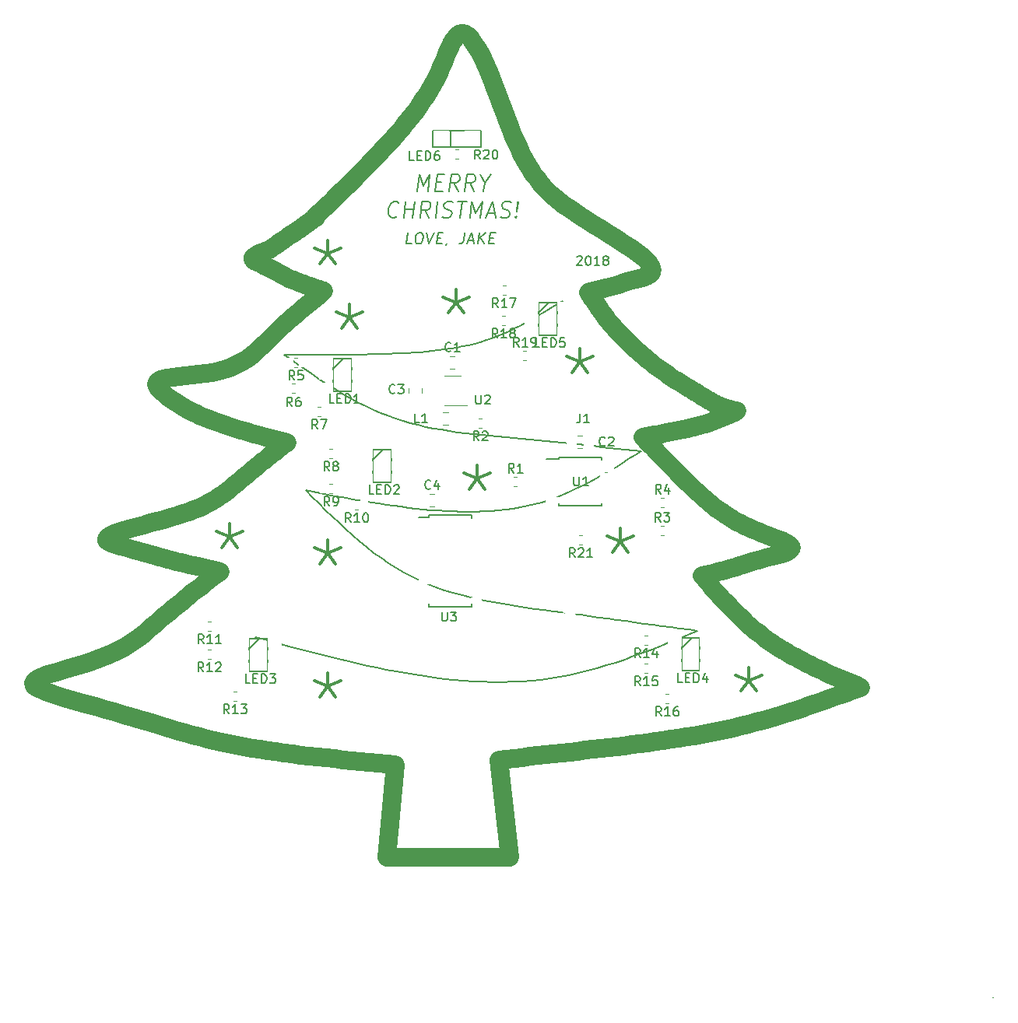
<source format=gto>
G04 #@! TF.GenerationSoftware,KiCad,Pcbnew,5.0.1*
G04 #@! TF.CreationDate,2018-11-24T16:53:29-06:00*
G04 #@! TF.ProjectId,chrimbus,636872696D6275732E6B696361645F70,rev?*
G04 #@! TF.SameCoordinates,Original*
G04 #@! TF.FileFunction,Legend,Top*
G04 #@! TF.FilePolarity,Positive*
%FSLAX46Y46*%
G04 Gerber Fmt 4.6, Leading zero omitted, Abs format (unit mm)*
G04 Created by KiCad (PCBNEW 5.0.1) date Sat 24 Nov 2018 04:53:29 PM CST*
%MOMM*%
%LPD*%
G01*
G04 APERTURE LIST*
%ADD10C,2.000000*%
%ADD11C,0.300000*%
%ADD12C,0.150000*%
%ADD13C,0.200000*%
%ADD14C,0.120000*%
%ADD15C,2.302000*%
%ADD16C,0.100000*%
%ADD17C,1.077000*%
%ADD18R,1.702000X1.702000*%
%ADD19R,1.602000X1.002000*%
%ADD20C,1.252000*%
%ADD21R,1.552000X0.552000*%
%ADD22R,1.202000X0.502000*%
%ADD23R,1.662000X0.752000*%
%ADD24C,0.977000*%
%ADD25C,1.102000*%
%ADD26C,0.902000*%
%ADD27C,3.102000*%
G04 APERTURE END LIST*
D10*
X182894294Y-80572569D02*
X182856809Y-80521124D01*
X182931798Y-80624000D02*
X182894294Y-80572569D01*
X182969315Y-80675421D02*
X182931798Y-80624000D01*
X189619301Y-96350726D02*
X189313710Y-96036358D01*
X194994085Y-108136571D02*
X195410536Y-108027940D01*
X196660000Y-112282124D02*
X196343235Y-111955684D01*
X195410536Y-108027940D02*
X195819688Y-107917222D01*
X199862862Y-103940282D02*
X199335793Y-103729762D01*
X194145127Y-108349243D02*
X194571796Y-108243533D01*
X190670691Y-87411069D02*
X190540727Y-87328129D01*
X190800802Y-87493786D02*
X190670691Y-87411069D01*
X195606436Y-101776461D02*
X195275840Y-101547697D01*
X193715539Y-108454118D02*
X194145127Y-108349243D01*
X195101635Y-110618901D02*
X194796185Y-110278673D01*
X172412685Y-59814429D02*
X172089317Y-58983820D01*
X172729069Y-60597191D02*
X172412685Y-59814429D01*
X173039567Y-61328341D02*
X172729069Y-60597191D01*
X173346881Y-62011381D02*
X173039567Y-61328341D01*
X168330280Y-50355537D02*
X167994403Y-49953726D01*
X168670237Y-50864234D02*
X168330280Y-50355537D01*
X169013344Y-51466879D02*
X168670237Y-50864234D01*
X169358667Y-52150537D02*
X169013344Y-51466879D01*
X190529778Y-97276931D02*
X190227443Y-96971304D01*
X192608360Y-88596962D02*
X192491602Y-88525735D01*
X192725063Y-88668470D02*
X192608360Y-88596962D01*
X193585698Y-108903974D02*
X193284491Y-108558576D01*
X181269565Y-78255840D02*
X181262102Y-78243251D01*
X181277027Y-78268429D02*
X181269565Y-78255840D01*
X181284489Y-78281019D02*
X181277027Y-78268429D01*
X181321081Y-78333098D02*
X181284489Y-78281019D01*
X138527806Y-86616232D02*
X137776807Y-86697130D01*
X139273396Y-86522792D02*
X138527806Y-86616232D01*
X139993931Y-86409974D02*
X139273396Y-86522792D01*
X140670321Y-86271148D02*
X139993931Y-86409974D01*
X141295249Y-86104077D02*
X140670321Y-86271148D01*
X196522046Y-90496028D02*
X196389691Y-90460883D01*
X196654725Y-90530372D02*
X196522046Y-90496028D01*
X184768536Y-82669610D02*
X184712665Y-82613073D01*
X184824564Y-82725991D02*
X184768536Y-82669610D01*
X184880738Y-82782226D02*
X184824564Y-82725991D01*
X198975022Y-106937622D02*
X199435441Y-106807236D01*
X187156340Y-93786827D02*
X186846842Y-93461969D01*
X189290503Y-93001689D02*
X189512572Y-92958451D01*
X189068415Y-93044593D02*
X189290503Y-93001689D01*
X183789085Y-81626694D02*
X183736239Y-81567314D01*
X183842085Y-81685939D02*
X183789085Y-81626694D01*
X183895246Y-81745044D02*
X183842085Y-81685939D01*
X203015165Y-105513301D02*
X202927035Y-105337141D01*
X160135176Y-60390257D02*
X159708811Y-60873397D01*
X160554315Y-59905454D02*
X160135176Y-60390257D01*
X160965976Y-59416958D02*
X160554315Y-59905454D01*
X161369919Y-58922530D02*
X160965976Y-59416958D01*
X184109512Y-81980003D02*
X184055699Y-81921487D01*
X184163491Y-82038367D02*
X184109512Y-81980003D01*
X184217637Y-82096575D02*
X184163491Y-82038367D01*
X196343235Y-111955684D02*
X196029299Y-111625797D01*
X187465730Y-94111394D02*
X187156340Y-93786827D01*
X194492149Y-109936722D02*
X194189244Y-109593392D01*
X201538342Y-116309295D02*
X201157979Y-116061501D01*
X197961000Y-113546521D02*
X197630092Y-113237316D01*
X133045838Y-124489427D02*
X133886050Y-124743971D01*
X132179314Y-124226637D02*
X133045838Y-124489427D01*
X131282167Y-123955636D02*
X132179314Y-124226637D01*
X130350085Y-123676454D02*
X131282167Y-123955636D01*
X129378759Y-123389126D02*
X130350085Y-123676454D01*
X128363877Y-123093684D02*
X129378759Y-123389126D01*
X196787649Y-90564115D02*
X196654725Y-90530372D01*
X196920734Y-90597459D02*
X196787649Y-90564115D01*
X183630969Y-81448183D02*
X183578524Y-81388451D01*
X183683537Y-81507807D02*
X183630969Y-81448183D01*
X183736239Y-81567314D02*
X183683537Y-81507807D01*
X150466495Y-76997993D02*
X150652183Y-77062667D01*
X150281780Y-76932883D02*
X150466495Y-76997993D01*
X150098148Y-76867289D02*
X150281780Y-76932883D01*
X149915706Y-76801161D02*
X150098148Y-76867289D01*
X149734563Y-76734452D02*
X149915706Y-76801161D01*
X193541741Y-89174255D02*
X193424804Y-89102197D01*
X193658904Y-89245886D02*
X193541741Y-89174255D01*
X136061967Y-89686874D02*
X136515264Y-89976699D01*
X135603090Y-89373544D02*
X136061967Y-89686874D01*
X135137046Y-89034492D02*
X135603090Y-89373544D01*
X134676781Y-88673901D02*
X135137046Y-89034492D01*
X134280726Y-88315992D02*
X134676781Y-88673901D01*
X194986039Y-91550969D02*
X195195657Y-91466710D01*
X194775429Y-91632499D02*
X194986039Y-91550969D01*
X204306067Y-117893851D02*
X203901286Y-117682042D01*
X181058872Y-77904387D02*
X181051332Y-77891845D01*
X181066421Y-77916925D02*
X181058872Y-77904387D01*
X181073975Y-77929459D02*
X181066421Y-77916925D01*
X181081535Y-77941990D02*
X181073975Y-77929459D01*
X130936950Y-105582939D02*
X131430451Y-105721745D01*
X130426295Y-105441383D02*
X130936950Y-105582939D01*
X129899963Y-105297029D02*
X130426295Y-105441383D01*
X129395357Y-105150077D02*
X129899963Y-105297029D01*
X128967475Y-105000853D02*
X129395357Y-105150077D01*
X195949567Y-102002119D02*
X195606436Y-101776461D01*
X151746352Y-77905540D02*
X151333594Y-78240998D01*
X152159769Y-77570173D02*
X151746352Y-77905540D01*
X151970184Y-77507244D02*
X152159769Y-77570173D01*
X151780708Y-77444266D02*
X151970184Y-77507244D01*
X151591448Y-77381191D02*
X151780708Y-77444266D01*
X137843308Y-125891864D02*
X138616175Y-126096247D01*
X137069993Y-125679038D02*
X137843308Y-125891864D01*
X136291921Y-125457803D02*
X137069993Y-125679038D01*
X135504781Y-125228192D02*
X136291921Y-125457803D01*
X134704261Y-124990237D02*
X135504781Y-125228192D01*
X133886050Y-124743971D02*
X134704261Y-124990237D01*
X144833229Y-73616937D02*
X144651142Y-73712021D01*
X145044457Y-73522447D02*
X144833229Y-73616937D01*
X145273917Y-73428116D02*
X145044457Y-73522447D01*
X145510701Y-73333510D02*
X145273917Y-73428116D01*
X145743899Y-73238195D02*
X145510701Y-73333510D01*
X182447651Y-79952992D02*
X182410912Y-79901021D01*
X182484487Y-80004895D02*
X182447651Y-79952992D01*
X182521415Y-80056734D02*
X182484487Y-80004895D01*
X201002665Y-106411686D02*
X201526434Y-106275698D01*
X145316500Y-74627228D02*
X145522477Y-74727917D01*
X145102336Y-74524458D02*
X145316500Y-74627228D01*
X144890864Y-74420187D02*
X145102336Y-74524458D01*
X144697924Y-74315268D02*
X144890864Y-74420187D01*
X144539386Y-74210558D02*
X144697924Y-74315268D01*
X140601991Y-91889444D02*
X141078444Y-92058266D01*
X140131056Y-91714807D02*
X140601991Y-91889444D01*
X139666005Y-91533967D02*
X140131056Y-91714807D01*
X139207158Y-91346490D02*
X139666005Y-91533967D01*
X138753858Y-91151030D02*
X139207158Y-91346490D01*
X192841707Y-88740285D02*
X192725063Y-88668470D01*
X192958289Y-88812427D02*
X192841707Y-88740285D01*
X185428896Y-76449131D02*
X186104495Y-76259387D01*
X184797634Y-76644218D02*
X185428896Y-76449131D01*
X184171738Y-76835293D02*
X184797634Y-76644218D01*
X183530230Y-77018187D02*
X184171738Y-76835293D01*
X188083750Y-94758487D02*
X187774903Y-94435378D01*
X187957740Y-93255175D02*
X188179900Y-93213483D01*
X181554361Y-77537108D02*
X181595844Y-77526720D01*
X181512872Y-77547469D02*
X181554361Y-77537108D01*
X181471375Y-77557804D02*
X181512872Y-77547469D01*
X181429873Y-77568115D02*
X181471375Y-77557804D01*
X195995389Y-90348644D02*
X195865147Y-90308295D01*
X196126282Y-90387391D02*
X195995389Y-90348644D01*
X144197930Y-84623141D02*
X143793257Y-84916381D01*
X144581093Y-84316258D02*
X144197930Y-84623141D01*
X144947087Y-83997840D02*
X144581093Y-84316258D01*
X145300255Y-83669997D02*
X144947087Y-83997840D01*
X145644941Y-83334839D02*
X145300255Y-83669997D01*
X151269971Y-69486841D02*
X151271504Y-69488360D01*
X151268423Y-69485335D02*
X151269971Y-69486841D01*
X151266863Y-69483841D02*
X151268423Y-69485335D01*
X151265291Y-69482358D02*
X151266863Y-69483841D01*
X151263710Y-69480884D02*
X151265291Y-69482358D01*
X147858650Y-75948418D02*
X148018366Y-76024721D01*
X147701349Y-75870949D02*
X147858650Y-75948418D01*
X147545783Y-75792249D02*
X147701349Y-75870949D01*
X147391151Y-75712254D02*
X147545783Y-75792249D01*
X147236651Y-75630896D02*
X147391151Y-75712254D01*
X183162177Y-80907783D02*
X183110380Y-80847483D01*
X183214004Y-80968056D02*
X183162177Y-80907783D01*
X183265873Y-81028292D02*
X183214004Y-80968056D01*
X151262119Y-69479419D02*
X151263710Y-69480884D01*
X151260521Y-69477963D02*
X151262119Y-69479419D01*
X151258917Y-69476512D02*
X151260521Y-69477963D01*
X151257307Y-69475068D02*
X151258917Y-69476512D01*
X210536240Y-120691293D02*
X210536240Y-120691293D01*
X209729242Y-120986985D02*
X210536240Y-120691293D01*
X208922046Y-121281919D02*
X209729242Y-120986985D01*
X195819688Y-107917222D02*
X196220082Y-107803999D01*
X151284479Y-69502758D02*
X151285821Y-69504445D01*
X151283120Y-69501087D02*
X151284479Y-69502758D01*
X151281741Y-69499433D02*
X151283120Y-69501087D01*
X151280340Y-69497797D02*
X151281741Y-69499433D01*
X151278918Y-69496181D02*
X151280340Y-69497797D01*
X193466889Y-100093940D02*
X193179731Y-99835460D01*
X138563189Y-101134334D02*
X138021520Y-101364088D01*
X139068160Y-100899278D02*
X138563189Y-101134334D01*
X139539957Y-100659038D02*
X139068160Y-100899278D01*
X139982105Y-100413730D02*
X139539957Y-100659038D01*
X140398127Y-100163472D02*
X139982105Y-100413730D01*
X189313710Y-96036358D02*
X189007251Y-95719658D01*
X127301128Y-122790161D02*
X128363877Y-123093684D01*
X126186202Y-122478590D02*
X127301128Y-122790161D01*
X125025586Y-122159404D02*
X126186202Y-122478590D01*
X123872645Y-121834779D02*
X125025586Y-122159404D01*
X122793461Y-121507363D02*
X123872645Y-121834779D01*
X121854113Y-121179803D02*
X122793461Y-121507363D01*
X207192119Y-119268926D02*
X206776069Y-119082498D01*
X194489798Y-89723780D02*
X194369581Y-89658990D01*
X194610659Y-89787044D02*
X194489798Y-89723780D01*
X135571759Y-106860799D02*
X136039275Y-106976899D01*
X135108162Y-106742950D02*
X135571759Y-106860799D01*
X134648838Y-106623193D02*
X135108162Y-106742950D01*
X134194054Y-106501369D02*
X134648838Y-106623193D01*
X133742418Y-106377363D02*
X134194054Y-106501369D01*
X137919070Y-110335685D02*
X137208494Y-110899195D01*
X138641668Y-109771508D02*
X137919070Y-110335685D01*
X139373282Y-109206833D02*
X138641668Y-109771508D01*
X140110906Y-108641825D02*
X139373282Y-109206833D01*
X140851536Y-108076650D02*
X140110906Y-108641825D01*
X148686840Y-71377302D02*
X148672711Y-71365263D01*
X151402513Y-77317971D02*
X151591448Y-77381191D01*
X151214011Y-77254557D02*
X151402513Y-77317971D01*
X151026050Y-77190900D02*
X151214011Y-77254557D01*
X150838738Y-77126953D02*
X151026050Y-77190900D01*
X150652183Y-77062667D02*
X150838738Y-77126953D01*
X194571796Y-108243533D02*
X194994085Y-108136571D01*
X190227443Y-96971304D02*
X189923915Y-96662472D01*
X201157979Y-116061501D02*
X200782179Y-115807701D01*
X129564131Y-116754342D02*
X128627239Y-117193961D01*
X130419115Y-116289944D02*
X129564131Y-116754342D01*
X131204911Y-115803611D02*
X130419115Y-116289944D01*
X131934235Y-115298183D02*
X131204911Y-115803611D01*
X132619804Y-114776501D02*
X131934235Y-115298183D01*
X133274338Y-114241406D02*
X132619804Y-114776501D01*
X151236189Y-69456592D02*
X151237822Y-69458000D01*
X151234556Y-69455185D02*
X151236189Y-69456592D01*
X151232922Y-69453778D02*
X151234556Y-69455185D01*
X151231287Y-69452373D02*
X151232922Y-69453778D01*
X200411209Y-115547679D02*
X200045338Y-115281217D01*
X200957277Y-104358205D02*
X200410156Y-104150084D01*
X206776069Y-119082498D02*
X206360826Y-118893094D01*
X149687703Y-70667565D02*
X149632213Y-70707154D01*
X149743179Y-70627956D02*
X149687703Y-70667565D01*
X149798644Y-70588332D02*
X149743179Y-70627956D01*
X149854102Y-70548697D02*
X149798644Y-70588332D01*
X149909553Y-70509052D02*
X149854102Y-70548697D01*
X188402050Y-93171609D02*
X188624186Y-93129523D01*
X188179900Y-93213483D02*
X188402050Y-93171609D01*
X199335793Y-103729762D02*
X198835409Y-103518694D01*
X190410941Y-87244924D02*
X190281362Y-87161409D01*
X190540727Y-87328129D02*
X190410941Y-87244924D01*
X197479098Y-102879392D02*
X197070000Y-102663308D01*
X182337703Y-79796887D02*
X182301220Y-79744735D01*
X182374265Y-79848984D02*
X182337703Y-79796887D01*
X182410912Y-79901021D02*
X182374265Y-79848984D01*
X181089099Y-77954518D02*
X181081535Y-77941990D01*
X181096665Y-77967045D02*
X181089099Y-77954518D01*
X181104234Y-77979571D02*
X181096665Y-77967045D01*
X181111803Y-77992096D02*
X181104234Y-77979571D01*
X134016177Y-87988894D02*
X134280726Y-88315992D01*
X133931740Y-87713219D02*
X134016177Y-87988894D01*
X134018718Y-87486533D02*
X133931740Y-87713219D01*
X134257462Y-87301999D02*
X134018718Y-87486533D01*
X134628327Y-87152780D02*
X134257462Y-87301999D01*
X195479129Y-90175641D02*
X195352297Y-90126888D01*
X195606935Y-90221994D02*
X195479129Y-90175641D01*
X123042586Y-119003803D02*
X122078169Y-119313387D01*
X124134852Y-118683035D02*
X123042586Y-119003803D01*
X125296665Y-118346315D02*
X124134852Y-118683035D01*
X126469724Y-117988880D02*
X125296665Y-118346315D01*
X127595725Y-117605962D02*
X126469724Y-117988880D01*
X128627239Y-117193961D02*
X127595725Y-117605962D01*
X151249219Y-69467908D02*
X151250841Y-69469333D01*
X151247595Y-69466485D02*
X151249219Y-69467908D01*
X151245970Y-69465065D02*
X151247595Y-69466485D01*
X151244343Y-69463648D02*
X151245970Y-69465065D01*
X192892450Y-99571595D02*
X192603569Y-99302098D01*
X194977636Y-89966305D02*
X194854526Y-89908444D01*
X195101599Y-90022091D02*
X194977636Y-89966305D01*
X206360826Y-118893094D02*
X205946655Y-118700497D01*
X198635825Y-114149076D02*
X198296149Y-113850556D01*
X196257743Y-90424737D02*
X196126282Y-90387391D01*
X196389691Y-90460883D02*
X196257743Y-90424737D01*
X180968867Y-77753591D02*
X180961400Y-77741004D01*
X180976337Y-77766175D02*
X180968867Y-77753591D01*
X180983811Y-77778757D02*
X180976337Y-77766175D01*
X180991289Y-77791337D02*
X180983811Y-77778757D01*
X195408782Y-110957061D02*
X195101635Y-110618901D01*
X181179760Y-78104922D02*
X181172237Y-78092370D01*
X181187275Y-78117480D02*
X181179760Y-78104922D01*
X181194783Y-78130042D02*
X181187275Y-78117480D01*
X181202283Y-78142609D02*
X181194783Y-78130042D01*
X198980309Y-114441737D02*
X198635825Y-114149076D01*
X191130430Y-97877404D02*
X190830809Y-97579061D01*
X194796185Y-110278673D02*
X194492149Y-109936722D01*
X194047160Y-100595886D02*
X193755504Y-100347321D01*
X128668770Y-104849661D02*
X128967475Y-105000853D01*
X128515181Y-104696509D02*
X128668770Y-104849661D01*
X128496197Y-104541190D02*
X128515181Y-104696509D01*
X128600715Y-104383492D02*
X128496197Y-104541190D01*
X128817632Y-104223203D02*
X128600715Y-104383492D01*
X196990879Y-107568580D02*
X197367875Y-107446480D01*
X208114457Y-121575337D02*
X208922046Y-121281919D01*
X207306278Y-121866480D02*
X208114457Y-121575337D01*
X206497311Y-122154590D02*
X207306278Y-121866480D01*
X205687360Y-122438910D02*
X206497311Y-122154590D01*
X204876228Y-122718681D02*
X205687360Y-122438910D01*
X204063719Y-122993145D02*
X204876228Y-122718681D01*
X187774903Y-94435378D02*
X187465730Y-94111394D01*
X197367875Y-107446480D02*
X197748019Y-107321946D01*
X194645924Y-101079712D02*
X194343439Y-100839922D01*
X201526434Y-106275698D02*
X202008791Y-106135744D01*
X187513395Y-93338135D02*
X187735571Y-93296716D01*
X181222289Y-77619375D02*
X181263814Y-77609156D01*
X181180760Y-77629581D02*
X181222289Y-77619375D01*
X181139229Y-77639776D02*
X181180760Y-77629581D01*
X181097696Y-77649961D02*
X181139229Y-77639776D01*
X187771928Y-85371655D02*
X187651694Y-85275117D01*
X187892711Y-85467517D02*
X187771928Y-85371655D01*
X188014039Y-85562702D02*
X187892711Y-85467517D01*
X149965000Y-70469403D02*
X149909553Y-70509052D01*
X150020446Y-70429752D02*
X149965000Y-70469403D01*
X150075894Y-70390103D02*
X150020446Y-70429752D01*
X150131345Y-70350459D02*
X150075894Y-70390103D01*
X150186802Y-70310823D02*
X150131345Y-70350459D01*
X183006839Y-80726838D02*
X182969315Y-80675421D01*
X183058604Y-80787165D02*
X183006839Y-80726838D01*
X183110380Y-80847483D02*
X183058604Y-80787165D01*
X182781926Y-80418175D02*
X182744539Y-80366661D01*
X182819351Y-80469661D02*
X182781926Y-80418175D01*
X182856809Y-80521124D02*
X182819351Y-80469661D01*
X202927035Y-105337141D02*
X202707888Y-105153049D01*
X184601438Y-82499486D02*
X184546090Y-82442431D01*
X184656964Y-82556367D02*
X184601438Y-82499486D01*
X184712665Y-82613073D02*
X184656964Y-82556367D01*
X195735635Y-90266145D02*
X195606935Y-90221994D01*
X195865147Y-90308295D02*
X195735635Y-90266145D01*
X146267510Y-75110462D02*
X146438060Y-75201375D01*
X146091479Y-75017725D02*
X146267510Y-75110462D01*
X145909164Y-74923100D02*
X146091479Y-75017725D01*
X145719764Y-74826519D02*
X145909164Y-74923100D01*
X145522477Y-74727917D02*
X145719764Y-74826519D01*
X198321041Y-124702117D02*
X199148704Y-124486025D01*
X197490555Y-124907302D02*
X198321041Y-124702117D01*
X196657395Y-125102051D02*
X197490555Y-124907302D01*
X195821730Y-125286910D02*
X196657395Y-125102051D01*
X194983729Y-125462424D02*
X195821730Y-125286910D01*
X194143561Y-125629141D02*
X194983729Y-125462424D01*
X199932741Y-106676355D02*
X200462947Y-106544855D01*
X152701692Y-68029187D02*
X152211105Y-68502741D01*
X153191133Y-67555463D02*
X152701692Y-68029187D01*
X153679045Y-67081510D02*
X153191133Y-67555463D01*
X154165045Y-66607271D02*
X153679045Y-67081510D01*
X183101084Y-127244391D02*
X183954042Y-127142340D01*
X182248310Y-127345252D02*
X183101084Y-127244391D01*
X181395758Y-127445138D02*
X182248310Y-127345252D01*
X180543411Y-127544124D02*
X181395758Y-127445138D01*
X179691252Y-127642286D02*
X180543411Y-127544124D01*
X178839264Y-127739697D02*
X179691252Y-127642286D01*
X145985486Y-82994476D02*
X145644941Y-83334839D01*
X146326232Y-82651017D02*
X145985486Y-82994476D01*
X146671523Y-82306573D02*
X146326232Y-82651017D01*
X147025022Y-81962954D02*
X146671523Y-82306573D01*
X147387081Y-81620513D02*
X147025022Y-81962954D01*
X182083547Y-79430950D02*
X182047406Y-79378555D01*
X182119715Y-79483326D02*
X182083547Y-79430950D01*
X182155918Y-79535677D02*
X182119715Y-79483326D01*
X182192163Y-79587998D02*
X182155918Y-79535677D01*
X202379531Y-104962068D02*
X201963772Y-104765239D01*
X148342338Y-71581166D02*
X148178509Y-71688942D01*
X148507253Y-71473249D02*
X148342338Y-71581166D01*
X148672711Y-71365263D02*
X148507253Y-71473249D01*
X148742508Y-71337963D02*
X148686840Y-71377302D01*
X148798175Y-71298622D02*
X148742508Y-71337963D01*
X193706026Y-91994878D02*
X193921952Y-91928151D01*
X193489217Y-92059055D02*
X193706026Y-91994878D01*
X201963772Y-104765239D02*
X201482418Y-104563604D01*
X171085948Y-56331221D02*
X170743508Y-55436555D01*
X171425017Y-57229279D02*
X171085948Y-56331221D01*
X171759784Y-58117790D02*
X171425017Y-57229279D01*
X172089317Y-58983820D02*
X171759784Y-58117790D01*
X153302922Y-128468320D02*
X154240186Y-128563869D01*
X152370328Y-128369992D02*
X153302922Y-128468320D01*
X151443070Y-128268491D02*
X152370328Y-128369992D01*
X150521817Y-128163418D02*
X151443070Y-128268491D01*
X149607234Y-128054377D02*
X150521817Y-128163418D01*
X148699988Y-127940971D02*
X149607234Y-128054377D01*
X187735571Y-93296716D02*
X187957740Y-93255175D01*
X195819542Y-91200289D02*
X196026179Y-91107843D01*
X195612309Y-91291097D02*
X195819542Y-91200289D01*
X143032073Y-92683151D02*
X143530595Y-92828710D01*
X142537229Y-92533714D02*
X143032073Y-92683151D01*
X142046431Y-92380013D02*
X142537229Y-92533714D01*
X141560047Y-92221659D02*
X142046431Y-92380013D01*
X141078444Y-92058266D02*
X141560047Y-92221659D01*
X185448046Y-83339036D02*
X185391028Y-83283641D01*
X185505086Y-83394409D02*
X185448046Y-83339036D01*
X185562137Y-83449771D02*
X185505086Y-83394409D01*
X181119371Y-78004622D02*
X181111803Y-77992096D01*
X181126938Y-78017149D02*
X181119371Y-78004622D01*
X181134502Y-78029677D02*
X181126938Y-78017149D01*
X181142061Y-78042208D02*
X181134502Y-78029677D01*
X196306817Y-102224956D02*
X195949567Y-102002119D01*
X191952800Y-92450767D02*
X192173801Y-92399818D01*
X191731484Y-92500485D02*
X191952800Y-92450767D01*
X181239699Y-78205492D02*
X181232225Y-78192910D01*
X181247170Y-78218077D02*
X181239699Y-78205492D01*
X181254637Y-78230663D02*
X181247170Y-78218077D01*
X181262102Y-78243251D02*
X181254637Y-78230663D01*
X196679767Y-102445258D02*
X196306817Y-102224956D01*
X158389960Y-62316878D02*
X157938364Y-62796251D01*
X158835821Y-61836649D02*
X158389960Y-62316878D01*
X159275565Y-61355508D02*
X158835821Y-61836649D01*
X159708811Y-60873397D02*
X159275565Y-61355508D01*
X182548636Y-77282585D02*
X182590032Y-77271854D01*
X182507239Y-77293312D02*
X182548636Y-77282585D01*
X182465841Y-77304034D02*
X182507239Y-77293312D01*
X182424442Y-77314750D02*
X182465841Y-77304034D01*
X190178643Y-92826434D02*
X190400615Y-92781560D01*
X189956644Y-92870854D02*
X190178643Y-92826434D01*
X158973202Y-129013841D02*
X159924475Y-129101058D01*
X158022597Y-128926228D02*
X158973202Y-129013841D01*
X157073325Y-128837821D02*
X158022597Y-128926228D01*
X156126055Y-128748223D02*
X157073325Y-128837821D01*
X155181453Y-128657038D02*
X156126055Y-128748223D01*
X154240186Y-128563869D02*
X155181453Y-128657038D01*
X154648752Y-66132691D02*
X154165045Y-66607271D01*
X155129783Y-65657711D02*
X154648752Y-66132691D01*
X155607755Y-65182275D02*
X155129783Y-65657711D01*
X156082287Y-64706325D02*
X155607755Y-65182275D01*
X197303145Y-112923285D02*
X196979875Y-112604773D01*
X198544824Y-107067128D02*
X198975022Y-106937622D01*
X192141055Y-88313490D02*
X192024130Y-88243134D01*
X192257945Y-88384025D02*
X192141055Y-88313490D01*
X190830809Y-97579061D02*
X190529778Y-97276931D01*
X200410156Y-104150084D02*
X199862862Y-103940282D01*
X205946655Y-118700497D02*
X205533825Y-118504491D01*
X192374796Y-88454765D02*
X192257945Y-88384025D01*
X192491602Y-88525735D02*
X192374796Y-88454765D01*
X161765904Y-58419933D02*
X161369919Y-58922530D01*
X162153691Y-57906929D02*
X161765904Y-58419933D01*
X162533042Y-57381279D02*
X162153691Y-57906929D01*
X162903716Y-56840746D02*
X162533042Y-57381279D01*
X181149616Y-78054742D02*
X181142061Y-78042208D01*
X181157164Y-78067280D02*
X181149616Y-78054742D01*
X181164705Y-78079822D02*
X181157164Y-78067280D01*
X181172237Y-78092370D02*
X181164705Y-78079822D01*
X196232320Y-91014032D02*
X196438063Y-90919130D01*
X196026179Y-91107843D02*
X196232320Y-91014032D01*
X174932083Y-64835343D02*
X174599381Y-64336963D01*
X175278124Y-65307969D02*
X174932083Y-64835343D01*
X175640255Y-65758566D02*
X175278124Y-65307969D01*
X176021232Y-66190860D02*
X175640255Y-65758566D01*
X193755504Y-100347321D02*
X193466889Y-100093940D01*
X201482418Y-104563604D02*
X200957277Y-104358205D01*
X183904296Y-71826381D02*
X183061359Y-71305586D01*
X184740476Y-72356934D02*
X183904296Y-71826381D01*
X185538329Y-72888075D02*
X184740476Y-72356934D01*
X186266280Y-73410635D02*
X185538329Y-72888075D01*
X150797739Y-69876109D02*
X150742125Y-69915525D01*
X150853364Y-69836709D02*
X150797739Y-69876109D01*
X150908998Y-69797322D02*
X150853364Y-69836709D01*
X150964640Y-69757947D02*
X150908998Y-69797322D01*
X151020290Y-69718583D02*
X150964640Y-69757947D01*
X144252738Y-97117651D02*
X143896083Y-97414420D01*
X144617259Y-96817721D02*
X144252738Y-97117651D01*
X144988860Y-96514945D02*
X144617259Y-96817721D01*
X145366753Y-96209641D02*
X144988860Y-96514945D01*
X145750152Y-95902123D02*
X145366753Y-96209641D01*
X147757041Y-81279161D02*
X147387081Y-81620513D01*
X148134243Y-80938806D02*
X147757041Y-81279161D01*
X148518030Y-80599358D02*
X148134243Y-80938806D01*
X148907743Y-80260727D02*
X148518030Y-80599358D01*
X149302724Y-79922821D02*
X148907743Y-80260727D01*
X178305159Y-68208195D02*
X177788656Y-67811527D01*
X178857028Y-68608917D02*
X178305159Y-68208195D01*
X179447015Y-69017416D02*
X178857028Y-68608917D01*
X180077876Y-69437420D02*
X179447015Y-69017416D01*
X205533825Y-118504491D02*
X205122605Y-118304859D01*
X180939009Y-77703239D02*
X180931548Y-77690649D01*
X180946471Y-77715828D02*
X180939009Y-77703239D01*
X180953935Y-77728417D02*
X180946471Y-77715828D01*
X180961400Y-77741004D02*
X180953935Y-77728417D01*
X148681036Y-76319274D02*
X148852114Y-76390489D01*
X148512013Y-76247138D02*
X148681036Y-76319274D01*
X148345155Y-76174033D02*
X148512013Y-76247138D01*
X148180570Y-76099910D02*
X148345155Y-76174033D01*
X148018366Y-76024721D02*
X148180570Y-76099910D01*
X196220082Y-107803999D02*
X196610263Y-107687855D01*
X180998772Y-77803914D02*
X180991289Y-77791337D01*
X181006260Y-77816488D02*
X180998772Y-77803914D01*
X181013754Y-77829058D02*
X181006260Y-77816488D01*
X181021254Y-77841625D02*
X181013754Y-77829058D01*
X194249958Y-89592811D02*
X194130874Y-89525381D01*
X194369581Y-89658990D02*
X194249958Y-89592811D01*
X202747424Y-105839341D02*
X202952774Y-105680595D01*
X129135846Y-104060111D02*
X128817632Y-104223203D01*
X129544253Y-103894004D02*
X129135846Y-104060111D01*
X130031750Y-103724671D02*
X129544253Y-103894004D01*
X130587235Y-103551898D02*
X130031750Y-103724671D01*
X131199604Y-103375474D02*
X130587235Y-103551898D01*
X205122605Y-118304859D02*
X204713263Y-118101384D01*
X193776347Y-89316951D02*
X193658904Y-89245886D01*
X193894121Y-89387313D02*
X193776347Y-89316951D01*
X204713263Y-118101384D02*
X204306067Y-117893851D01*
X148853839Y-71259278D02*
X148798175Y-71298622D01*
X148909500Y-71219928D02*
X148853839Y-71259278D01*
X148965156Y-71180572D02*
X148909500Y-71219928D01*
X149020806Y-71141207D02*
X148965156Y-71180572D01*
X149076449Y-71101833D02*
X149020806Y-71141207D01*
X194343439Y-100839922D02*
X194047160Y-100595886D01*
X193179731Y-99835460D02*
X192892450Y-99571595D01*
X186709238Y-84479885D02*
X186593473Y-84378102D01*
X186825374Y-84581237D02*
X186709238Y-84479885D01*
X186941918Y-84682114D02*
X186825374Y-84581237D01*
X182558427Y-80108512D02*
X182521415Y-80056734D01*
X182595519Y-80160234D02*
X182558427Y-80108512D01*
X182632682Y-80211906D02*
X182595519Y-80160234D01*
X193271597Y-92120848D02*
X193489217Y-92059055D01*
X193053235Y-92180422D02*
X193271597Y-92120848D01*
X188846309Y-93087194D02*
X189068415Y-93044593D01*
X188624186Y-93129523D02*
X188846309Y-93087194D01*
X151277473Y-69494583D02*
X151278918Y-69496181D01*
X151276008Y-69493003D02*
X151277473Y-69494583D01*
X151274524Y-69491440D02*
X151276008Y-69493003D01*
X151273023Y-69489893D02*
X151274524Y-69491440D01*
X151271504Y-69488360D02*
X151273023Y-69489893D01*
X183317792Y-81088484D02*
X183265873Y-81028292D01*
X183369774Y-81148622D02*
X183317792Y-81088484D01*
X183421828Y-81208696D02*
X183369774Y-81148622D01*
X197748019Y-107321946D02*
X198138079Y-107195365D01*
X196610263Y-107687855D02*
X196990879Y-107568580D01*
X151297355Y-69520089D02*
X151298606Y-69521853D01*
X151296101Y-69518326D02*
X151297355Y-69520089D01*
X151294845Y-69516566D02*
X151296101Y-69518326D01*
X151293584Y-69514811D02*
X151294845Y-69516566D01*
X151292316Y-69513061D02*
X151293584Y-69514811D01*
X188392162Y-95080432D02*
X188083750Y-94758487D01*
X147800748Y-127822803D02*
X148699988Y-127940971D01*
X146910180Y-127699477D02*
X147800748Y-127822803D01*
X146028952Y-127570596D02*
X146910180Y-127699477D01*
X145157729Y-127435763D02*
X146028952Y-127570596D01*
X144297180Y-127294581D02*
X145157729Y-127435763D01*
X143447972Y-127146653D02*
X144297180Y-127294581D01*
X149132083Y-71062446D02*
X149076449Y-71101833D01*
X149187707Y-71023046D02*
X149132083Y-71062446D01*
X149243321Y-70983630D02*
X149187707Y-71023046D01*
X149298923Y-70944198D02*
X149243321Y-70983630D01*
X149354511Y-70904747D02*
X149298923Y-70944198D01*
X191191728Y-87741053D02*
X191061350Y-87658734D01*
X191322135Y-87823328D02*
X191191728Y-87741053D01*
X207608791Y-119452649D02*
X207192119Y-119268926D01*
X181388366Y-77578403D02*
X181429873Y-77568115D01*
X181346853Y-77588672D02*
X181388366Y-77578403D01*
X181305335Y-77598922D02*
X181346853Y-77588672D01*
X181263814Y-77609156D02*
X181305335Y-77598922D01*
X193887188Y-109249028D02*
X193585698Y-108903974D01*
X181503868Y-78593616D02*
X181467351Y-78541484D01*
X181540355Y-78645768D02*
X181503868Y-78593616D01*
X181576807Y-78697946D02*
X181540355Y-78645768D01*
X181613220Y-78750151D02*
X181576807Y-78697946D01*
X133910552Y-113695740D02*
X133274338Y-114241406D01*
X134541164Y-113142345D02*
X133910552Y-113695740D01*
X135178892Y-112584060D02*
X134541164Y-113142345D01*
X135835424Y-112023554D02*
X135178892Y-112584060D01*
X136512943Y-111461874D02*
X135835424Y-112023554D01*
X137208494Y-110899195D02*
X136512943Y-111461874D01*
X131857755Y-103195188D02*
X131199604Y-103375474D01*
X132550585Y-103010827D02*
X131857755Y-103195188D01*
X133266990Y-102822179D02*
X132550585Y-103010827D01*
X133995869Y-102629033D02*
X133266990Y-102822179D01*
X134726118Y-102431176D02*
X133995869Y-102629033D01*
X197053901Y-90630602D02*
X196920734Y-90597459D01*
X196848754Y-90727142D02*
X197053901Y-90630602D01*
X173653767Y-62650038D02*
X173346881Y-62011381D01*
X173962976Y-63248036D02*
X173653767Y-62650038D01*
X174277263Y-63809103D02*
X173962976Y-63248036D01*
X174599381Y-64336963D02*
X174277263Y-63809103D01*
X182228456Y-79640285D02*
X182192163Y-79587998D01*
X182264806Y-79692532D02*
X182228456Y-79640285D01*
X182301220Y-79744735D02*
X182264806Y-79692532D01*
X182714214Y-77239642D02*
X182755607Y-77228900D01*
X182672821Y-77250382D02*
X182714214Y-77239642D01*
X182631427Y-77261120D02*
X182672821Y-77250382D01*
X182590032Y-77271854D02*
X182631427Y-77261120D01*
X184271952Y-82154626D02*
X184217637Y-82096575D01*
X184326436Y-82212516D02*
X184271952Y-82154626D01*
X184381090Y-82270244D02*
X184326436Y-82212516D01*
X146138270Y-95592709D02*
X145750152Y-95902123D01*
X146530322Y-95281713D02*
X146138270Y-95592709D01*
X146925519Y-94969454D02*
X146530322Y-95281713D01*
X147323077Y-94656246D02*
X146925519Y-94969454D01*
X147722207Y-94342405D02*
X147323077Y-94656246D01*
X181794574Y-79011676D02*
X181758391Y-78959309D01*
X181830727Y-79064063D02*
X181794574Y-79011676D01*
X181866856Y-79116468D02*
X181830727Y-79064063D01*
X181902969Y-79168883D02*
X181866856Y-79116468D01*
X189894161Y-86908558D02*
X189765706Y-86823359D01*
X190022942Y-86993270D02*
X189894161Y-86908558D01*
X202424275Y-105990674D02*
X202747424Y-105839341D01*
X182051760Y-77410872D02*
X182093179Y-77400231D01*
X182010337Y-77421499D02*
X182051760Y-77410872D01*
X181968911Y-77432111D02*
X182010337Y-77421499D01*
X181927480Y-77442706D02*
X181968911Y-77432111D01*
X149410085Y-70865275D02*
X149354511Y-70904747D01*
X149465643Y-70825782D02*
X149410085Y-70865275D01*
X149521184Y-70786265D02*
X149465643Y-70825782D01*
X149576708Y-70746722D02*
X149521184Y-70786265D01*
X149632213Y-70707154D02*
X149576708Y-70746722D01*
X203901286Y-117682042D02*
X203499189Y-117465742D01*
X188215907Y-126595706D02*
X189066511Y-126475279D01*
X187364488Y-126711704D02*
X188215907Y-126595706D01*
X186512423Y-126823821D02*
X187364488Y-126711704D01*
X185659881Y-126932601D02*
X186512423Y-126823821D01*
X184807031Y-127038593D02*
X185659881Y-126932601D01*
X183954042Y-127142340D02*
X184807031Y-127038593D01*
X186362904Y-84173415D02*
X186248027Y-84070598D01*
X186478040Y-84275931D02*
X186362904Y-84173415D01*
X186593473Y-84378102D02*
X186478040Y-84275931D01*
X182669911Y-80263531D02*
X182632682Y-80211906D01*
X182707199Y-80315115D02*
X182669911Y-80263531D01*
X182744539Y-80366661D02*
X182707199Y-80315115D01*
X193301395Y-125787607D02*
X194143561Y-125629141D01*
X192457400Y-125938367D02*
X193301395Y-125787607D01*
X191611745Y-126081968D02*
X192457400Y-125938367D01*
X190764600Y-126218957D02*
X191611745Y-126081968D01*
X189916132Y-126349878D02*
X190764600Y-126218957D01*
X189066511Y-126475279D02*
X189916132Y-126349878D01*
X177987430Y-127836433D02*
X178839264Y-127739697D01*
X177135732Y-127932570D02*
X177987430Y-127836433D01*
X176284154Y-128028181D02*
X177135732Y-127932570D01*
X175432678Y-128123343D02*
X176284154Y-128028181D01*
X174581288Y-128218130D02*
X175432678Y-128123343D01*
X173729967Y-128312617D02*
X174581288Y-128218130D01*
X193284491Y-108558576D02*
X193715539Y-108454118D01*
X196029299Y-111625797D02*
X195717909Y-111292808D01*
X195717909Y-111292808D02*
X195408782Y-110957061D01*
X198138079Y-107195365D02*
X198544824Y-107067128D01*
X181939074Y-79221305D02*
X181902969Y-79168883D01*
X181975176Y-79273727D02*
X181939074Y-79221305D01*
X182011285Y-79326146D02*
X181975176Y-79273727D01*
X182047406Y-79378555D02*
X182011285Y-79326146D01*
X200462947Y-106544855D02*
X201002665Y-106411686D01*
X186846842Y-93461969D02*
X187069029Y-93420731D01*
X183473964Y-81268699D02*
X183421828Y-81208696D01*
X183526193Y-81328620D02*
X183473964Y-81268699D01*
X183578524Y-81388451D02*
X183526193Y-81328620D01*
X182383041Y-77325461D02*
X182424442Y-77314750D01*
X182341638Y-77336166D02*
X182383041Y-77325461D01*
X182300234Y-77346864D02*
X182341638Y-77336166D01*
X182258827Y-77357555D02*
X182300234Y-77346864D01*
X197908644Y-103093794D02*
X197479098Y-102879392D01*
X191439163Y-87893146D02*
X191322135Y-87823328D01*
X191556186Y-87962990D02*
X191439163Y-87893146D01*
X203499189Y-117465742D02*
X203100042Y-117244734D01*
X184937047Y-82838327D02*
X184880738Y-82782226D01*
X184993480Y-82894305D02*
X184937047Y-82838327D01*
X185050025Y-82950170D02*
X184993480Y-82894305D01*
X185676236Y-83553494D02*
X185562137Y-83449771D01*
X185790372Y-83657173D02*
X185676236Y-83553494D01*
X185904582Y-83760766D02*
X185790372Y-83657173D01*
X150242267Y-70271199D02*
X150186802Y-70310823D01*
X150297744Y-70231591D02*
X150242267Y-70271199D01*
X150353233Y-70192001D02*
X150297744Y-70231591D01*
X150408739Y-70152433D02*
X150353233Y-70192001D01*
X150464262Y-70112890D02*
X150408739Y-70152433D01*
X144431120Y-74106910D02*
X144539386Y-74210558D01*
X144388812Y-74005173D02*
X144431120Y-74106910D01*
X144418025Y-73905705D02*
X144388812Y-74005173D01*
X144509104Y-73808132D02*
X144418025Y-73905705D01*
X144651142Y-73712021D02*
X144509104Y-73808132D01*
X188877985Y-86209838D02*
X188753042Y-86119457D01*
X189003418Y-86299523D02*
X188877985Y-86209838D01*
X189129334Y-86388511D02*
X189003418Y-86299523D01*
X194732218Y-89848645D02*
X194610659Y-89787044D01*
X194854526Y-89908444D02*
X194732218Y-89848645D01*
X195226469Y-90075665D02*
X195101599Y-90022091D01*
X195352297Y-90126888D02*
X195226469Y-90075665D01*
X188135903Y-85657207D02*
X188014039Y-85562702D01*
X188258298Y-85751030D02*
X188135903Y-85657207D01*
X188381216Y-85844168D02*
X188258298Y-85751030D01*
X185277106Y-83172738D02*
X185220223Y-83117208D01*
X185334044Y-83228212D02*
X185277106Y-83172738D01*
X185391028Y-83283641D02*
X185334044Y-83228212D01*
X203249634Y-123261544D02*
X204063719Y-122993145D01*
X202433778Y-123523119D02*
X203249634Y-123261544D01*
X201615954Y-123777113D02*
X202433778Y-123523119D01*
X200795965Y-124022768D02*
X201615954Y-123777113D01*
X199973614Y-124259324D02*
X200795965Y-124022768D01*
X199148704Y-124486025D02*
X199973614Y-124259324D01*
X176423807Y-66608577D02*
X176021232Y-66190860D01*
X176850734Y-67015443D02*
X176423807Y-66608577D01*
X177304766Y-67415185D02*
X176850734Y-67015443D01*
X177788656Y-67811527D02*
X177304766Y-67415185D01*
X151291040Y-69511318D02*
X151292316Y-69513061D01*
X151289754Y-69509583D02*
X151291040Y-69511318D01*
X151288456Y-69507859D02*
X151289754Y-69509583D01*
X151287146Y-69506145D02*
X151288456Y-69507859D01*
X151285821Y-69504445D02*
X151287146Y-69506145D01*
X184435917Y-82327808D02*
X184381090Y-82270244D01*
X184490916Y-82385204D02*
X184435917Y-82327808D01*
X184546090Y-82442431D02*
X184490916Y-82385204D01*
X140364434Y-107969299D02*
X140851536Y-108076650D01*
X139877688Y-107861790D02*
X140364434Y-107969299D01*
X139391654Y-107753962D02*
X139877688Y-107861790D01*
X138906688Y-107645657D02*
X139391654Y-107753962D01*
X138423147Y-107536716D02*
X138906688Y-107645657D01*
X194956196Y-101315542D02*
X194645924Y-101079712D01*
X190622558Y-92736200D02*
X190844471Y-92690326D01*
X190400615Y-92781560D02*
X190622558Y-92736200D01*
X150519803Y-70073373D02*
X150464262Y-70112890D01*
X150575361Y-70033880D02*
X150519803Y-70073373D01*
X150630935Y-69994408D02*
X150575361Y-70033880D01*
X150686524Y-69954957D02*
X150630935Y-69994408D01*
X150742125Y-69915525D02*
X150686524Y-69954957D01*
X197070000Y-102663308D02*
X196679767Y-102445258D01*
X183948567Y-81804005D02*
X183895246Y-81745044D01*
X184002051Y-81862820D02*
X183948567Y-81804005D01*
X184055699Y-81921487D02*
X184002051Y-81862820D01*
X194563725Y-91711026D02*
X194775429Y-91632499D01*
X194350872Y-91786390D02*
X194563725Y-91711026D01*
X190931032Y-87576327D02*
X190800802Y-87493786D01*
X191061350Y-87658734D02*
X190931032Y-87576327D01*
X181720252Y-77495391D02*
X181761708Y-77484898D01*
X181678789Y-77505860D02*
X181720252Y-77495391D01*
X181637320Y-77516304D02*
X181678789Y-77505860D01*
X181595844Y-77526720D02*
X181637320Y-77516304D01*
X198360220Y-103306800D02*
X197908644Y-103093794D01*
X148122124Y-94028249D02*
X147722207Y-94342405D01*
X147607050Y-93900136D02*
X148122124Y-94028249D01*
X147092344Y-93771636D02*
X147607050Y-93900136D01*
X146578373Y-93642360D02*
X147092344Y-93771636D01*
X146065506Y-93511921D02*
X146578373Y-93642360D01*
X133291072Y-106251092D02*
X133742418Y-106377363D01*
X132837110Y-106122475D02*
X133291072Y-106251092D01*
X132377624Y-105991432D02*
X132837110Y-106122475D01*
X131909707Y-105857882D02*
X132377624Y-105991432D01*
X131430451Y-105721745D02*
X131909707Y-105857882D01*
X181886045Y-77453284D02*
X181927480Y-77442706D01*
X181844604Y-77463843D02*
X181886045Y-77453284D01*
X181803159Y-77474381D02*
X181844604Y-77463843D01*
X181761708Y-77484898D02*
X181803159Y-77474381D01*
X192834204Y-92237941D02*
X193053235Y-92180422D01*
X192614574Y-92293570D02*
X192834204Y-92237941D01*
X196979875Y-112604773D02*
X196660000Y-112282124D01*
X181357669Y-78385180D02*
X181321081Y-78333098D01*
X181394246Y-78437270D02*
X181357669Y-78385180D01*
X181430808Y-78489370D02*
X181394246Y-78437270D01*
X181467351Y-78541484D02*
X181430808Y-78489370D01*
X151075946Y-69679227D02*
X151020290Y-69718583D01*
X151131607Y-69639877D02*
X151075946Y-69679227D01*
X151187271Y-69600533D02*
X151131607Y-69639877D01*
X151242938Y-69561192D02*
X151187271Y-69600533D01*
X151298606Y-69521853D02*
X151242938Y-69561192D01*
X181649587Y-78802388D02*
X181613220Y-78750151D01*
X181685904Y-78854661D02*
X181649587Y-78802388D01*
X181722170Y-78906969D02*
X181685904Y-78854661D01*
X181758391Y-78959309D02*
X181722170Y-78906969D01*
X140791546Y-99908380D02*
X140398127Y-100163472D01*
X141165887Y-99648572D02*
X140791546Y-99908380D01*
X141524674Y-99384165D02*
X141165887Y-99648572D01*
X141871430Y-99115277D02*
X141524674Y-99384165D01*
X142209678Y-98842024D02*
X141871430Y-99115277D01*
X187291214Y-93379464D02*
X187513395Y-93338135D01*
X198296149Y-113850556D02*
X197961000Y-113546521D01*
X203100042Y-117244734D02*
X202704116Y-117018802D01*
X187412906Y-85080023D02*
X187294363Y-84981472D01*
X187532018Y-85177906D02*
X187412906Y-85080023D01*
X187651694Y-85275117D02*
X187532018Y-85177906D01*
X202952774Y-105680595D02*
X203015165Y-105513301D01*
X194136924Y-91858710D02*
X194350872Y-91786390D01*
X193921952Y-91928151D02*
X194136924Y-91858710D01*
X198835409Y-103518694D02*
X198360220Y-103306800D01*
X147544913Y-72117239D02*
X147394659Y-72223261D01*
X147698968Y-72010726D02*
X147544913Y-72117239D01*
X147856281Y-71903792D02*
X147698968Y-72010726D01*
X148016309Y-71796507D02*
X147856281Y-71903792D01*
X148178509Y-71688942D02*
X148016309Y-71796507D01*
X194012280Y-89456835D02*
X193894121Y-89387313D01*
X194130874Y-89525381D02*
X194012280Y-89456835D01*
X151242714Y-69462233D02*
X151244343Y-69463648D01*
X151241085Y-69460820D02*
X151242714Y-69462233D01*
X151239454Y-69459409D02*
X151241085Y-69460820D01*
X151237822Y-69458000D02*
X151239454Y-69459409D01*
X200045338Y-115281217D02*
X199684835Y-115008099D01*
X199684835Y-115008099D02*
X199329885Y-114728192D01*
X187069029Y-93420731D02*
X187291214Y-93379464D01*
X189734620Y-92914849D02*
X189956644Y-92870854D01*
X189512572Y-92958451D02*
X189734620Y-92914849D01*
X186018903Y-83864230D02*
X185904582Y-83760766D01*
X186133373Y-83967522D02*
X186018903Y-83864230D01*
X186248027Y-84070598D02*
X186133373Y-83967522D01*
X192312632Y-99027066D02*
X192019741Y-98746789D01*
X156552996Y-64229805D02*
X156082287Y-64706325D01*
X157019501Y-63752657D02*
X156552996Y-64229805D01*
X157481417Y-63274825D02*
X157019501Y-63752657D01*
X157938364Y-62796251D02*
X157481417Y-63274825D01*
X188504650Y-85936620D02*
X188381216Y-85844168D01*
X188628594Y-86028384D02*
X188504650Y-85936620D01*
X188753042Y-86119457D02*
X188628594Y-86028384D01*
X142542944Y-98564524D02*
X142209678Y-98842024D01*
X142874750Y-98282894D02*
X142542944Y-98564524D01*
X143208620Y-97997250D02*
X142874750Y-98282894D01*
X143548079Y-97707711D02*
X143208620Y-97997250D01*
X143896083Y-97414420D02*
X143548079Y-97707711D01*
X191725004Y-98461559D02*
X191428531Y-98171667D01*
X169705277Y-52902271D02*
X169358667Y-52150537D01*
X170052241Y-53709143D02*
X169705277Y-52902271D01*
X170398629Y-54558216D02*
X170052241Y-53709143D01*
X170743508Y-55436555D02*
X170398629Y-54558216D01*
X182217419Y-77368238D02*
X182258827Y-77357555D01*
X182176008Y-77378913D02*
X182217419Y-77368238D01*
X182134595Y-77389577D02*
X182176008Y-77378913D01*
X182093179Y-77400231D02*
X182134595Y-77389577D01*
X202704116Y-117018802D02*
X202311678Y-116787729D01*
X181028761Y-77854187D02*
X181021254Y-77841625D01*
X181036276Y-77866745D02*
X181028761Y-77854187D01*
X181043800Y-77879298D02*
X181036276Y-77866745D01*
X181051332Y-77891845D02*
X181043800Y-77879298D01*
X181056160Y-77660140D02*
X181097696Y-77649961D01*
X181014624Y-77670313D02*
X181056160Y-77660140D01*
X180973086Y-77680482D02*
X181014624Y-77670313D01*
X180931548Y-77690649D02*
X180973086Y-77680482D01*
X192019741Y-98746789D02*
X191725004Y-98461559D01*
X187058906Y-84782475D02*
X186941918Y-84682114D01*
X187176375Y-84882275D02*
X187058906Y-84782475D01*
X187294363Y-84981472D02*
X187176375Y-84882275D01*
X189255727Y-86476801D02*
X189129334Y-86388511D01*
X189382586Y-86564393D02*
X189255727Y-86476801D01*
X189509888Y-86651321D02*
X189382586Y-86564393D01*
X197630092Y-113237316D02*
X197303145Y-112923285D01*
X200782179Y-115807701D02*
X200411209Y-115547679D01*
X190152019Y-87077539D02*
X190022942Y-86993270D01*
X190281362Y-87161409D02*
X190152019Y-87077539D01*
X202311678Y-116787729D02*
X201922997Y-116551299D01*
X167020566Y-49518979D02*
X166710323Y-49674081D01*
X167338614Y-49522511D02*
X167020566Y-49518979D01*
X167663537Y-49671739D02*
X167338614Y-49522511D01*
X167994403Y-49953726D02*
X167663537Y-49671739D01*
X147081480Y-75548111D02*
X147236651Y-75630896D01*
X146924838Y-75463833D02*
X147081480Y-75548111D01*
X146765922Y-75377994D02*
X146924838Y-75463833D01*
X146603930Y-75290530D02*
X146765922Y-75377994D01*
X146438060Y-75201375D02*
X146603930Y-75290530D01*
X165822849Y-51074852D02*
X165531262Y-51746599D01*
X166114082Y-50479178D02*
X165822849Y-51074852D01*
X166408687Y-49999283D02*
X166114082Y-50479178D01*
X166710323Y-49674081D02*
X166408687Y-49999283D01*
X149554826Y-76667113D02*
X149734563Y-76734452D01*
X149376605Y-76599096D02*
X149554826Y-76667113D01*
X149200007Y-76530352D02*
X149376605Y-76599096D01*
X149025141Y-76460832D02*
X149200007Y-76530352D01*
X148852114Y-76390489D02*
X149025141Y-76460832D01*
X195404380Y-91379995D02*
X195612309Y-91291097D01*
X195195657Y-91466710D02*
X195404380Y-91379995D01*
X172878696Y-128406878D02*
X173729967Y-128312617D01*
X172027460Y-128500990D02*
X172878696Y-128406878D01*
X171176241Y-128595027D02*
X172027460Y-128500990D01*
X172348007Y-139209642D02*
X171176241Y-128595027D01*
X159006828Y-139209642D02*
X172348007Y-139209642D01*
X159924475Y-129101058D02*
X159006828Y-139209642D01*
X192394416Y-92347474D02*
X192614574Y-92293570D01*
X192173801Y-92399818D02*
X192394416Y-92347474D01*
X137941387Y-107426979D02*
X138423147Y-107536716D01*
X137461763Y-107316288D02*
X137941387Y-107426979D01*
X136984633Y-107204484D02*
X137461763Y-107316288D01*
X136510351Y-107091407D02*
X136984633Y-107204484D01*
X136039275Y-106976899D02*
X136510351Y-107091407D01*
X151255695Y-69473629D02*
X151257307Y-69475068D01*
X151254079Y-69472193D02*
X151255695Y-69473629D01*
X151252461Y-69470761D02*
X151254079Y-69472193D01*
X151250841Y-69469333D02*
X151252461Y-69470761D01*
X202008791Y-106135744D02*
X202424275Y-105990674D01*
X185106671Y-83005935D02*
X185050025Y-82950170D01*
X185163408Y-83061611D02*
X185106671Y-83005935D01*
X185220223Y-83117208D02*
X185163408Y-83061611D01*
X135111665Y-87032040D02*
X134628327Y-87152780D01*
X135687828Y-86932941D02*
X135111665Y-87032040D01*
X136337172Y-86848648D02*
X135687828Y-86932941D01*
X137040047Y-86772323D02*
X136337172Y-86848648D01*
X137776807Y-86697130D02*
X137040047Y-86772323D01*
X146820216Y-72640900D02*
X146670864Y-72743256D01*
X146964356Y-72537631D02*
X146820216Y-72640900D01*
X147106214Y-72433541D02*
X146964356Y-72537631D01*
X147248718Y-72328721D02*
X147106214Y-72433541D01*
X147394659Y-72223261D02*
X147248718Y-72328721D01*
X199329885Y-114728192D02*
X198980309Y-114441737D01*
X189007251Y-95719658D02*
X188700032Y-95400919D01*
X196643508Y-90823409D02*
X196848754Y-90727142D01*
X196438063Y-90919130D02*
X196643508Y-90823409D01*
X193074838Y-88884825D02*
X192958289Y-88812427D01*
X193191405Y-88957344D02*
X193074838Y-88884825D01*
X180752362Y-69872654D02*
X180077876Y-69437420D01*
X181473227Y-70326844D02*
X180752362Y-69872654D01*
X182243226Y-70803716D02*
X181473227Y-70326844D01*
X183061359Y-71305586D02*
X182243226Y-70803716D01*
X145962753Y-73141744D02*
X145743899Y-73238195D01*
X146162244Y-73043944D02*
X145962753Y-73141744D01*
X146344807Y-72944869D02*
X146162244Y-73043944D01*
X146513371Y-72844610D02*
X146344807Y-72944869D01*
X146670864Y-72743256D02*
X146513371Y-72844610D01*
X195275840Y-101547697D02*
X194956196Y-101315542D01*
X149702314Y-79585549D02*
X149302724Y-79922821D01*
X150105854Y-79248822D02*
X149702314Y-79585549D01*
X150512686Y-78912548D02*
X150105854Y-79248822D01*
X150922152Y-78576637D02*
X150512686Y-78912548D01*
X151333594Y-78240998D02*
X150922152Y-78576637D01*
X187752490Y-75573748D02*
X187847630Y-75231651D01*
X187398296Y-75852309D02*
X187752490Y-75573748D01*
X186805207Y-76070729D02*
X187398296Y-75852309D01*
X186104495Y-76259387D02*
X186805207Y-76070729D01*
X141872611Y-85910704D02*
X141295249Y-86104077D01*
X142406751Y-85693138D02*
X141872611Y-85910704D01*
X142902010Y-85453489D02*
X142406751Y-85693138D01*
X143362731Y-85193866D02*
X142902010Y-85453489D01*
X143793257Y-84916381D02*
X143362731Y-85193866D01*
X164618552Y-53836503D02*
X164294855Y-54485022D01*
X164932136Y-53159673D02*
X164618552Y-53836503D01*
X165235595Y-52454713D02*
X164932136Y-53159673D01*
X165531262Y-51746599D02*
X165235595Y-52454713D01*
X145554110Y-93379931D02*
X146065506Y-93511921D01*
X145044553Y-93246003D02*
X145554110Y-93379931D01*
X144537203Y-93109748D02*
X145044553Y-93246003D01*
X144032428Y-92970780D02*
X144537203Y-93109748D01*
X143530595Y-92828710D02*
X144032428Y-92970780D01*
X135446633Y-102228396D02*
X134726118Y-102431176D01*
X136146313Y-102020482D02*
X135446633Y-102228396D01*
X136814055Y-101807221D02*
X136146313Y-102020482D01*
X137439630Y-101588422D02*
X136814055Y-101807221D01*
X138021520Y-101364088D02*
X137439630Y-101588422D01*
X142610771Y-126991583D02*
X143447972Y-127146653D01*
X141786244Y-126828973D02*
X142610771Y-126991583D01*
X140975059Y-126658428D02*
X141786244Y-126828973D01*
X140177813Y-126479556D02*
X140975059Y-126658428D01*
X139392906Y-126292155D02*
X140177813Y-126479556D01*
X138616175Y-126096247D02*
X139392906Y-126292155D01*
X181209777Y-78155179D02*
X181202283Y-78142609D01*
X181217265Y-78167753D02*
X181209777Y-78155179D01*
X181224747Y-78180330D02*
X181217265Y-78167753D01*
X181232225Y-78192910D02*
X181224747Y-78180330D01*
X194189244Y-109593392D02*
X193887188Y-109249028D01*
X192603569Y-99302098D02*
X192312632Y-99027066D01*
X201922997Y-116551299D02*
X201538342Y-116309295D01*
X193308043Y-89029847D02*
X193191405Y-88957344D01*
X193424804Y-89102197D02*
X193308043Y-89029847D01*
X191509923Y-92549138D02*
X191731484Y-92500485D01*
X191288189Y-92596889D02*
X191509923Y-92549138D01*
X191066352Y-92643906D02*
X191288189Y-92596889D01*
X190844471Y-92690326D02*
X191066352Y-92643906D01*
X182879783Y-77196666D02*
X183530230Y-77018187D01*
X182838391Y-77207411D02*
X182879783Y-77196666D01*
X182796999Y-77218156D02*
X182838391Y-77207411D01*
X182755607Y-77228900D02*
X182796999Y-77218156D01*
X189923915Y-96662472D02*
X189619301Y-96350726D01*
X151229653Y-69450968D02*
X151231287Y-69452373D01*
X151228018Y-69449563D02*
X151229653Y-69450968D01*
X151719753Y-68976181D02*
X151228018Y-69449563D01*
X152211105Y-68502741D02*
X151719753Y-68976181D01*
X163265474Y-56283092D02*
X162903716Y-56840746D01*
X163618076Y-55706078D02*
X163265474Y-56283092D01*
X163961283Y-55107468D02*
X163618076Y-55706078D01*
X164294855Y-54485022D02*
X163961283Y-55107468D01*
X121120682Y-120854747D02*
X121854113Y-121179803D01*
X120659250Y-120534843D02*
X121120682Y-120854747D01*
X120535034Y-120222686D02*
X120659250Y-120534843D01*
X120766091Y-119918063D02*
X120535034Y-120222686D01*
X121299903Y-119616552D02*
X120766091Y-119918063D01*
X122078169Y-119313387D02*
X121299903Y-119616552D01*
X199435441Y-106807236D02*
X199932741Y-106676355D01*
X189637605Y-86737628D02*
X189509888Y-86651321D01*
X189765706Y-86823359D02*
X189637605Y-86737628D01*
X191428531Y-98171667D02*
X191130430Y-97877404D01*
X191673199Y-88032885D02*
X191556186Y-87962990D01*
X191790197Y-88102857D02*
X191673199Y-88032885D01*
X188700032Y-95400919D02*
X188392162Y-95080432D01*
X138304544Y-90945397D02*
X138753858Y-91151030D01*
X137857622Y-90727370D02*
X138304544Y-90945397D01*
X137411498Y-90494725D02*
X137857622Y-90727370D01*
X136964576Y-90245242D02*
X137411498Y-90494725D01*
X136515264Y-89976699D02*
X136964576Y-90245242D01*
X186892759Y-73915443D02*
X186266280Y-73410635D01*
X187386191Y-74393328D02*
X186892759Y-73915443D01*
X187715006Y-74835121D02*
X187386191Y-74393328D01*
X187847630Y-75231651D02*
X187715006Y-74835121D01*
X191907176Y-88172931D02*
X191790197Y-88102857D01*
X192024130Y-88243134D02*
X191907176Y-88172931D01*
X202707888Y-105153049D02*
X202379531Y-104962068D01*
X210536253Y-120691285D02*
X210117429Y-120517047D01*
X210117429Y-120517047D02*
X209698682Y-120342470D01*
X209698682Y-120342470D02*
X209280089Y-120167215D01*
X209280089Y-120167215D02*
X208861727Y-119990945D01*
X208861727Y-119990945D02*
X208443671Y-119813319D01*
X208443671Y-119813319D02*
X208026000Y-119634000D01*
X208026000Y-119634000D02*
X207608791Y-119452649D01*
D11*
X166497000Y-77359285D02*
X166497000Y-78787857D01*
X165068428Y-78216428D02*
X166497000Y-78787857D01*
X167925571Y-78216428D01*
X165639857Y-79930714D02*
X166497000Y-78787857D01*
X167354142Y-79930714D01*
X152527000Y-72025285D02*
X152527000Y-73453857D01*
X151098428Y-72882428D02*
X152527000Y-73453857D01*
X153955571Y-72882428D01*
X151669857Y-74596714D02*
X152527000Y-73453857D01*
X153384142Y-74596714D01*
X179959000Y-83836285D02*
X179959000Y-85264857D01*
X178530428Y-84693428D02*
X179959000Y-85264857D01*
X181387571Y-84693428D01*
X179101857Y-86407714D02*
X179959000Y-85264857D01*
X180816142Y-86407714D01*
X154940000Y-79010285D02*
X154940000Y-80438857D01*
X153511428Y-79867428D02*
X154940000Y-80438857D01*
X156368571Y-79867428D01*
X154082857Y-81581714D02*
X154940000Y-80438857D01*
X155797142Y-81581714D01*
X184404000Y-103394285D02*
X184404000Y-104822857D01*
X182975428Y-104251428D02*
X184404000Y-104822857D01*
X185832571Y-104251428D01*
X183546857Y-105965714D02*
X184404000Y-104822857D01*
X185261142Y-105965714D01*
X168783000Y-96536285D02*
X168783000Y-97964857D01*
X167354428Y-97393428D02*
X168783000Y-97964857D01*
X170211571Y-97393428D01*
X167925857Y-99107714D02*
X168783000Y-97964857D01*
X169640142Y-99107714D01*
X152527000Y-104664285D02*
X152527000Y-106092857D01*
X151098428Y-105521428D02*
X152527000Y-106092857D01*
X153955571Y-105521428D01*
X151669857Y-107235714D02*
X152527000Y-106092857D01*
X153384142Y-107235714D01*
X141859000Y-102886285D02*
X141859000Y-104314857D01*
X140430428Y-103743428D02*
X141859000Y-104314857D01*
X143287571Y-103743428D01*
X141001857Y-105457714D02*
X141859000Y-104314857D01*
X142716142Y-105457714D01*
X152527000Y-119142285D02*
X152527000Y-120570857D01*
X151098428Y-119999428D02*
X152527000Y-120570857D01*
X153955571Y-119999428D01*
X151669857Y-121713714D02*
X152527000Y-120570857D01*
X153384142Y-121713714D01*
X198374000Y-118507285D02*
X198374000Y-119935857D01*
X196945428Y-119364428D02*
X198374000Y-119935857D01*
X199802571Y-119364428D01*
X197516857Y-121078714D02*
X198374000Y-119935857D01*
X199231142Y-121078714D01*
D12*
X179641714Y-73842619D02*
X179689333Y-73795000D01*
X179784571Y-73747380D01*
X180022666Y-73747380D01*
X180117904Y-73795000D01*
X180165523Y-73842619D01*
X180213142Y-73937857D01*
X180213142Y-74033095D01*
X180165523Y-74175952D01*
X179594095Y-74747380D01*
X180213142Y-74747380D01*
X180832190Y-73747380D02*
X180927428Y-73747380D01*
X181022666Y-73795000D01*
X181070285Y-73842619D01*
X181117904Y-73937857D01*
X181165523Y-74128333D01*
X181165523Y-74366428D01*
X181117904Y-74556904D01*
X181070285Y-74652142D01*
X181022666Y-74699761D01*
X180927428Y-74747380D01*
X180832190Y-74747380D01*
X180736952Y-74699761D01*
X180689333Y-74652142D01*
X180641714Y-74556904D01*
X180594095Y-74366428D01*
X180594095Y-74128333D01*
X180641714Y-73937857D01*
X180689333Y-73842619D01*
X180736952Y-73795000D01*
X180832190Y-73747380D01*
X182117904Y-74747380D02*
X181546476Y-74747380D01*
X181832190Y-74747380D02*
X181832190Y-73747380D01*
X181736952Y-73890238D01*
X181641714Y-73985476D01*
X181546476Y-74033095D01*
X182689333Y-74175952D02*
X182594095Y-74128333D01*
X182546476Y-74080714D01*
X182498857Y-73985476D01*
X182498857Y-73937857D01*
X182546476Y-73842619D01*
X182594095Y-73795000D01*
X182689333Y-73747380D01*
X182879809Y-73747380D01*
X182975047Y-73795000D01*
X183022666Y-73842619D01*
X183070285Y-73937857D01*
X183070285Y-73985476D01*
X183022666Y-74080714D01*
X182975047Y-74128333D01*
X182879809Y-74175952D01*
X182689333Y-74175952D01*
X182594095Y-74223571D01*
X182546476Y-74271190D01*
X182498857Y-74366428D01*
X182498857Y-74556904D01*
X182546476Y-74652142D01*
X182594095Y-74699761D01*
X182689333Y-74747380D01*
X182879809Y-74747380D01*
X182975047Y-74699761D01*
X183022666Y-74652142D01*
X183070285Y-74556904D01*
X183070285Y-74366428D01*
X183022666Y-74271190D01*
X182975047Y-74223571D01*
X182879809Y-74175952D01*
D13*
X161695964Y-72424857D02*
X161124535Y-72424857D01*
X161274535Y-71224857D01*
X162474535Y-71224857D02*
X162703107Y-71224857D01*
X162810250Y-71282000D01*
X162910250Y-71396285D01*
X162938821Y-71624857D01*
X162888821Y-72024857D01*
X162803107Y-72253428D01*
X162674535Y-72367714D01*
X162553107Y-72424857D01*
X162324535Y-72424857D01*
X162217392Y-72367714D01*
X162117392Y-72253428D01*
X162088821Y-72024857D01*
X162138821Y-71624857D01*
X162224535Y-71396285D01*
X162353107Y-71282000D01*
X162474535Y-71224857D01*
X163331678Y-71224857D02*
X163581678Y-72424857D01*
X164131678Y-71224857D01*
X164460250Y-71796285D02*
X164860250Y-71796285D01*
X164953107Y-72424857D02*
X164381678Y-72424857D01*
X164531678Y-71224857D01*
X165103107Y-71224857D01*
X165531678Y-72367714D02*
X165524535Y-72424857D01*
X165453107Y-72539142D01*
X165388821Y-72596285D01*
X167445964Y-71224857D02*
X167338821Y-72082000D01*
X167260250Y-72253428D01*
X167131678Y-72367714D01*
X166953107Y-72424857D01*
X166838821Y-72424857D01*
X167853107Y-72082000D02*
X168424535Y-72082000D01*
X167695964Y-72424857D02*
X168245964Y-71224857D01*
X168495964Y-72424857D01*
X168895964Y-72424857D02*
X169045964Y-71224857D01*
X169581678Y-72424857D02*
X169153107Y-71739142D01*
X169731678Y-71224857D02*
X168960250Y-71910571D01*
X170174535Y-71796285D02*
X170574535Y-71796285D01*
X170667392Y-72424857D02*
X170095964Y-72424857D01*
X170245964Y-71224857D01*
X170817392Y-71224857D01*
X170078712Y-111338613D02*
X169097478Y-111138475D01*
X180042559Y-112807956D02*
X179051536Y-112674243D01*
X178014371Y-94082960D02*
X177146905Y-93995899D01*
X159152461Y-107186581D02*
X158347937Y-106632600D01*
X186844308Y-116933245D02*
X187833994Y-116555652D01*
X152748211Y-117379720D02*
X153768344Y-117631908D01*
X174304235Y-100943488D02*
X175082185Y-100757563D01*
X159092000Y-91127115D02*
X158294275Y-90810679D01*
X152321898Y-101410469D02*
X151600194Y-100696912D01*
X152534054Y-99713085D02*
X153325240Y-99862398D01*
X161315722Y-101135060D02*
X162127126Y-101227681D01*
X151467467Y-87028315D02*
X150735444Y-86537817D01*
X162380764Y-92131632D02*
X161545146Y-91916771D01*
X156780955Y-105443582D02*
X156015869Y-104813612D01*
X185944977Y-95430357D02*
X186641687Y-94989250D01*
X191788887Y-114422172D02*
X190815907Y-114287265D01*
X157176036Y-84442656D02*
X157849319Y-84427023D01*
X156503829Y-84456349D02*
X157176036Y-84442656D01*
X177542489Y-78994525D02*
X178121402Y-78642450D01*
X176963081Y-79345139D02*
X177542489Y-78994525D01*
X150735444Y-86537817D02*
X150006187Y-86039989D01*
X180609883Y-94349333D02*
X179745737Y-94259770D01*
X164930573Y-92656500D02*
X164074246Y-92499684D01*
X163923911Y-84099357D02*
X164592441Y-84023788D01*
X163252821Y-84164255D02*
X163923911Y-84099357D01*
X181017080Y-98358796D02*
X181730765Y-97970793D01*
X172851674Y-81635929D02*
X173448441Y-81336412D01*
X172250444Y-81922306D02*
X172851674Y-81635929D01*
X156015869Y-104813612D02*
X155261299Y-104163379D01*
X166221229Y-101541726D02*
X167042782Y-101566576D01*
X179574553Y-99087389D02*
X180298545Y-98731627D01*
X154437054Y-88880375D02*
X153687050Y-88437515D01*
X182440207Y-97569513D02*
X183146011Y-97156855D01*
X158096657Y-100690132D02*
X158897849Y-100811385D01*
X183848784Y-96734713D02*
X184549131Y-96304985D01*
X183000793Y-113210078D02*
X182016987Y-113075887D01*
X145654293Y-115481890D02*
X146664631Y-115761685D01*
X149158596Y-84518552D02*
X149824038Y-84517055D01*
X158294275Y-90810679D02*
X157506232Y-90468592D01*
X155816447Y-118114199D02*
X156844976Y-118342724D01*
X185940984Y-113613394D02*
X184962591Y-113478845D01*
X148553207Y-85029677D02*
X147828100Y-84520856D01*
X160810151Y-108200826D02*
X159972761Y-107710168D01*
X155704515Y-100294303D02*
X156500194Y-100431018D01*
X184059085Y-94713145D02*
X183197645Y-94621543D01*
X156844976Y-118342724D02*
X157876863Y-118561784D01*
X152202948Y-87509653D02*
X151467467Y-87028315D01*
X174535896Y-93741203D02*
X173662280Y-93658776D01*
X167317089Y-119956607D02*
X168374694Y-120026741D01*
X146664631Y-115761685D02*
X147675529Y-116039902D01*
X167528684Y-93039851D02*
X166658561Y-92924772D01*
X175407790Y-93824928D02*
X174535896Y-93741203D01*
X168682458Y-101568461D02*
X169499036Y-101543029D01*
X171644255Y-82194084D02*
X172250444Y-81922306D01*
X171032610Y-82449803D02*
X171644255Y-82194084D01*
X173518451Y-101102785D02*
X174304235Y-100943488D01*
X150489712Y-84515142D02*
X151155692Y-84512675D01*
X149824038Y-84517055D02*
X150489712Y-84515142D01*
X172060437Y-111691468D02*
X171066838Y-111522156D01*
X182335714Y-94530312D02*
X181473167Y-94439545D01*
X175216920Y-80373624D02*
X175800792Y-80036149D01*
X174630568Y-80703799D02*
X175216920Y-80373624D01*
X155261299Y-104163379D02*
X154515932Y-103495415D01*
X168124554Y-110919375D02*
X167161359Y-110678948D01*
X173641203Y-120031600D02*
X174685693Y-119954859D01*
X188868544Y-114017544D02*
X187893760Y-113882756D01*
X163093795Y-119486245D02*
X164147261Y-119629866D01*
X184857769Y-117650228D02*
X185852359Y-117298774D01*
X161545146Y-91916771D02*
X160717968Y-91678937D01*
X164074246Y-92499684D02*
X163224053Y-92325332D01*
X164344335Y-109806044D02*
X163434243Y-109456649D01*
X150881119Y-99978290D02*
X150163359Y-99257134D01*
X173058090Y-111848917D02*
X172060437Y-111691468D01*
X175725743Y-119849364D02*
X176760708Y-119713893D01*
X177790002Y-119547409D02*
X178813642Y-119350779D01*
X189808083Y-115772315D02*
X190793241Y-115370594D01*
X161665946Y-108656024D02*
X160810151Y-108200826D01*
X180298545Y-98731627D02*
X181017080Y-98358796D01*
X169097478Y-111138475D02*
X168124554Y-110919375D01*
X185247660Y-95869568D02*
X185944977Y-95430357D01*
X171926467Y-101346432D02*
X172725604Y-101236689D01*
X168374694Y-120026741D02*
X169431724Y-120075449D01*
X154790996Y-117876997D02*
X155816447Y-118114199D01*
X190815907Y-114287265D02*
X189842526Y-114152385D01*
X153687050Y-88437515D02*
X152942578Y-87979996D01*
X159701288Y-100926339D02*
X160507178Y-101034422D01*
X158347937Y-106632600D02*
X157557873Y-106050756D01*
X178844499Y-99424185D02*
X179574553Y-99087389D01*
X190793241Y-115370594D02*
X191777645Y-114964851D01*
X181854381Y-118600033D02*
X182859157Y-118302868D01*
X170487533Y-120101511D02*
X171541479Y-120103704D01*
X151600194Y-100696912D02*
X150881119Y-99978290D01*
X171541479Y-120103704D02*
X172592917Y-120080808D01*
X162127126Y-101227681D02*
X162941588Y-101311710D01*
X150163356Y-99257129D02*
X150953316Y-99409878D01*
X154117243Y-100009421D02*
X154910266Y-100153580D01*
X159875736Y-84366000D02*
X160552440Y-84338465D01*
X159199348Y-84389260D02*
X159875736Y-84366000D01*
X183982594Y-113344402D02*
X183000793Y-113210078D01*
X160995441Y-119154269D02*
X162042973Y-119327305D01*
X155193283Y-89306745D02*
X154437054Y-88880375D01*
X165257930Y-83936484D02*
X165919900Y-83836378D01*
X164592441Y-84023788D02*
X165257930Y-83936484D01*
X151730316Y-117121222D02*
X152748211Y-117379720D01*
X176278086Y-93909858D02*
X175407790Y-93824928D01*
X165792268Y-92797592D02*
X164930573Y-92656500D01*
X181730765Y-97970793D02*
X182440207Y-97569513D01*
X188821793Y-116168005D02*
X189808083Y-115772315D01*
X152942578Y-87979996D02*
X152202948Y-87509653D01*
X178107776Y-99740119D02*
X178844499Y-99424185D01*
X179745737Y-94259770D02*
X178880608Y-94170948D01*
X163758968Y-101386339D02*
X164578550Y-101450374D01*
X159951832Y-118968352D02*
X160995441Y-119154269D01*
X171909864Y-93497172D02*
X171032114Y-93415411D01*
X192761666Y-114557092D02*
X191788887Y-114422172D01*
X158523755Y-84409310D02*
X159199348Y-84389260D01*
X157849319Y-84427023D02*
X158523755Y-84409310D01*
X157557873Y-106050756D02*
X156780955Y-105443582D01*
X171066838Y-111522156D02*
X170078712Y-111338613D01*
X164147261Y-119629866D02*
X165202728Y-119756948D01*
X170154352Y-93330611D02*
X169277348Y-93240959D01*
X166577872Y-83722404D02*
X167231365Y-83593498D01*
X165919900Y-83836378D02*
X166577872Y-83722404D01*
X170415014Y-82688003D02*
X171032610Y-82449803D01*
X169790970Y-82907224D02*
X170415014Y-82688003D01*
X162579649Y-84219549D02*
X163252821Y-84164255D01*
X161904876Y-84266305D02*
X162579649Y-84219549D01*
X182859157Y-118302868D02*
X183860161Y-117985596D01*
X166259552Y-119866269D02*
X167317089Y-119956607D01*
X162042973Y-119327305D02*
X163093795Y-119486245D01*
X183197645Y-94621543D02*
X182335714Y-94530312D01*
X182016987Y-113075887D02*
X181030976Y-112941842D01*
X144644234Y-115201306D02*
X145654293Y-115481890D01*
X157876863Y-118561784D02*
X158912388Y-118770589D01*
X157506232Y-90468592D02*
X156727181Y-90102686D01*
X169160183Y-83106521D02*
X169790970Y-82907224D01*
X168523000Y-83286622D02*
X169160183Y-83106521D01*
X183146011Y-97156855D02*
X183848784Y-96734713D01*
X174041240Y-81025215D02*
X174630568Y-80703799D01*
X173448441Y-81336412D02*
X174041240Y-81025215D01*
X165399561Y-101502580D02*
X166221229Y-101541726D01*
X177363778Y-100033294D02*
X178107776Y-99740119D01*
X181030976Y-112941842D02*
X180042559Y-112807956D01*
X153047546Y-102116427D02*
X152321898Y-101410469D01*
X184549131Y-96304985D02*
X185247660Y-95869568D01*
X176760708Y-119713893D02*
X177790002Y-119547409D01*
X158897849Y-100811385D02*
X159701288Y-100926339D01*
X168401869Y-93144643D02*
X167528684Y-93039851D01*
X165202728Y-119756948D02*
X166259552Y-119866269D01*
X170312411Y-101498368D02*
X171121812Y-101433247D01*
X153778453Y-102812254D02*
X153047546Y-102116427D01*
X161228979Y-84305589D02*
X161904876Y-84266305D01*
X160552440Y-84338465D02*
X161228979Y-84305589D01*
X163434243Y-109456649D02*
X162540973Y-109074097D01*
X156500194Y-100431018D02*
X157297506Y-100563152D01*
X172592917Y-120080808D02*
X173641203Y-120031600D01*
X167879901Y-83448592D02*
X168523000Y-83286622D01*
X167231365Y-83593498D02*
X167879901Y-83448592D01*
X160717968Y-91678937D02*
X159899998Y-91416320D01*
X191777645Y-114964851D02*
X192761671Y-114557097D01*
X149279006Y-85536665D02*
X148553207Y-85029677D01*
X175082185Y-100757563D02*
X175851531Y-100543783D01*
X148493307Y-84519772D02*
X149158596Y-84518552D01*
X147828095Y-84520853D02*
X148493307Y-84519772D01*
X162540973Y-109074097D02*
X161665946Y-108656024D01*
X169277348Y-93240959D02*
X168401869Y-93144643D01*
X153156247Y-84500562D02*
X153824226Y-84494491D01*
X152488883Y-84505523D02*
X153156247Y-84500562D01*
X176611898Y-100301814D02*
X177363778Y-100033294D01*
X178880608Y-94170948D02*
X178014371Y-94082960D01*
X153325240Y-99862398D02*
X154117243Y-100009421D01*
X166658561Y-92924772D02*
X165792268Y-92797592D01*
X169431724Y-120075449D02*
X170487533Y-120101511D01*
X167863449Y-101575899D02*
X168682458Y-101568461D01*
X155956428Y-89714793D02*
X155193283Y-89306745D01*
X162941588Y-101311710D02*
X163758968Y-101386339D01*
X158912388Y-118770589D02*
X159951832Y-118968352D01*
X159972761Y-107710168D02*
X159152461Y-107186581D01*
X149700124Y-116588450D02*
X150714380Y-116857202D01*
X155832622Y-84468241D02*
X156503829Y-84456349D01*
X155162337Y-84478469D02*
X155832622Y-84468241D01*
X169499036Y-101543029D02*
X170312411Y-101498368D01*
X175851531Y-100543783D02*
X176611898Y-100301814D01*
X154515932Y-103495415D02*
X153778453Y-102812254D01*
X183860161Y-117985596D02*
X184857769Y-117650228D01*
X153768344Y-117631908D02*
X154790996Y-117876997D01*
X174685693Y-119954859D02*
X175725743Y-119849364D01*
X154492897Y-84487173D02*
X155162337Y-84478469D01*
X153824226Y-84494491D02*
X154492897Y-84487173D01*
X186641682Y-94989248D02*
X185780980Y-94897090D01*
X160507178Y-101034422D02*
X161315722Y-101135060D01*
X171121812Y-101433247D02*
X171926467Y-101346432D01*
X172725604Y-101236689D02*
X173518451Y-101102785D01*
X176382680Y-79692834D02*
X176963081Y-79345139D01*
X175800792Y-80036149D02*
X176382680Y-79692834D01*
X185780980Y-94897090D02*
X184920156Y-94805025D01*
X157297506Y-100563152D02*
X158096657Y-100690132D01*
X189842526Y-114152385D02*
X188868544Y-114017544D01*
X184920156Y-94805025D02*
X184059085Y-94713145D01*
X150953316Y-99409878D02*
X151743481Y-99562054D01*
X186917973Y-113748035D02*
X185940984Y-113613394D01*
X154910266Y-100153580D02*
X155704515Y-100294303D01*
X177146905Y-93995899D02*
X176278086Y-93909858D01*
X167161359Y-110678948D02*
X166209311Y-110414828D01*
X156727181Y-90102686D02*
X155956428Y-89714793D01*
X159899998Y-91416320D02*
X159092000Y-91127115D01*
X174058379Y-111996867D02*
X173058090Y-111848917D01*
X151743481Y-99562054D02*
X152534054Y-99713085D01*
X178813642Y-119350779D02*
X179832000Y-119126000D01*
X185852359Y-117298774D02*
X186844308Y-116933245D01*
X147675529Y-116039902D02*
X148687267Y-116315754D01*
X177060869Y-112407385D02*
X176061187Y-112273735D01*
X178057706Y-112540715D02*
X177060869Y-112407385D01*
X176061187Y-112273735D02*
X175059884Y-112137684D01*
X179051536Y-112674243D02*
X178057706Y-112540715D01*
X150714380Y-116857202D02*
X151730316Y-117121222D01*
X181473167Y-94439545D02*
X180609883Y-94349333D01*
X173662280Y-93658776D02*
X172786835Y-93577705D01*
X175059884Y-112137684D02*
X174058379Y-111996867D01*
X171032114Y-93415411D02*
X170154352Y-93330611D01*
X163224053Y-92325332D02*
X162380764Y-92131632D01*
X150006187Y-86039989D02*
X149279006Y-85536665D01*
X165269830Y-110124648D02*
X164344335Y-109806044D01*
X151822057Y-84509515D02*
X152488883Y-84505523D01*
X151155692Y-84512675D02*
X151822057Y-84509515D01*
X187833994Y-116555652D02*
X188821793Y-116168005D01*
X184962591Y-113478845D02*
X183982594Y-113344402D01*
X148687267Y-116315754D02*
X149700124Y-116588450D01*
X172786835Y-93577705D02*
X171909864Y-93497172D01*
X180845454Y-118875081D02*
X181854381Y-118600033D01*
X164578550Y-101450374D02*
X165399561Y-101502580D01*
X187893760Y-113882756D02*
X186917973Y-113748035D01*
X166209311Y-110414828D02*
X165269830Y-110124648D01*
X167042782Y-101566576D02*
X167863449Y-101575899D01*
X179832000Y-119126000D02*
X180845454Y-118875081D01*
X162304428Y-66674285D02*
X162529428Y-64874285D01*
X162935380Y-66160000D01*
X163662761Y-64874285D01*
X163437761Y-66674285D01*
X164365142Y-65731428D02*
X164931809Y-65731428D01*
X165056809Y-66674285D02*
X164247285Y-66674285D01*
X164472285Y-64874285D01*
X165281809Y-64874285D01*
X166756809Y-66674285D02*
X166297285Y-65817142D01*
X165785380Y-66674285D02*
X166010380Y-64874285D01*
X166658000Y-64874285D01*
X166809190Y-64960000D01*
X166879428Y-65045714D01*
X166938952Y-65217142D01*
X166906809Y-65474285D01*
X166804428Y-65645714D01*
X166712761Y-65731428D01*
X166540142Y-65817142D01*
X165892523Y-65817142D01*
X168456809Y-66674285D02*
X167997285Y-65817142D01*
X167485380Y-66674285D02*
X167710380Y-64874285D01*
X168358000Y-64874285D01*
X168509190Y-64960000D01*
X168579428Y-65045714D01*
X168638952Y-65217142D01*
X168606809Y-65474285D01*
X168504428Y-65645714D01*
X168412761Y-65731428D01*
X168240142Y-65817142D01*
X167592523Y-65817142D01*
X169616333Y-65817142D02*
X169509190Y-66674285D01*
X169167523Y-64874285D02*
X169616333Y-65817142D01*
X170300857Y-64874285D01*
X160099666Y-69402857D02*
X160008000Y-69488571D01*
X159754428Y-69574285D01*
X159592523Y-69574285D01*
X159360380Y-69488571D01*
X159219904Y-69317142D01*
X159160380Y-69145714D01*
X159122285Y-68802857D01*
X159154428Y-68545714D01*
X159278238Y-68202857D01*
X159380619Y-68031428D01*
X159563952Y-67860000D01*
X159817523Y-67774285D01*
X159979428Y-67774285D01*
X160211571Y-67860000D01*
X160281809Y-67945714D01*
X160806809Y-69574285D02*
X161031809Y-67774285D01*
X160924666Y-68631428D02*
X161896095Y-68631428D01*
X161778238Y-69574285D02*
X162003238Y-67774285D01*
X163559190Y-69574285D02*
X163099666Y-68717142D01*
X162587761Y-69574285D02*
X162812761Y-67774285D01*
X163460380Y-67774285D01*
X163611571Y-67860000D01*
X163681809Y-67945714D01*
X163741333Y-68117142D01*
X163709190Y-68374285D01*
X163606809Y-68545714D01*
X163515142Y-68631428D01*
X163342523Y-68717142D01*
X162694904Y-68717142D01*
X164287761Y-69574285D02*
X164512761Y-67774285D01*
X165027047Y-69488571D02*
X165259190Y-69574285D01*
X165663952Y-69574285D01*
X165836571Y-69488571D01*
X165928238Y-69402857D01*
X166030619Y-69231428D01*
X166052047Y-69060000D01*
X165992523Y-68888571D01*
X165922285Y-68802857D01*
X165771095Y-68717142D01*
X165458000Y-68631428D01*
X165306809Y-68545714D01*
X165236571Y-68460000D01*
X165177047Y-68288571D01*
X165198476Y-68117142D01*
X165300857Y-67945714D01*
X165392523Y-67860000D01*
X165565142Y-67774285D01*
X165969904Y-67774285D01*
X166202047Y-67860000D01*
X166698476Y-67774285D02*
X167669904Y-67774285D01*
X166959190Y-69574285D02*
X167184190Y-67774285D01*
X168011571Y-69574285D02*
X168236571Y-67774285D01*
X168642523Y-69060000D01*
X169369904Y-67774285D01*
X169144904Y-69574285D01*
X169937761Y-69060000D02*
X170747285Y-69060000D01*
X169711571Y-69574285D02*
X170503238Y-67774285D01*
X170844904Y-69574285D01*
X171341333Y-69488571D02*
X171573476Y-69574285D01*
X171978238Y-69574285D01*
X172150857Y-69488571D01*
X172242523Y-69402857D01*
X172344904Y-69231428D01*
X172366333Y-69060000D01*
X172306809Y-68888571D01*
X172236571Y-68802857D01*
X172085380Y-68717142D01*
X171772285Y-68631428D01*
X171621095Y-68545714D01*
X171550857Y-68460000D01*
X171491333Y-68288571D01*
X171512761Y-68117142D01*
X171615142Y-67945714D01*
X171706809Y-67860000D01*
X171879428Y-67774285D01*
X172284190Y-67774285D01*
X172516333Y-67860000D01*
X173052047Y-69402857D02*
X173122285Y-69488571D01*
X173030619Y-69574285D01*
X172960380Y-69488571D01*
X173052047Y-69402857D01*
X173030619Y-69574285D01*
X173116333Y-68888571D02*
X173163952Y-67860000D01*
X173255619Y-67774285D01*
X173325857Y-67860000D01*
X173116333Y-68888571D01*
X173255619Y-67774285D01*
X224917400Y-154469991D02*
X224917400Y-154469991D01*
D14*
G04 #@! TO.C,C4*
X163649922Y-99620000D02*
X164167078Y-99620000D01*
X163649922Y-101040000D02*
X164167078Y-101040000D01*
D12*
G04 #@! TO.C,LED6*
X163986000Y-61849000D02*
X169193000Y-61849000D01*
X169193000Y-61849000D02*
X169193000Y-60071000D01*
X169193000Y-60071000D02*
X163986000Y-60071000D01*
X163986000Y-60071000D02*
X163986000Y-61849000D01*
X165891000Y-60134500D02*
X165891000Y-61849000D01*
G04 #@! TO.C,LED1*
X153162000Y-84886800D02*
X155143200Y-84886800D01*
X155143200Y-84886800D02*
X155143200Y-88468200D01*
X155143200Y-88468200D02*
X153162000Y-88468200D01*
X153162000Y-88468200D02*
X153162000Y-84886800D01*
X153162000Y-85979000D02*
X154228800Y-84912200D01*
G04 #@! TO.C,LED2*
X157480000Y-95885000D02*
X158546800Y-94818200D01*
X157480000Y-98374200D02*
X157480000Y-94792800D01*
X159461200Y-98374200D02*
X157480000Y-98374200D01*
X159461200Y-94792800D02*
X159461200Y-98374200D01*
X157480000Y-94792800D02*
X159461200Y-94792800D01*
G04 #@! TO.C,LED3*
X144018000Y-115366800D02*
X145999200Y-115366800D01*
X145999200Y-115366800D02*
X145999200Y-118948200D01*
X145999200Y-118948200D02*
X144018000Y-118948200D01*
X144018000Y-118948200D02*
X144018000Y-115366800D01*
X144018000Y-116459000D02*
X145084800Y-115392200D01*
G04 #@! TO.C,LED4*
X191064000Y-116379000D02*
X192130800Y-115312200D01*
X191064000Y-118868200D02*
X191064000Y-115286800D01*
X193045200Y-118868200D02*
X191064000Y-118868200D01*
X193045200Y-115286800D02*
X193045200Y-118868200D01*
X191064000Y-115286800D02*
X193045200Y-115286800D01*
G04 #@! TO.C,LED5*
X175514000Y-78790800D02*
X177495200Y-78790800D01*
X177495200Y-78790800D02*
X177495200Y-82372200D01*
X177495200Y-82372200D02*
X175514000Y-82372200D01*
X175514000Y-82372200D02*
X175514000Y-78790800D01*
X175514000Y-79883000D02*
X176580800Y-78816200D01*
D14*
G04 #@! TO.C,C1*
X165857422Y-84634000D02*
X166374578Y-84634000D01*
X165857422Y-86054000D02*
X166374578Y-86054000D01*
G04 #@! TO.C,C2*
X180266078Y-93270000D02*
X179748922Y-93270000D01*
X180266078Y-94690000D02*
X179748922Y-94690000D01*
G04 #@! TO.C,C3*
X161342000Y-88650578D02*
X161342000Y-88133422D01*
X162762000Y-88650578D02*
X162762000Y-88133422D01*
G04 #@! TO.C,L1*
X165101748Y-90730000D02*
X165624252Y-90730000D01*
X165101748Y-92150000D02*
X165624252Y-92150000D01*
D12*
G04 #@! TO.C,U1*
X177663000Y-95673000D02*
X177663000Y-95798000D01*
X182313000Y-95673000D02*
X182313000Y-95898000D01*
X182313000Y-100923000D02*
X182313000Y-100698000D01*
X177663000Y-100923000D02*
X177663000Y-100698000D01*
X177663000Y-95673000D02*
X182313000Y-95673000D01*
X177663000Y-100923000D02*
X182313000Y-100923000D01*
X177663000Y-95798000D02*
X176313000Y-95798000D01*
G04 #@! TO.C,U3*
X163537000Y-101959000D02*
X163537000Y-102184000D01*
X168187000Y-101959000D02*
X168187000Y-102284000D01*
X168187000Y-111909000D02*
X168187000Y-111584000D01*
X163537000Y-111909000D02*
X163537000Y-111584000D01*
X163537000Y-101959000D02*
X168187000Y-101959000D01*
X163537000Y-111909000D02*
X168187000Y-111909000D01*
X163537000Y-102184000D02*
X162462000Y-102184000D01*
D14*
G04 #@! TO.C,U2*
X167016000Y-86782000D02*
X165216000Y-86782000D01*
X165216000Y-90002000D02*
X167666000Y-90002000D01*
G04 #@! TO.C,R10*
X155864779Y-101348000D02*
X155539221Y-101348000D01*
X155864779Y-100328000D02*
X155539221Y-100328000D01*
G04 #@! TO.C,R14*
X187360779Y-115060000D02*
X187035221Y-115060000D01*
X187360779Y-116080000D02*
X187035221Y-116080000D01*
G04 #@! TO.C,R15*
X187360779Y-119128000D02*
X187035221Y-119128000D01*
X187360779Y-118108000D02*
X187035221Y-118108000D01*
G04 #@! TO.C,R16*
X189646779Y-121410000D02*
X189321221Y-121410000D01*
X189646779Y-122430000D02*
X189321221Y-122430000D01*
G04 #@! TO.C,R17*
X171892279Y-77980000D02*
X171566721Y-77980000D01*
X171892279Y-76960000D02*
X171566721Y-76960000D01*
G04 #@! TO.C,R18*
X171841279Y-80262000D02*
X171515721Y-80262000D01*
X171841279Y-81282000D02*
X171515721Y-81282000D01*
G04 #@! TO.C,R19*
X173827221Y-84072000D02*
X174152779Y-84072000D01*
X173827221Y-85092000D02*
X174152779Y-85092000D01*
G04 #@! TO.C,R20*
X166435721Y-63121000D02*
X166761279Y-63121000D01*
X166435721Y-62101000D02*
X166761279Y-62101000D01*
G04 #@! TO.C,R21*
X180248779Y-105158000D02*
X179923221Y-105158000D01*
X180248779Y-104138000D02*
X179923221Y-104138000D01*
G04 #@! TO.C,R13*
X142631279Y-121156000D02*
X142305721Y-121156000D01*
X142631279Y-122176000D02*
X142305721Y-122176000D01*
G04 #@! TO.C,R11*
X139862779Y-114556000D02*
X139537221Y-114556000D01*
X139862779Y-113536000D02*
X139537221Y-113536000D01*
G04 #@! TO.C,R9*
X153070779Y-98550000D02*
X152745221Y-98550000D01*
X153070779Y-99570000D02*
X152745221Y-99570000D01*
G04 #@! TO.C,R8*
X153070779Y-95760000D02*
X152745221Y-95760000D01*
X153070779Y-94740000D02*
X152745221Y-94740000D01*
G04 #@! TO.C,R7*
X151775279Y-90168000D02*
X151449721Y-90168000D01*
X151775279Y-91188000D02*
X151449721Y-91188000D01*
G04 #@! TO.C,R6*
X149006779Y-88648000D02*
X148681221Y-88648000D01*
X149006779Y-87628000D02*
X148681221Y-87628000D01*
G04 #@! TO.C,R5*
X149260779Y-84834000D02*
X148935221Y-84834000D01*
X149260779Y-85854000D02*
X148935221Y-85854000D01*
G04 #@! TO.C,R4*
X188813221Y-100074000D02*
X189138779Y-100074000D01*
X188813221Y-101094000D02*
X189138779Y-101094000D01*
G04 #@! TO.C,R3*
X188787721Y-104142000D02*
X189113279Y-104142000D01*
X188787721Y-103122000D02*
X189113279Y-103122000D01*
G04 #@! TO.C,R2*
X169326779Y-92458000D02*
X169001221Y-92458000D01*
X169326779Y-91438000D02*
X169001221Y-91438000D01*
G04 #@! TO.C,R12*
X139837279Y-116584000D02*
X139511721Y-116584000D01*
X139837279Y-117604000D02*
X139511721Y-117604000D01*
G04 #@! TO.C,R1*
X172811221Y-97788000D02*
X173136779Y-97788000D01*
X172811221Y-98808000D02*
X173136779Y-98808000D01*
G04 #@! TO.C,C4*
D12*
X163741833Y-99037142D02*
X163694214Y-99084761D01*
X163551357Y-99132380D01*
X163456119Y-99132380D01*
X163313261Y-99084761D01*
X163218023Y-98989523D01*
X163170404Y-98894285D01*
X163122785Y-98703809D01*
X163122785Y-98560952D01*
X163170404Y-98370476D01*
X163218023Y-98275238D01*
X163313261Y-98180000D01*
X163456119Y-98132380D01*
X163551357Y-98132380D01*
X163694214Y-98180000D01*
X163741833Y-98227619D01*
X164598976Y-98465714D02*
X164598976Y-99132380D01*
X164360880Y-98084761D02*
X164122785Y-98799047D01*
X164741833Y-98799047D01*
G04 #@! TO.C,LED6*
X161948952Y-63317380D02*
X161472761Y-63317380D01*
X161472761Y-62317380D01*
X162282285Y-62793571D02*
X162615619Y-62793571D01*
X162758476Y-63317380D02*
X162282285Y-63317380D01*
X162282285Y-62317380D01*
X162758476Y-62317380D01*
X163187047Y-63317380D02*
X163187047Y-62317380D01*
X163425142Y-62317380D01*
X163568000Y-62365000D01*
X163663238Y-62460238D01*
X163710857Y-62555476D01*
X163758476Y-62745952D01*
X163758476Y-62888809D01*
X163710857Y-63079285D01*
X163663238Y-63174523D01*
X163568000Y-63269761D01*
X163425142Y-63317380D01*
X163187047Y-63317380D01*
X164615619Y-62317380D02*
X164425142Y-62317380D01*
X164329904Y-62365000D01*
X164282285Y-62412619D01*
X164187047Y-62555476D01*
X164139428Y-62745952D01*
X164139428Y-63126904D01*
X164187047Y-63222142D01*
X164234666Y-63269761D01*
X164329904Y-63317380D01*
X164520380Y-63317380D01*
X164615619Y-63269761D01*
X164663238Y-63222142D01*
X164710857Y-63126904D01*
X164710857Y-62888809D01*
X164663238Y-62793571D01*
X164615619Y-62745952D01*
X164520380Y-62698333D01*
X164329904Y-62698333D01*
X164234666Y-62745952D01*
X164187047Y-62793571D01*
X164139428Y-62888809D01*
G04 #@! TO.C,LED1*
X153236752Y-89758780D02*
X152760561Y-89758780D01*
X152760561Y-88758780D01*
X153570085Y-89234971D02*
X153903419Y-89234971D01*
X154046276Y-89758780D02*
X153570085Y-89758780D01*
X153570085Y-88758780D01*
X154046276Y-88758780D01*
X154474847Y-89758780D02*
X154474847Y-88758780D01*
X154712942Y-88758780D01*
X154855800Y-88806400D01*
X154951038Y-88901638D01*
X154998657Y-88996876D01*
X155046276Y-89187352D01*
X155046276Y-89330209D01*
X154998657Y-89520685D01*
X154951038Y-89615923D01*
X154855800Y-89711161D01*
X154712942Y-89758780D01*
X154474847Y-89758780D01*
X155998657Y-89758780D02*
X155427228Y-89758780D01*
X155712942Y-89758780D02*
X155712942Y-88758780D01*
X155617704Y-88901638D01*
X155522466Y-88996876D01*
X155427228Y-89044495D01*
G04 #@! TO.C,LED2*
X157554752Y-99664780D02*
X157078561Y-99664780D01*
X157078561Y-98664780D01*
X157888085Y-99140971D02*
X158221419Y-99140971D01*
X158364276Y-99664780D02*
X157888085Y-99664780D01*
X157888085Y-98664780D01*
X158364276Y-98664780D01*
X158792847Y-99664780D02*
X158792847Y-98664780D01*
X159030942Y-98664780D01*
X159173800Y-98712400D01*
X159269038Y-98807638D01*
X159316657Y-98902876D01*
X159364276Y-99093352D01*
X159364276Y-99236209D01*
X159316657Y-99426685D01*
X159269038Y-99521923D01*
X159173800Y-99617161D01*
X159030942Y-99664780D01*
X158792847Y-99664780D01*
X159745228Y-98760019D02*
X159792847Y-98712400D01*
X159888085Y-98664780D01*
X160126180Y-98664780D01*
X160221419Y-98712400D01*
X160269038Y-98760019D01*
X160316657Y-98855257D01*
X160316657Y-98950495D01*
X160269038Y-99093352D01*
X159697609Y-99664780D01*
X160316657Y-99664780D01*
G04 #@! TO.C,LED3*
X144092752Y-120238780D02*
X143616561Y-120238780D01*
X143616561Y-119238780D01*
X144426085Y-119714971D02*
X144759419Y-119714971D01*
X144902276Y-120238780D02*
X144426085Y-120238780D01*
X144426085Y-119238780D01*
X144902276Y-119238780D01*
X145330847Y-120238780D02*
X145330847Y-119238780D01*
X145568942Y-119238780D01*
X145711800Y-119286400D01*
X145807038Y-119381638D01*
X145854657Y-119476876D01*
X145902276Y-119667352D01*
X145902276Y-119810209D01*
X145854657Y-120000685D01*
X145807038Y-120095923D01*
X145711800Y-120191161D01*
X145568942Y-120238780D01*
X145330847Y-120238780D01*
X146235609Y-119238780D02*
X146854657Y-119238780D01*
X146521323Y-119619733D01*
X146664180Y-119619733D01*
X146759419Y-119667352D01*
X146807038Y-119714971D01*
X146854657Y-119810209D01*
X146854657Y-120048304D01*
X146807038Y-120143542D01*
X146759419Y-120191161D01*
X146664180Y-120238780D01*
X146378466Y-120238780D01*
X146283228Y-120191161D01*
X146235609Y-120143542D01*
G04 #@! TO.C,LED4*
X191138752Y-120158780D02*
X190662561Y-120158780D01*
X190662561Y-119158780D01*
X191472085Y-119634971D02*
X191805419Y-119634971D01*
X191948276Y-120158780D02*
X191472085Y-120158780D01*
X191472085Y-119158780D01*
X191948276Y-119158780D01*
X192376847Y-120158780D02*
X192376847Y-119158780D01*
X192614942Y-119158780D01*
X192757800Y-119206400D01*
X192853038Y-119301638D01*
X192900657Y-119396876D01*
X192948276Y-119587352D01*
X192948276Y-119730209D01*
X192900657Y-119920685D01*
X192853038Y-120015923D01*
X192757800Y-120111161D01*
X192614942Y-120158780D01*
X192376847Y-120158780D01*
X193805419Y-119492114D02*
X193805419Y-120158780D01*
X193567323Y-119111161D02*
X193329228Y-119825447D01*
X193948276Y-119825447D01*
G04 #@! TO.C,LED5*
X175588752Y-83662780D02*
X175112561Y-83662780D01*
X175112561Y-82662780D01*
X175922085Y-83138971D02*
X176255419Y-83138971D01*
X176398276Y-83662780D02*
X175922085Y-83662780D01*
X175922085Y-82662780D01*
X176398276Y-82662780D01*
X176826847Y-83662780D02*
X176826847Y-82662780D01*
X177064942Y-82662780D01*
X177207800Y-82710400D01*
X177303038Y-82805638D01*
X177350657Y-82900876D01*
X177398276Y-83091352D01*
X177398276Y-83234209D01*
X177350657Y-83424685D01*
X177303038Y-83519923D01*
X177207800Y-83615161D01*
X177064942Y-83662780D01*
X176826847Y-83662780D01*
X178303038Y-82662780D02*
X177826847Y-82662780D01*
X177779228Y-83138971D01*
X177826847Y-83091352D01*
X177922085Y-83043733D01*
X178160180Y-83043733D01*
X178255419Y-83091352D01*
X178303038Y-83138971D01*
X178350657Y-83234209D01*
X178350657Y-83472304D01*
X178303038Y-83567542D01*
X178255419Y-83615161D01*
X178160180Y-83662780D01*
X177922085Y-83662780D01*
X177826847Y-83615161D01*
X177779228Y-83567542D01*
G04 #@! TO.C,C1*
X165949333Y-84051142D02*
X165901714Y-84098761D01*
X165758857Y-84146380D01*
X165663619Y-84146380D01*
X165520761Y-84098761D01*
X165425523Y-84003523D01*
X165377904Y-83908285D01*
X165330285Y-83717809D01*
X165330285Y-83574952D01*
X165377904Y-83384476D01*
X165425523Y-83289238D01*
X165520761Y-83194000D01*
X165663619Y-83146380D01*
X165758857Y-83146380D01*
X165901714Y-83194000D01*
X165949333Y-83241619D01*
X166901714Y-84146380D02*
X166330285Y-84146380D01*
X166616000Y-84146380D02*
X166616000Y-83146380D01*
X166520761Y-83289238D01*
X166425523Y-83384476D01*
X166330285Y-83432095D01*
G04 #@! TO.C,C2*
X182713333Y-94337142D02*
X182665714Y-94384761D01*
X182522857Y-94432380D01*
X182427619Y-94432380D01*
X182284761Y-94384761D01*
X182189523Y-94289523D01*
X182141904Y-94194285D01*
X182094285Y-94003809D01*
X182094285Y-93860952D01*
X182141904Y-93670476D01*
X182189523Y-93575238D01*
X182284761Y-93480000D01*
X182427619Y-93432380D01*
X182522857Y-93432380D01*
X182665714Y-93480000D01*
X182713333Y-93527619D01*
X183094285Y-93527619D02*
X183141904Y-93480000D01*
X183237142Y-93432380D01*
X183475238Y-93432380D01*
X183570476Y-93480000D01*
X183618095Y-93527619D01*
X183665714Y-93622857D01*
X183665714Y-93718095D01*
X183618095Y-93860952D01*
X183046666Y-94432380D01*
X183665714Y-94432380D01*
G04 #@! TO.C,C3*
X159853333Y-88622142D02*
X159805714Y-88669761D01*
X159662857Y-88717380D01*
X159567619Y-88717380D01*
X159424761Y-88669761D01*
X159329523Y-88574523D01*
X159281904Y-88479285D01*
X159234285Y-88288809D01*
X159234285Y-88145952D01*
X159281904Y-87955476D01*
X159329523Y-87860238D01*
X159424761Y-87765000D01*
X159567619Y-87717380D01*
X159662857Y-87717380D01*
X159805714Y-87765000D01*
X159853333Y-87812619D01*
X160186666Y-87717380D02*
X160805714Y-87717380D01*
X160472380Y-88098333D01*
X160615238Y-88098333D01*
X160710476Y-88145952D01*
X160758095Y-88193571D01*
X160805714Y-88288809D01*
X160805714Y-88526904D01*
X160758095Y-88622142D01*
X160710476Y-88669761D01*
X160615238Y-88717380D01*
X160329523Y-88717380D01*
X160234285Y-88669761D01*
X160186666Y-88622142D01*
G04 #@! TO.C,L1*
X162520333Y-91892380D02*
X162044142Y-91892380D01*
X162044142Y-90892380D01*
X163377476Y-91892380D02*
X162806047Y-91892380D01*
X163091761Y-91892380D02*
X163091761Y-90892380D01*
X162996523Y-91035238D01*
X162901285Y-91130476D01*
X162806047Y-91178095D01*
G04 #@! TO.C,U1*
X179324095Y-97750380D02*
X179324095Y-98559904D01*
X179371714Y-98655142D01*
X179419333Y-98702761D01*
X179514571Y-98750380D01*
X179705047Y-98750380D01*
X179800285Y-98702761D01*
X179847904Y-98655142D01*
X179895523Y-98559904D01*
X179895523Y-97750380D01*
X180895523Y-98750380D02*
X180324095Y-98750380D01*
X180609809Y-98750380D02*
X180609809Y-97750380D01*
X180514571Y-97893238D01*
X180419333Y-97988476D01*
X180324095Y-98036095D01*
G04 #@! TO.C,U3*
X164973095Y-112482380D02*
X164973095Y-113291904D01*
X165020714Y-113387142D01*
X165068333Y-113434761D01*
X165163571Y-113482380D01*
X165354047Y-113482380D01*
X165449285Y-113434761D01*
X165496904Y-113387142D01*
X165544523Y-113291904D01*
X165544523Y-112482380D01*
X165925476Y-112482380D02*
X166544523Y-112482380D01*
X166211190Y-112863333D01*
X166354047Y-112863333D01*
X166449285Y-112910952D01*
X166496904Y-112958571D01*
X166544523Y-113053809D01*
X166544523Y-113291904D01*
X166496904Y-113387142D01*
X166449285Y-113434761D01*
X166354047Y-113482380D01*
X166068333Y-113482380D01*
X165973095Y-113434761D01*
X165925476Y-113387142D01*
G04 #@! TO.C,U2*
X168656095Y-88860380D02*
X168656095Y-89669904D01*
X168703714Y-89765142D01*
X168751333Y-89812761D01*
X168846571Y-89860380D01*
X169037047Y-89860380D01*
X169132285Y-89812761D01*
X169179904Y-89765142D01*
X169227523Y-89669904D01*
X169227523Y-88860380D01*
X169656095Y-88955619D02*
X169703714Y-88908000D01*
X169798952Y-88860380D01*
X170037047Y-88860380D01*
X170132285Y-88908000D01*
X170179904Y-88955619D01*
X170227523Y-89050857D01*
X170227523Y-89146095D01*
X170179904Y-89288952D01*
X169608476Y-89860380D01*
X170227523Y-89860380D01*
G04 #@! TO.C,R10*
X155059142Y-102720380D02*
X154725809Y-102244190D01*
X154487714Y-102720380D02*
X154487714Y-101720380D01*
X154868666Y-101720380D01*
X154963904Y-101768000D01*
X155011523Y-101815619D01*
X155059142Y-101910857D01*
X155059142Y-102053714D01*
X155011523Y-102148952D01*
X154963904Y-102196571D01*
X154868666Y-102244190D01*
X154487714Y-102244190D01*
X156011523Y-102720380D02*
X155440095Y-102720380D01*
X155725809Y-102720380D02*
X155725809Y-101720380D01*
X155630571Y-101863238D01*
X155535333Y-101958476D01*
X155440095Y-102006095D01*
X156630571Y-101720380D02*
X156725809Y-101720380D01*
X156821047Y-101768000D01*
X156868666Y-101815619D01*
X156916285Y-101910857D01*
X156963904Y-102101333D01*
X156963904Y-102339428D01*
X156916285Y-102529904D01*
X156868666Y-102625142D01*
X156821047Y-102672761D01*
X156725809Y-102720380D01*
X156630571Y-102720380D01*
X156535333Y-102672761D01*
X156487714Y-102625142D01*
X156440095Y-102529904D01*
X156392476Y-102339428D01*
X156392476Y-102101333D01*
X156440095Y-101910857D01*
X156487714Y-101815619D01*
X156535333Y-101768000D01*
X156630571Y-101720380D01*
G04 #@! TO.C,R14*
X186555142Y-117452380D02*
X186221809Y-116976190D01*
X185983714Y-117452380D02*
X185983714Y-116452380D01*
X186364666Y-116452380D01*
X186459904Y-116500000D01*
X186507523Y-116547619D01*
X186555142Y-116642857D01*
X186555142Y-116785714D01*
X186507523Y-116880952D01*
X186459904Y-116928571D01*
X186364666Y-116976190D01*
X185983714Y-116976190D01*
X187507523Y-117452380D02*
X186936095Y-117452380D01*
X187221809Y-117452380D02*
X187221809Y-116452380D01*
X187126571Y-116595238D01*
X187031333Y-116690476D01*
X186936095Y-116738095D01*
X188364666Y-116785714D02*
X188364666Y-117452380D01*
X188126571Y-116404761D02*
X187888476Y-117119047D01*
X188507523Y-117119047D01*
G04 #@! TO.C,R15*
X186555142Y-120500380D02*
X186221809Y-120024190D01*
X185983714Y-120500380D02*
X185983714Y-119500380D01*
X186364666Y-119500380D01*
X186459904Y-119548000D01*
X186507523Y-119595619D01*
X186555142Y-119690857D01*
X186555142Y-119833714D01*
X186507523Y-119928952D01*
X186459904Y-119976571D01*
X186364666Y-120024190D01*
X185983714Y-120024190D01*
X187507523Y-120500380D02*
X186936095Y-120500380D01*
X187221809Y-120500380D02*
X187221809Y-119500380D01*
X187126571Y-119643238D01*
X187031333Y-119738476D01*
X186936095Y-119786095D01*
X188412285Y-119500380D02*
X187936095Y-119500380D01*
X187888476Y-119976571D01*
X187936095Y-119928952D01*
X188031333Y-119881333D01*
X188269428Y-119881333D01*
X188364666Y-119928952D01*
X188412285Y-119976571D01*
X188459904Y-120071809D01*
X188459904Y-120309904D01*
X188412285Y-120405142D01*
X188364666Y-120452761D01*
X188269428Y-120500380D01*
X188031333Y-120500380D01*
X187936095Y-120452761D01*
X187888476Y-120405142D01*
G04 #@! TO.C,R16*
X188841142Y-123802380D02*
X188507809Y-123326190D01*
X188269714Y-123802380D02*
X188269714Y-122802380D01*
X188650666Y-122802380D01*
X188745904Y-122850000D01*
X188793523Y-122897619D01*
X188841142Y-122992857D01*
X188841142Y-123135714D01*
X188793523Y-123230952D01*
X188745904Y-123278571D01*
X188650666Y-123326190D01*
X188269714Y-123326190D01*
X189793523Y-123802380D02*
X189222095Y-123802380D01*
X189507809Y-123802380D02*
X189507809Y-122802380D01*
X189412571Y-122945238D01*
X189317333Y-123040476D01*
X189222095Y-123088095D01*
X190650666Y-122802380D02*
X190460190Y-122802380D01*
X190364952Y-122850000D01*
X190317333Y-122897619D01*
X190222095Y-123040476D01*
X190174476Y-123230952D01*
X190174476Y-123611904D01*
X190222095Y-123707142D01*
X190269714Y-123754761D01*
X190364952Y-123802380D01*
X190555428Y-123802380D01*
X190650666Y-123754761D01*
X190698285Y-123707142D01*
X190745904Y-123611904D01*
X190745904Y-123373809D01*
X190698285Y-123278571D01*
X190650666Y-123230952D01*
X190555428Y-123183333D01*
X190364952Y-123183333D01*
X190269714Y-123230952D01*
X190222095Y-123278571D01*
X190174476Y-123373809D01*
G04 #@! TO.C,R17*
X171086642Y-79352380D02*
X170753309Y-78876190D01*
X170515214Y-79352380D02*
X170515214Y-78352380D01*
X170896166Y-78352380D01*
X170991404Y-78400000D01*
X171039023Y-78447619D01*
X171086642Y-78542857D01*
X171086642Y-78685714D01*
X171039023Y-78780952D01*
X170991404Y-78828571D01*
X170896166Y-78876190D01*
X170515214Y-78876190D01*
X172039023Y-79352380D02*
X171467595Y-79352380D01*
X171753309Y-79352380D02*
X171753309Y-78352380D01*
X171658071Y-78495238D01*
X171562833Y-78590476D01*
X171467595Y-78638095D01*
X172372357Y-78352380D02*
X173039023Y-78352380D01*
X172610452Y-79352380D01*
G04 #@! TO.C,R18*
X171035642Y-82654380D02*
X170702309Y-82178190D01*
X170464214Y-82654380D02*
X170464214Y-81654380D01*
X170845166Y-81654380D01*
X170940404Y-81702000D01*
X170988023Y-81749619D01*
X171035642Y-81844857D01*
X171035642Y-81987714D01*
X170988023Y-82082952D01*
X170940404Y-82130571D01*
X170845166Y-82178190D01*
X170464214Y-82178190D01*
X171988023Y-82654380D02*
X171416595Y-82654380D01*
X171702309Y-82654380D02*
X171702309Y-81654380D01*
X171607071Y-81797238D01*
X171511833Y-81892476D01*
X171416595Y-81940095D01*
X172559452Y-82082952D02*
X172464214Y-82035333D01*
X172416595Y-81987714D01*
X172368976Y-81892476D01*
X172368976Y-81844857D01*
X172416595Y-81749619D01*
X172464214Y-81702000D01*
X172559452Y-81654380D01*
X172749928Y-81654380D01*
X172845166Y-81702000D01*
X172892785Y-81749619D01*
X172940404Y-81844857D01*
X172940404Y-81892476D01*
X172892785Y-81987714D01*
X172845166Y-82035333D01*
X172749928Y-82082952D01*
X172559452Y-82082952D01*
X172464214Y-82130571D01*
X172416595Y-82178190D01*
X172368976Y-82273428D01*
X172368976Y-82463904D01*
X172416595Y-82559142D01*
X172464214Y-82606761D01*
X172559452Y-82654380D01*
X172749928Y-82654380D01*
X172845166Y-82606761D01*
X172892785Y-82559142D01*
X172940404Y-82463904D01*
X172940404Y-82273428D01*
X172892785Y-82178190D01*
X172845166Y-82130571D01*
X172749928Y-82082952D01*
G04 #@! TO.C,R19*
X173347142Y-83604380D02*
X173013809Y-83128190D01*
X172775714Y-83604380D02*
X172775714Y-82604380D01*
X173156666Y-82604380D01*
X173251904Y-82652000D01*
X173299523Y-82699619D01*
X173347142Y-82794857D01*
X173347142Y-82937714D01*
X173299523Y-83032952D01*
X173251904Y-83080571D01*
X173156666Y-83128190D01*
X172775714Y-83128190D01*
X174299523Y-83604380D02*
X173728095Y-83604380D01*
X174013809Y-83604380D02*
X174013809Y-82604380D01*
X173918571Y-82747238D01*
X173823333Y-82842476D01*
X173728095Y-82890095D01*
X174775714Y-83604380D02*
X174966190Y-83604380D01*
X175061428Y-83556761D01*
X175109047Y-83509142D01*
X175204285Y-83366285D01*
X175251904Y-83175809D01*
X175251904Y-82794857D01*
X175204285Y-82699619D01*
X175156666Y-82652000D01*
X175061428Y-82604380D01*
X174870952Y-82604380D01*
X174775714Y-82652000D01*
X174728095Y-82699619D01*
X174680476Y-82794857D01*
X174680476Y-83032952D01*
X174728095Y-83128190D01*
X174775714Y-83175809D01*
X174870952Y-83223428D01*
X175061428Y-83223428D01*
X175156666Y-83175809D01*
X175204285Y-83128190D01*
X175251904Y-83032952D01*
G04 #@! TO.C,R20*
X169130642Y-63190380D02*
X168797309Y-62714190D01*
X168559214Y-63190380D02*
X168559214Y-62190380D01*
X168940166Y-62190380D01*
X169035404Y-62238000D01*
X169083023Y-62285619D01*
X169130642Y-62380857D01*
X169130642Y-62523714D01*
X169083023Y-62618952D01*
X169035404Y-62666571D01*
X168940166Y-62714190D01*
X168559214Y-62714190D01*
X169511595Y-62285619D02*
X169559214Y-62238000D01*
X169654452Y-62190380D01*
X169892547Y-62190380D01*
X169987785Y-62238000D01*
X170035404Y-62285619D01*
X170083023Y-62380857D01*
X170083023Y-62476095D01*
X170035404Y-62618952D01*
X169463976Y-63190380D01*
X170083023Y-63190380D01*
X170702071Y-62190380D02*
X170797309Y-62190380D01*
X170892547Y-62238000D01*
X170940166Y-62285619D01*
X170987785Y-62380857D01*
X171035404Y-62571333D01*
X171035404Y-62809428D01*
X170987785Y-62999904D01*
X170940166Y-63095142D01*
X170892547Y-63142761D01*
X170797309Y-63190380D01*
X170702071Y-63190380D01*
X170606833Y-63142761D01*
X170559214Y-63095142D01*
X170511595Y-62999904D01*
X170463976Y-62809428D01*
X170463976Y-62571333D01*
X170511595Y-62380857D01*
X170559214Y-62285619D01*
X170606833Y-62238000D01*
X170702071Y-62190380D01*
G04 #@! TO.C,R21*
X179443142Y-106530380D02*
X179109809Y-106054190D01*
X178871714Y-106530380D02*
X178871714Y-105530380D01*
X179252666Y-105530380D01*
X179347904Y-105578000D01*
X179395523Y-105625619D01*
X179443142Y-105720857D01*
X179443142Y-105863714D01*
X179395523Y-105958952D01*
X179347904Y-106006571D01*
X179252666Y-106054190D01*
X178871714Y-106054190D01*
X179824095Y-105625619D02*
X179871714Y-105578000D01*
X179966952Y-105530380D01*
X180205047Y-105530380D01*
X180300285Y-105578000D01*
X180347904Y-105625619D01*
X180395523Y-105720857D01*
X180395523Y-105816095D01*
X180347904Y-105958952D01*
X179776476Y-106530380D01*
X180395523Y-106530380D01*
X181347904Y-106530380D02*
X180776476Y-106530380D01*
X181062190Y-106530380D02*
X181062190Y-105530380D01*
X180966952Y-105673238D01*
X180871714Y-105768476D01*
X180776476Y-105816095D01*
G04 #@! TO.C,R13*
X141825642Y-123548380D02*
X141492309Y-123072190D01*
X141254214Y-123548380D02*
X141254214Y-122548380D01*
X141635166Y-122548380D01*
X141730404Y-122596000D01*
X141778023Y-122643619D01*
X141825642Y-122738857D01*
X141825642Y-122881714D01*
X141778023Y-122976952D01*
X141730404Y-123024571D01*
X141635166Y-123072190D01*
X141254214Y-123072190D01*
X142778023Y-123548380D02*
X142206595Y-123548380D01*
X142492309Y-123548380D02*
X142492309Y-122548380D01*
X142397071Y-122691238D01*
X142301833Y-122786476D01*
X142206595Y-122834095D01*
X143111357Y-122548380D02*
X143730404Y-122548380D01*
X143397071Y-122929333D01*
X143539928Y-122929333D01*
X143635166Y-122976952D01*
X143682785Y-123024571D01*
X143730404Y-123119809D01*
X143730404Y-123357904D01*
X143682785Y-123453142D01*
X143635166Y-123500761D01*
X143539928Y-123548380D01*
X143254214Y-123548380D01*
X143158976Y-123500761D01*
X143111357Y-123453142D01*
G04 #@! TO.C,R11*
X139057142Y-115928380D02*
X138723809Y-115452190D01*
X138485714Y-115928380D02*
X138485714Y-114928380D01*
X138866666Y-114928380D01*
X138961904Y-114976000D01*
X139009523Y-115023619D01*
X139057142Y-115118857D01*
X139057142Y-115261714D01*
X139009523Y-115356952D01*
X138961904Y-115404571D01*
X138866666Y-115452190D01*
X138485714Y-115452190D01*
X140009523Y-115928380D02*
X139438095Y-115928380D01*
X139723809Y-115928380D02*
X139723809Y-114928380D01*
X139628571Y-115071238D01*
X139533333Y-115166476D01*
X139438095Y-115214095D01*
X140961904Y-115928380D02*
X140390476Y-115928380D01*
X140676190Y-115928380D02*
X140676190Y-114928380D01*
X140580952Y-115071238D01*
X140485714Y-115166476D01*
X140390476Y-115214095D01*
G04 #@! TO.C,R9*
X152741333Y-100942380D02*
X152408000Y-100466190D01*
X152169904Y-100942380D02*
X152169904Y-99942380D01*
X152550857Y-99942380D01*
X152646095Y-99990000D01*
X152693714Y-100037619D01*
X152741333Y-100132857D01*
X152741333Y-100275714D01*
X152693714Y-100370952D01*
X152646095Y-100418571D01*
X152550857Y-100466190D01*
X152169904Y-100466190D01*
X153217523Y-100942380D02*
X153408000Y-100942380D01*
X153503238Y-100894761D01*
X153550857Y-100847142D01*
X153646095Y-100704285D01*
X153693714Y-100513809D01*
X153693714Y-100132857D01*
X153646095Y-100037619D01*
X153598476Y-99990000D01*
X153503238Y-99942380D01*
X153312761Y-99942380D01*
X153217523Y-99990000D01*
X153169904Y-100037619D01*
X153122285Y-100132857D01*
X153122285Y-100370952D01*
X153169904Y-100466190D01*
X153217523Y-100513809D01*
X153312761Y-100561428D01*
X153503238Y-100561428D01*
X153598476Y-100513809D01*
X153646095Y-100466190D01*
X153693714Y-100370952D01*
G04 #@! TO.C,R8*
X152741333Y-97132380D02*
X152408000Y-96656190D01*
X152169904Y-97132380D02*
X152169904Y-96132380D01*
X152550857Y-96132380D01*
X152646095Y-96180000D01*
X152693714Y-96227619D01*
X152741333Y-96322857D01*
X152741333Y-96465714D01*
X152693714Y-96560952D01*
X152646095Y-96608571D01*
X152550857Y-96656190D01*
X152169904Y-96656190D01*
X153312761Y-96560952D02*
X153217523Y-96513333D01*
X153169904Y-96465714D01*
X153122285Y-96370476D01*
X153122285Y-96322857D01*
X153169904Y-96227619D01*
X153217523Y-96180000D01*
X153312761Y-96132380D01*
X153503238Y-96132380D01*
X153598476Y-96180000D01*
X153646095Y-96227619D01*
X153693714Y-96322857D01*
X153693714Y-96370476D01*
X153646095Y-96465714D01*
X153598476Y-96513333D01*
X153503238Y-96560952D01*
X153312761Y-96560952D01*
X153217523Y-96608571D01*
X153169904Y-96656190D01*
X153122285Y-96751428D01*
X153122285Y-96941904D01*
X153169904Y-97037142D01*
X153217523Y-97084761D01*
X153312761Y-97132380D01*
X153503238Y-97132380D01*
X153598476Y-97084761D01*
X153646095Y-97037142D01*
X153693714Y-96941904D01*
X153693714Y-96751428D01*
X153646095Y-96656190D01*
X153598476Y-96608571D01*
X153503238Y-96560952D01*
G04 #@! TO.C,R7*
X151445833Y-92560380D02*
X151112500Y-92084190D01*
X150874404Y-92560380D02*
X150874404Y-91560380D01*
X151255357Y-91560380D01*
X151350595Y-91608000D01*
X151398214Y-91655619D01*
X151445833Y-91750857D01*
X151445833Y-91893714D01*
X151398214Y-91988952D01*
X151350595Y-92036571D01*
X151255357Y-92084190D01*
X150874404Y-92084190D01*
X151779166Y-91560380D02*
X152445833Y-91560380D01*
X152017261Y-92560380D01*
G04 #@! TO.C,R6*
X148677333Y-90114380D02*
X148344000Y-89638190D01*
X148105904Y-90114380D02*
X148105904Y-89114380D01*
X148486857Y-89114380D01*
X148582095Y-89162000D01*
X148629714Y-89209619D01*
X148677333Y-89304857D01*
X148677333Y-89447714D01*
X148629714Y-89542952D01*
X148582095Y-89590571D01*
X148486857Y-89638190D01*
X148105904Y-89638190D01*
X149534476Y-89114380D02*
X149344000Y-89114380D01*
X149248761Y-89162000D01*
X149201142Y-89209619D01*
X149105904Y-89352476D01*
X149058285Y-89542952D01*
X149058285Y-89923904D01*
X149105904Y-90019142D01*
X149153523Y-90066761D01*
X149248761Y-90114380D01*
X149439238Y-90114380D01*
X149534476Y-90066761D01*
X149582095Y-90019142D01*
X149629714Y-89923904D01*
X149629714Y-89685809D01*
X149582095Y-89590571D01*
X149534476Y-89542952D01*
X149439238Y-89495333D01*
X149248761Y-89495333D01*
X149153523Y-89542952D01*
X149105904Y-89590571D01*
X149058285Y-89685809D01*
G04 #@! TO.C,R5*
X148931333Y-87226380D02*
X148598000Y-86750190D01*
X148359904Y-87226380D02*
X148359904Y-86226380D01*
X148740857Y-86226380D01*
X148836095Y-86274000D01*
X148883714Y-86321619D01*
X148931333Y-86416857D01*
X148931333Y-86559714D01*
X148883714Y-86654952D01*
X148836095Y-86702571D01*
X148740857Y-86750190D01*
X148359904Y-86750190D01*
X149836095Y-86226380D02*
X149359904Y-86226380D01*
X149312285Y-86702571D01*
X149359904Y-86654952D01*
X149455142Y-86607333D01*
X149693238Y-86607333D01*
X149788476Y-86654952D01*
X149836095Y-86702571D01*
X149883714Y-86797809D01*
X149883714Y-87035904D01*
X149836095Y-87131142D01*
X149788476Y-87178761D01*
X149693238Y-87226380D01*
X149455142Y-87226380D01*
X149359904Y-87178761D01*
X149312285Y-87131142D01*
G04 #@! TO.C,R4*
X188809333Y-99606380D02*
X188476000Y-99130190D01*
X188237904Y-99606380D02*
X188237904Y-98606380D01*
X188618857Y-98606380D01*
X188714095Y-98654000D01*
X188761714Y-98701619D01*
X188809333Y-98796857D01*
X188809333Y-98939714D01*
X188761714Y-99034952D01*
X188714095Y-99082571D01*
X188618857Y-99130190D01*
X188237904Y-99130190D01*
X189666476Y-98939714D02*
X189666476Y-99606380D01*
X189428380Y-98558761D02*
X189190285Y-99273047D01*
X189809333Y-99273047D01*
G04 #@! TO.C,R3*
X188783833Y-102654380D02*
X188450500Y-102178190D01*
X188212404Y-102654380D02*
X188212404Y-101654380D01*
X188593357Y-101654380D01*
X188688595Y-101702000D01*
X188736214Y-101749619D01*
X188783833Y-101844857D01*
X188783833Y-101987714D01*
X188736214Y-102082952D01*
X188688595Y-102130571D01*
X188593357Y-102178190D01*
X188212404Y-102178190D01*
X189117166Y-101654380D02*
X189736214Y-101654380D01*
X189402880Y-102035333D01*
X189545738Y-102035333D01*
X189640976Y-102082952D01*
X189688595Y-102130571D01*
X189736214Y-102225809D01*
X189736214Y-102463904D01*
X189688595Y-102559142D01*
X189640976Y-102606761D01*
X189545738Y-102654380D01*
X189260023Y-102654380D01*
X189164785Y-102606761D01*
X189117166Y-102559142D01*
G04 #@! TO.C,R2*
X168997333Y-93830380D02*
X168664000Y-93354190D01*
X168425904Y-93830380D02*
X168425904Y-92830380D01*
X168806857Y-92830380D01*
X168902095Y-92878000D01*
X168949714Y-92925619D01*
X168997333Y-93020857D01*
X168997333Y-93163714D01*
X168949714Y-93258952D01*
X168902095Y-93306571D01*
X168806857Y-93354190D01*
X168425904Y-93354190D01*
X169378285Y-92925619D02*
X169425904Y-92878000D01*
X169521142Y-92830380D01*
X169759238Y-92830380D01*
X169854476Y-92878000D01*
X169902095Y-92925619D01*
X169949714Y-93020857D01*
X169949714Y-93116095D01*
X169902095Y-93258952D01*
X169330666Y-93830380D01*
X169949714Y-93830380D01*
G04 #@! TO.C,R12*
X139031642Y-118976380D02*
X138698309Y-118500190D01*
X138460214Y-118976380D02*
X138460214Y-117976380D01*
X138841166Y-117976380D01*
X138936404Y-118024000D01*
X138984023Y-118071619D01*
X139031642Y-118166857D01*
X139031642Y-118309714D01*
X138984023Y-118404952D01*
X138936404Y-118452571D01*
X138841166Y-118500190D01*
X138460214Y-118500190D01*
X139984023Y-118976380D02*
X139412595Y-118976380D01*
X139698309Y-118976380D02*
X139698309Y-117976380D01*
X139603071Y-118119238D01*
X139507833Y-118214476D01*
X139412595Y-118262095D01*
X140364976Y-118071619D02*
X140412595Y-118024000D01*
X140507833Y-117976380D01*
X140745928Y-117976380D01*
X140841166Y-118024000D01*
X140888785Y-118071619D01*
X140936404Y-118166857D01*
X140936404Y-118262095D01*
X140888785Y-118404952D01*
X140317357Y-118976380D01*
X140936404Y-118976380D01*
G04 #@! TO.C,R1*
X172807333Y-97320380D02*
X172474000Y-96844190D01*
X172235904Y-97320380D02*
X172235904Y-96320380D01*
X172616857Y-96320380D01*
X172712095Y-96368000D01*
X172759714Y-96415619D01*
X172807333Y-96510857D01*
X172807333Y-96653714D01*
X172759714Y-96748952D01*
X172712095Y-96796571D01*
X172616857Y-96844190D01*
X172235904Y-96844190D01*
X173759714Y-97320380D02*
X173188285Y-97320380D01*
X173474000Y-97320380D02*
X173474000Y-96320380D01*
X173378761Y-96463238D01*
X173283523Y-96558476D01*
X173188285Y-96606095D01*
G04 #@! TO.C,J1*
X180006666Y-90892380D02*
X180006666Y-91606666D01*
X179959047Y-91749523D01*
X179863809Y-91844761D01*
X179720952Y-91892380D01*
X179625714Y-91892380D01*
X181006666Y-91892380D02*
X180435238Y-91892380D01*
X180720952Y-91892380D02*
X180720952Y-90892380D01*
X180625714Y-91035238D01*
X180530476Y-91130476D01*
X180435238Y-91178095D01*
G04 #@! TD*
%LPC*%
D15*
G04 #@! TO.C,MH1*
X167132000Y-57404000D03*
G04 #@! TD*
D16*
G04 #@! TO.C,C4*
G36*
X163266641Y-99580297D02*
X163292778Y-99584174D01*
X163318409Y-99590594D01*
X163343288Y-99599495D01*
X163367174Y-99610793D01*
X163389837Y-99624377D01*
X163411060Y-99640117D01*
X163430639Y-99657861D01*
X163448383Y-99677440D01*
X163464123Y-99698663D01*
X163477707Y-99721326D01*
X163489005Y-99745212D01*
X163497906Y-99770091D01*
X163504326Y-99795722D01*
X163508203Y-99821859D01*
X163509500Y-99848250D01*
X163509500Y-100811750D01*
X163508203Y-100838141D01*
X163504326Y-100864278D01*
X163497906Y-100889909D01*
X163489005Y-100914788D01*
X163477707Y-100938674D01*
X163464123Y-100961337D01*
X163448383Y-100982560D01*
X163430639Y-101002139D01*
X163411060Y-101019883D01*
X163389837Y-101035623D01*
X163367174Y-101049207D01*
X163343288Y-101060505D01*
X163318409Y-101069406D01*
X163292778Y-101075826D01*
X163266641Y-101079703D01*
X163240250Y-101081000D01*
X162701750Y-101081000D01*
X162675359Y-101079703D01*
X162649222Y-101075826D01*
X162623591Y-101069406D01*
X162598712Y-101060505D01*
X162574826Y-101049207D01*
X162552163Y-101035623D01*
X162530940Y-101019883D01*
X162511361Y-101002139D01*
X162493617Y-100982560D01*
X162477877Y-100961337D01*
X162464293Y-100938674D01*
X162452995Y-100914788D01*
X162444094Y-100889909D01*
X162437674Y-100864278D01*
X162433797Y-100838141D01*
X162432500Y-100811750D01*
X162432500Y-99848250D01*
X162433797Y-99821859D01*
X162437674Y-99795722D01*
X162444094Y-99770091D01*
X162452995Y-99745212D01*
X162464293Y-99721326D01*
X162477877Y-99698663D01*
X162493617Y-99677440D01*
X162511361Y-99657861D01*
X162530940Y-99640117D01*
X162552163Y-99624377D01*
X162574826Y-99610793D01*
X162598712Y-99599495D01*
X162623591Y-99590594D01*
X162649222Y-99584174D01*
X162675359Y-99580297D01*
X162701750Y-99579000D01*
X163240250Y-99579000D01*
X163266641Y-99580297D01*
X163266641Y-99580297D01*
G37*
D17*
X162971000Y-100330000D03*
D16*
G36*
X165141641Y-99580297D02*
X165167778Y-99584174D01*
X165193409Y-99590594D01*
X165218288Y-99599495D01*
X165242174Y-99610793D01*
X165264837Y-99624377D01*
X165286060Y-99640117D01*
X165305639Y-99657861D01*
X165323383Y-99677440D01*
X165339123Y-99698663D01*
X165352707Y-99721326D01*
X165364005Y-99745212D01*
X165372906Y-99770091D01*
X165379326Y-99795722D01*
X165383203Y-99821859D01*
X165384500Y-99848250D01*
X165384500Y-100811750D01*
X165383203Y-100838141D01*
X165379326Y-100864278D01*
X165372906Y-100889909D01*
X165364005Y-100914788D01*
X165352707Y-100938674D01*
X165339123Y-100961337D01*
X165323383Y-100982560D01*
X165305639Y-101002139D01*
X165286060Y-101019883D01*
X165264837Y-101035623D01*
X165242174Y-101049207D01*
X165218288Y-101060505D01*
X165193409Y-101069406D01*
X165167778Y-101075826D01*
X165141641Y-101079703D01*
X165115250Y-101081000D01*
X164576750Y-101081000D01*
X164550359Y-101079703D01*
X164524222Y-101075826D01*
X164498591Y-101069406D01*
X164473712Y-101060505D01*
X164449826Y-101049207D01*
X164427163Y-101035623D01*
X164405940Y-101019883D01*
X164386361Y-101002139D01*
X164368617Y-100982560D01*
X164352877Y-100961337D01*
X164339293Y-100938674D01*
X164327995Y-100914788D01*
X164319094Y-100889909D01*
X164312674Y-100864278D01*
X164308797Y-100838141D01*
X164307500Y-100811750D01*
X164307500Y-99848250D01*
X164308797Y-99821859D01*
X164312674Y-99795722D01*
X164319094Y-99770091D01*
X164327995Y-99745212D01*
X164339293Y-99721326D01*
X164352877Y-99698663D01*
X164368617Y-99677440D01*
X164386361Y-99657861D01*
X164405940Y-99640117D01*
X164427163Y-99624377D01*
X164449826Y-99610793D01*
X164473712Y-99599495D01*
X164498591Y-99590594D01*
X164524222Y-99584174D01*
X164550359Y-99580297D01*
X164576750Y-99579000D01*
X165115250Y-99579000D01*
X165141641Y-99580297D01*
X165141641Y-99580297D01*
G37*
D17*
X164846000Y-100330000D03*
G04 #@! TD*
D18*
G04 #@! TO.C,LED6*
X164875000Y-60960000D03*
X168275000Y-60960000D03*
G04 #@! TD*
D19*
G04 #@! TO.C,LED1*
X152400000Y-85344000D03*
X152400000Y-86694000D03*
X152400000Y-88044000D03*
X155900000Y-85344000D03*
X155900000Y-86694000D03*
X155900000Y-88044000D03*
G04 #@! TD*
G04 #@! TO.C,LED2*
X160218000Y-97950000D03*
X160218000Y-96600000D03*
X160218000Y-95250000D03*
X156718000Y-97950000D03*
X156718000Y-96600000D03*
X156718000Y-95250000D03*
G04 #@! TD*
G04 #@! TO.C,LED3*
X143256000Y-115824000D03*
X143256000Y-117174000D03*
X143256000Y-118524000D03*
X146756000Y-115824000D03*
X146756000Y-117174000D03*
X146756000Y-118524000D03*
G04 #@! TD*
G04 #@! TO.C,LED4*
X193802000Y-118444000D03*
X193802000Y-117094000D03*
X193802000Y-115744000D03*
X190302000Y-118444000D03*
X190302000Y-117094000D03*
X190302000Y-115744000D03*
G04 #@! TD*
G04 #@! TO.C,LED5*
X174752000Y-79248000D03*
X174752000Y-80598000D03*
X174752000Y-81948000D03*
X178252000Y-79248000D03*
X178252000Y-80598000D03*
X178252000Y-81948000D03*
G04 #@! TD*
D16*
G04 #@! TO.C,C1*
G36*
X165474141Y-84594297D02*
X165500278Y-84598174D01*
X165525909Y-84604594D01*
X165550788Y-84613495D01*
X165574674Y-84624793D01*
X165597337Y-84638377D01*
X165618560Y-84654117D01*
X165638139Y-84671861D01*
X165655883Y-84691440D01*
X165671623Y-84712663D01*
X165685207Y-84735326D01*
X165696505Y-84759212D01*
X165705406Y-84784091D01*
X165711826Y-84809722D01*
X165715703Y-84835859D01*
X165717000Y-84862250D01*
X165717000Y-85825750D01*
X165715703Y-85852141D01*
X165711826Y-85878278D01*
X165705406Y-85903909D01*
X165696505Y-85928788D01*
X165685207Y-85952674D01*
X165671623Y-85975337D01*
X165655883Y-85996560D01*
X165638139Y-86016139D01*
X165618560Y-86033883D01*
X165597337Y-86049623D01*
X165574674Y-86063207D01*
X165550788Y-86074505D01*
X165525909Y-86083406D01*
X165500278Y-86089826D01*
X165474141Y-86093703D01*
X165447750Y-86095000D01*
X164909250Y-86095000D01*
X164882859Y-86093703D01*
X164856722Y-86089826D01*
X164831091Y-86083406D01*
X164806212Y-86074505D01*
X164782326Y-86063207D01*
X164759663Y-86049623D01*
X164738440Y-86033883D01*
X164718861Y-86016139D01*
X164701117Y-85996560D01*
X164685377Y-85975337D01*
X164671793Y-85952674D01*
X164660495Y-85928788D01*
X164651594Y-85903909D01*
X164645174Y-85878278D01*
X164641297Y-85852141D01*
X164640000Y-85825750D01*
X164640000Y-84862250D01*
X164641297Y-84835859D01*
X164645174Y-84809722D01*
X164651594Y-84784091D01*
X164660495Y-84759212D01*
X164671793Y-84735326D01*
X164685377Y-84712663D01*
X164701117Y-84691440D01*
X164718861Y-84671861D01*
X164738440Y-84654117D01*
X164759663Y-84638377D01*
X164782326Y-84624793D01*
X164806212Y-84613495D01*
X164831091Y-84604594D01*
X164856722Y-84598174D01*
X164882859Y-84594297D01*
X164909250Y-84593000D01*
X165447750Y-84593000D01*
X165474141Y-84594297D01*
X165474141Y-84594297D01*
G37*
D17*
X165178500Y-85344000D03*
D16*
G36*
X167349141Y-84594297D02*
X167375278Y-84598174D01*
X167400909Y-84604594D01*
X167425788Y-84613495D01*
X167449674Y-84624793D01*
X167472337Y-84638377D01*
X167493560Y-84654117D01*
X167513139Y-84671861D01*
X167530883Y-84691440D01*
X167546623Y-84712663D01*
X167560207Y-84735326D01*
X167571505Y-84759212D01*
X167580406Y-84784091D01*
X167586826Y-84809722D01*
X167590703Y-84835859D01*
X167592000Y-84862250D01*
X167592000Y-85825750D01*
X167590703Y-85852141D01*
X167586826Y-85878278D01*
X167580406Y-85903909D01*
X167571505Y-85928788D01*
X167560207Y-85952674D01*
X167546623Y-85975337D01*
X167530883Y-85996560D01*
X167513139Y-86016139D01*
X167493560Y-86033883D01*
X167472337Y-86049623D01*
X167449674Y-86063207D01*
X167425788Y-86074505D01*
X167400909Y-86083406D01*
X167375278Y-86089826D01*
X167349141Y-86093703D01*
X167322750Y-86095000D01*
X166784250Y-86095000D01*
X166757859Y-86093703D01*
X166731722Y-86089826D01*
X166706091Y-86083406D01*
X166681212Y-86074505D01*
X166657326Y-86063207D01*
X166634663Y-86049623D01*
X166613440Y-86033883D01*
X166593861Y-86016139D01*
X166576117Y-85996560D01*
X166560377Y-85975337D01*
X166546793Y-85952674D01*
X166535495Y-85928788D01*
X166526594Y-85903909D01*
X166520174Y-85878278D01*
X166516297Y-85852141D01*
X166515000Y-85825750D01*
X166515000Y-84862250D01*
X166516297Y-84835859D01*
X166520174Y-84809722D01*
X166526594Y-84784091D01*
X166535495Y-84759212D01*
X166546793Y-84735326D01*
X166560377Y-84712663D01*
X166576117Y-84691440D01*
X166593861Y-84671861D01*
X166613440Y-84654117D01*
X166634663Y-84638377D01*
X166657326Y-84624793D01*
X166681212Y-84613495D01*
X166706091Y-84604594D01*
X166731722Y-84598174D01*
X166757859Y-84594297D01*
X166784250Y-84593000D01*
X167322750Y-84593000D01*
X167349141Y-84594297D01*
X167349141Y-84594297D01*
G37*
D17*
X167053500Y-85344000D03*
G04 #@! TD*
D16*
G04 #@! TO.C,C2*
G36*
X179365641Y-93230297D02*
X179391778Y-93234174D01*
X179417409Y-93240594D01*
X179442288Y-93249495D01*
X179466174Y-93260793D01*
X179488837Y-93274377D01*
X179510060Y-93290117D01*
X179529639Y-93307861D01*
X179547383Y-93327440D01*
X179563123Y-93348663D01*
X179576707Y-93371326D01*
X179588005Y-93395212D01*
X179596906Y-93420091D01*
X179603326Y-93445722D01*
X179607203Y-93471859D01*
X179608500Y-93498250D01*
X179608500Y-94461750D01*
X179607203Y-94488141D01*
X179603326Y-94514278D01*
X179596906Y-94539909D01*
X179588005Y-94564788D01*
X179576707Y-94588674D01*
X179563123Y-94611337D01*
X179547383Y-94632560D01*
X179529639Y-94652139D01*
X179510060Y-94669883D01*
X179488837Y-94685623D01*
X179466174Y-94699207D01*
X179442288Y-94710505D01*
X179417409Y-94719406D01*
X179391778Y-94725826D01*
X179365641Y-94729703D01*
X179339250Y-94731000D01*
X178800750Y-94731000D01*
X178774359Y-94729703D01*
X178748222Y-94725826D01*
X178722591Y-94719406D01*
X178697712Y-94710505D01*
X178673826Y-94699207D01*
X178651163Y-94685623D01*
X178629940Y-94669883D01*
X178610361Y-94652139D01*
X178592617Y-94632560D01*
X178576877Y-94611337D01*
X178563293Y-94588674D01*
X178551995Y-94564788D01*
X178543094Y-94539909D01*
X178536674Y-94514278D01*
X178532797Y-94488141D01*
X178531500Y-94461750D01*
X178531500Y-93498250D01*
X178532797Y-93471859D01*
X178536674Y-93445722D01*
X178543094Y-93420091D01*
X178551995Y-93395212D01*
X178563293Y-93371326D01*
X178576877Y-93348663D01*
X178592617Y-93327440D01*
X178610361Y-93307861D01*
X178629940Y-93290117D01*
X178651163Y-93274377D01*
X178673826Y-93260793D01*
X178697712Y-93249495D01*
X178722591Y-93240594D01*
X178748222Y-93234174D01*
X178774359Y-93230297D01*
X178800750Y-93229000D01*
X179339250Y-93229000D01*
X179365641Y-93230297D01*
X179365641Y-93230297D01*
G37*
D17*
X179070000Y-93980000D03*
D16*
G36*
X181240641Y-93230297D02*
X181266778Y-93234174D01*
X181292409Y-93240594D01*
X181317288Y-93249495D01*
X181341174Y-93260793D01*
X181363837Y-93274377D01*
X181385060Y-93290117D01*
X181404639Y-93307861D01*
X181422383Y-93327440D01*
X181438123Y-93348663D01*
X181451707Y-93371326D01*
X181463005Y-93395212D01*
X181471906Y-93420091D01*
X181478326Y-93445722D01*
X181482203Y-93471859D01*
X181483500Y-93498250D01*
X181483500Y-94461750D01*
X181482203Y-94488141D01*
X181478326Y-94514278D01*
X181471906Y-94539909D01*
X181463005Y-94564788D01*
X181451707Y-94588674D01*
X181438123Y-94611337D01*
X181422383Y-94632560D01*
X181404639Y-94652139D01*
X181385060Y-94669883D01*
X181363837Y-94685623D01*
X181341174Y-94699207D01*
X181317288Y-94710505D01*
X181292409Y-94719406D01*
X181266778Y-94725826D01*
X181240641Y-94729703D01*
X181214250Y-94731000D01*
X180675750Y-94731000D01*
X180649359Y-94729703D01*
X180623222Y-94725826D01*
X180597591Y-94719406D01*
X180572712Y-94710505D01*
X180548826Y-94699207D01*
X180526163Y-94685623D01*
X180504940Y-94669883D01*
X180485361Y-94652139D01*
X180467617Y-94632560D01*
X180451877Y-94611337D01*
X180438293Y-94588674D01*
X180426995Y-94564788D01*
X180418094Y-94539909D01*
X180411674Y-94514278D01*
X180407797Y-94488141D01*
X180406500Y-94461750D01*
X180406500Y-93498250D01*
X180407797Y-93471859D01*
X180411674Y-93445722D01*
X180418094Y-93420091D01*
X180426995Y-93395212D01*
X180438293Y-93371326D01*
X180451877Y-93348663D01*
X180467617Y-93327440D01*
X180485361Y-93307861D01*
X180504940Y-93290117D01*
X180526163Y-93274377D01*
X180548826Y-93260793D01*
X180572712Y-93249495D01*
X180597591Y-93240594D01*
X180623222Y-93234174D01*
X180649359Y-93230297D01*
X180675750Y-93229000D01*
X181214250Y-93229000D01*
X181240641Y-93230297D01*
X181240641Y-93230297D01*
G37*
D17*
X180945000Y-93980000D03*
G04 #@! TD*
D16*
G04 #@! TO.C,C3*
G36*
X162560141Y-88792297D02*
X162586278Y-88796174D01*
X162611909Y-88802594D01*
X162636788Y-88811495D01*
X162660674Y-88822793D01*
X162683337Y-88836377D01*
X162704560Y-88852117D01*
X162724139Y-88869861D01*
X162741883Y-88889440D01*
X162757623Y-88910663D01*
X162771207Y-88933326D01*
X162782505Y-88957212D01*
X162791406Y-88982091D01*
X162797826Y-89007722D01*
X162801703Y-89033859D01*
X162803000Y-89060250D01*
X162803000Y-89598750D01*
X162801703Y-89625141D01*
X162797826Y-89651278D01*
X162791406Y-89676909D01*
X162782505Y-89701788D01*
X162771207Y-89725674D01*
X162757623Y-89748337D01*
X162741883Y-89769560D01*
X162724139Y-89789139D01*
X162704560Y-89806883D01*
X162683337Y-89822623D01*
X162660674Y-89836207D01*
X162636788Y-89847505D01*
X162611909Y-89856406D01*
X162586278Y-89862826D01*
X162560141Y-89866703D01*
X162533750Y-89868000D01*
X161570250Y-89868000D01*
X161543859Y-89866703D01*
X161517722Y-89862826D01*
X161492091Y-89856406D01*
X161467212Y-89847505D01*
X161443326Y-89836207D01*
X161420663Y-89822623D01*
X161399440Y-89806883D01*
X161379861Y-89789139D01*
X161362117Y-89769560D01*
X161346377Y-89748337D01*
X161332793Y-89725674D01*
X161321495Y-89701788D01*
X161312594Y-89676909D01*
X161306174Y-89651278D01*
X161302297Y-89625141D01*
X161301000Y-89598750D01*
X161301000Y-89060250D01*
X161302297Y-89033859D01*
X161306174Y-89007722D01*
X161312594Y-88982091D01*
X161321495Y-88957212D01*
X161332793Y-88933326D01*
X161346377Y-88910663D01*
X161362117Y-88889440D01*
X161379861Y-88869861D01*
X161399440Y-88852117D01*
X161420663Y-88836377D01*
X161443326Y-88822793D01*
X161467212Y-88811495D01*
X161492091Y-88802594D01*
X161517722Y-88796174D01*
X161543859Y-88792297D01*
X161570250Y-88791000D01*
X162533750Y-88791000D01*
X162560141Y-88792297D01*
X162560141Y-88792297D01*
G37*
D17*
X162052000Y-89329500D03*
D16*
G36*
X162560141Y-86917297D02*
X162586278Y-86921174D01*
X162611909Y-86927594D01*
X162636788Y-86936495D01*
X162660674Y-86947793D01*
X162683337Y-86961377D01*
X162704560Y-86977117D01*
X162724139Y-86994861D01*
X162741883Y-87014440D01*
X162757623Y-87035663D01*
X162771207Y-87058326D01*
X162782505Y-87082212D01*
X162791406Y-87107091D01*
X162797826Y-87132722D01*
X162801703Y-87158859D01*
X162803000Y-87185250D01*
X162803000Y-87723750D01*
X162801703Y-87750141D01*
X162797826Y-87776278D01*
X162791406Y-87801909D01*
X162782505Y-87826788D01*
X162771207Y-87850674D01*
X162757623Y-87873337D01*
X162741883Y-87894560D01*
X162724139Y-87914139D01*
X162704560Y-87931883D01*
X162683337Y-87947623D01*
X162660674Y-87961207D01*
X162636788Y-87972505D01*
X162611909Y-87981406D01*
X162586278Y-87987826D01*
X162560141Y-87991703D01*
X162533750Y-87993000D01*
X161570250Y-87993000D01*
X161543859Y-87991703D01*
X161517722Y-87987826D01*
X161492091Y-87981406D01*
X161467212Y-87972505D01*
X161443326Y-87961207D01*
X161420663Y-87947623D01*
X161399440Y-87931883D01*
X161379861Y-87914139D01*
X161362117Y-87894560D01*
X161346377Y-87873337D01*
X161332793Y-87850674D01*
X161321495Y-87826788D01*
X161312594Y-87801909D01*
X161306174Y-87776278D01*
X161302297Y-87750141D01*
X161301000Y-87723750D01*
X161301000Y-87185250D01*
X161302297Y-87158859D01*
X161306174Y-87132722D01*
X161312594Y-87107091D01*
X161321495Y-87082212D01*
X161332793Y-87058326D01*
X161346377Y-87035663D01*
X161362117Y-87014440D01*
X161379861Y-86994861D01*
X161399440Y-86977117D01*
X161420663Y-86961377D01*
X161443326Y-86947793D01*
X161467212Y-86936495D01*
X161492091Y-86927594D01*
X161517722Y-86921174D01*
X161543859Y-86917297D01*
X161570250Y-86916000D01*
X162533750Y-86916000D01*
X162560141Y-86917297D01*
X162560141Y-86917297D01*
G37*
D17*
X162052000Y-87454500D03*
G04 #@! TD*
D16*
G04 #@! TO.C,L1*
G36*
X164718505Y-90690311D02*
X164744925Y-90694230D01*
X164770835Y-90700720D01*
X164795983Y-90709718D01*
X164820128Y-90721138D01*
X164843038Y-90734869D01*
X164864492Y-90750780D01*
X164884282Y-90768718D01*
X164902220Y-90788508D01*
X164918131Y-90809962D01*
X164931862Y-90832872D01*
X164943282Y-90857017D01*
X164952280Y-90882165D01*
X164958770Y-90908075D01*
X164962689Y-90934495D01*
X164964000Y-90961173D01*
X164964000Y-91918827D01*
X164962689Y-91945505D01*
X164958770Y-91971925D01*
X164952280Y-91997835D01*
X164943282Y-92022983D01*
X164931862Y-92047128D01*
X164918131Y-92070038D01*
X164902220Y-92091492D01*
X164884282Y-92111282D01*
X164864492Y-92129220D01*
X164843038Y-92145131D01*
X164820128Y-92158862D01*
X164795983Y-92170282D01*
X164770835Y-92179280D01*
X164744925Y-92185770D01*
X164718505Y-92189689D01*
X164691827Y-92191000D01*
X163984173Y-92191000D01*
X163957495Y-92189689D01*
X163931075Y-92185770D01*
X163905165Y-92179280D01*
X163880017Y-92170282D01*
X163855872Y-92158862D01*
X163832962Y-92145131D01*
X163811508Y-92129220D01*
X163791718Y-92111282D01*
X163773780Y-92091492D01*
X163757869Y-92070038D01*
X163744138Y-92047128D01*
X163732718Y-92022983D01*
X163723720Y-91997835D01*
X163717230Y-91971925D01*
X163713311Y-91945505D01*
X163712000Y-91918827D01*
X163712000Y-90961173D01*
X163713311Y-90934495D01*
X163717230Y-90908075D01*
X163723720Y-90882165D01*
X163732718Y-90857017D01*
X163744138Y-90832872D01*
X163757869Y-90809962D01*
X163773780Y-90788508D01*
X163791718Y-90768718D01*
X163811508Y-90750780D01*
X163832962Y-90734869D01*
X163855872Y-90721138D01*
X163880017Y-90709718D01*
X163905165Y-90700720D01*
X163931075Y-90694230D01*
X163957495Y-90690311D01*
X163984173Y-90689000D01*
X164691827Y-90689000D01*
X164718505Y-90690311D01*
X164718505Y-90690311D01*
G37*
D20*
X164338000Y-91440000D03*
D16*
G36*
X166768505Y-90690311D02*
X166794925Y-90694230D01*
X166820835Y-90700720D01*
X166845983Y-90709718D01*
X166870128Y-90721138D01*
X166893038Y-90734869D01*
X166914492Y-90750780D01*
X166934282Y-90768718D01*
X166952220Y-90788508D01*
X166968131Y-90809962D01*
X166981862Y-90832872D01*
X166993282Y-90857017D01*
X167002280Y-90882165D01*
X167008770Y-90908075D01*
X167012689Y-90934495D01*
X167014000Y-90961173D01*
X167014000Y-91918827D01*
X167012689Y-91945505D01*
X167008770Y-91971925D01*
X167002280Y-91997835D01*
X166993282Y-92022983D01*
X166981862Y-92047128D01*
X166968131Y-92070038D01*
X166952220Y-92091492D01*
X166934282Y-92111282D01*
X166914492Y-92129220D01*
X166893038Y-92145131D01*
X166870128Y-92158862D01*
X166845983Y-92170282D01*
X166820835Y-92179280D01*
X166794925Y-92185770D01*
X166768505Y-92189689D01*
X166741827Y-92191000D01*
X166034173Y-92191000D01*
X166007495Y-92189689D01*
X165981075Y-92185770D01*
X165955165Y-92179280D01*
X165930017Y-92170282D01*
X165905872Y-92158862D01*
X165882962Y-92145131D01*
X165861508Y-92129220D01*
X165841718Y-92111282D01*
X165823780Y-92091492D01*
X165807869Y-92070038D01*
X165794138Y-92047128D01*
X165782718Y-92022983D01*
X165773720Y-91997835D01*
X165767230Y-91971925D01*
X165763311Y-91945505D01*
X165762000Y-91918827D01*
X165762000Y-90961173D01*
X165763311Y-90934495D01*
X165767230Y-90908075D01*
X165773720Y-90882165D01*
X165782718Y-90857017D01*
X165794138Y-90832872D01*
X165807869Y-90809962D01*
X165823780Y-90788508D01*
X165841718Y-90768718D01*
X165861508Y-90750780D01*
X165882962Y-90734869D01*
X165905872Y-90721138D01*
X165930017Y-90709718D01*
X165955165Y-90700720D01*
X165981075Y-90694230D01*
X166007495Y-90690311D01*
X166034173Y-90689000D01*
X166741827Y-90689000D01*
X166768505Y-90690311D01*
X166768505Y-90690311D01*
G37*
D20*
X166388000Y-91440000D03*
G04 #@! TD*
D21*
G04 #@! TO.C,U1*
X177038000Y-96348000D03*
X177038000Y-96998000D03*
X177038000Y-97648000D03*
X177038000Y-98298000D03*
X177038000Y-98948000D03*
X177038000Y-99598000D03*
X177038000Y-100248000D03*
X182938000Y-100248000D03*
X182938000Y-99598000D03*
X182938000Y-98948000D03*
X182938000Y-98298000D03*
X182938000Y-97648000D03*
X182938000Y-96998000D03*
X182938000Y-96348000D03*
G04 #@! TD*
D22*
G04 #@! TO.C,U3*
X163012000Y-102709000D03*
X163012000Y-103359000D03*
X163012000Y-104009000D03*
X163012000Y-104659000D03*
X163012000Y-105309000D03*
X163012000Y-105959000D03*
X163012000Y-106609000D03*
X163012000Y-107259000D03*
X163012000Y-107909000D03*
X163012000Y-108559000D03*
X163012000Y-109209000D03*
X163012000Y-109859000D03*
X163012000Y-110509000D03*
X163012000Y-111159000D03*
X168712000Y-111159000D03*
X168712000Y-110509000D03*
X168712000Y-109859000D03*
X168712000Y-109209000D03*
X168712000Y-108559000D03*
X168712000Y-107909000D03*
X168712000Y-107259000D03*
X168712000Y-106609000D03*
X168712000Y-105959000D03*
X168712000Y-105309000D03*
X168712000Y-104659000D03*
X168712000Y-104009000D03*
X168712000Y-103359000D03*
X168712000Y-102709000D03*
G04 #@! TD*
D23*
G04 #@! TO.C,U2*
X167466000Y-89342000D03*
X167466000Y-88392000D03*
X167466000Y-87442000D03*
X164766000Y-87442000D03*
X164766000Y-89342000D03*
G04 #@! TD*
D16*
G04 #@! TO.C,R10*
G36*
X156757691Y-100313176D02*
X156781401Y-100316693D01*
X156804652Y-100322517D01*
X156827220Y-100330592D01*
X156848889Y-100340841D01*
X156869448Y-100353164D01*
X156888701Y-100367442D01*
X156906461Y-100383539D01*
X156922558Y-100401299D01*
X156936836Y-100420552D01*
X156949159Y-100441111D01*
X156959408Y-100462780D01*
X156967483Y-100485348D01*
X156973307Y-100508599D01*
X156976824Y-100532309D01*
X156978000Y-100556250D01*
X156978000Y-101119750D01*
X156976824Y-101143691D01*
X156973307Y-101167401D01*
X156967483Y-101190652D01*
X156959408Y-101213220D01*
X156949159Y-101234889D01*
X156936836Y-101255448D01*
X156922558Y-101274701D01*
X156906461Y-101292461D01*
X156888701Y-101308558D01*
X156869448Y-101322836D01*
X156848889Y-101335159D01*
X156827220Y-101345408D01*
X156804652Y-101353483D01*
X156781401Y-101359307D01*
X156757691Y-101362824D01*
X156733750Y-101364000D01*
X156245250Y-101364000D01*
X156221309Y-101362824D01*
X156197599Y-101359307D01*
X156174348Y-101353483D01*
X156151780Y-101345408D01*
X156130111Y-101335159D01*
X156109552Y-101322836D01*
X156090299Y-101308558D01*
X156072539Y-101292461D01*
X156056442Y-101274701D01*
X156042164Y-101255448D01*
X156029841Y-101234889D01*
X156019592Y-101213220D01*
X156011517Y-101190652D01*
X156005693Y-101167401D01*
X156002176Y-101143691D01*
X156001000Y-101119750D01*
X156001000Y-100556250D01*
X156002176Y-100532309D01*
X156005693Y-100508599D01*
X156011517Y-100485348D01*
X156019592Y-100462780D01*
X156029841Y-100441111D01*
X156042164Y-100420552D01*
X156056442Y-100401299D01*
X156072539Y-100383539D01*
X156090299Y-100367442D01*
X156109552Y-100353164D01*
X156130111Y-100340841D01*
X156151780Y-100330592D01*
X156174348Y-100322517D01*
X156197599Y-100316693D01*
X156221309Y-100313176D01*
X156245250Y-100312000D01*
X156733750Y-100312000D01*
X156757691Y-100313176D01*
X156757691Y-100313176D01*
G37*
D24*
X156489500Y-100838000D03*
D16*
G36*
X155182691Y-100313176D02*
X155206401Y-100316693D01*
X155229652Y-100322517D01*
X155252220Y-100330592D01*
X155273889Y-100340841D01*
X155294448Y-100353164D01*
X155313701Y-100367442D01*
X155331461Y-100383539D01*
X155347558Y-100401299D01*
X155361836Y-100420552D01*
X155374159Y-100441111D01*
X155384408Y-100462780D01*
X155392483Y-100485348D01*
X155398307Y-100508599D01*
X155401824Y-100532309D01*
X155403000Y-100556250D01*
X155403000Y-101119750D01*
X155401824Y-101143691D01*
X155398307Y-101167401D01*
X155392483Y-101190652D01*
X155384408Y-101213220D01*
X155374159Y-101234889D01*
X155361836Y-101255448D01*
X155347558Y-101274701D01*
X155331461Y-101292461D01*
X155313701Y-101308558D01*
X155294448Y-101322836D01*
X155273889Y-101335159D01*
X155252220Y-101345408D01*
X155229652Y-101353483D01*
X155206401Y-101359307D01*
X155182691Y-101362824D01*
X155158750Y-101364000D01*
X154670250Y-101364000D01*
X154646309Y-101362824D01*
X154622599Y-101359307D01*
X154599348Y-101353483D01*
X154576780Y-101345408D01*
X154555111Y-101335159D01*
X154534552Y-101322836D01*
X154515299Y-101308558D01*
X154497539Y-101292461D01*
X154481442Y-101274701D01*
X154467164Y-101255448D01*
X154454841Y-101234889D01*
X154444592Y-101213220D01*
X154436517Y-101190652D01*
X154430693Y-101167401D01*
X154427176Y-101143691D01*
X154426000Y-101119750D01*
X154426000Y-100556250D01*
X154427176Y-100532309D01*
X154430693Y-100508599D01*
X154436517Y-100485348D01*
X154444592Y-100462780D01*
X154454841Y-100441111D01*
X154467164Y-100420552D01*
X154481442Y-100401299D01*
X154497539Y-100383539D01*
X154515299Y-100367442D01*
X154534552Y-100353164D01*
X154555111Y-100340841D01*
X154576780Y-100330592D01*
X154599348Y-100322517D01*
X154622599Y-100316693D01*
X154646309Y-100313176D01*
X154670250Y-100312000D01*
X155158750Y-100312000D01*
X155182691Y-100313176D01*
X155182691Y-100313176D01*
G37*
D24*
X154914500Y-100838000D03*
G04 #@! TD*
D16*
G04 #@! TO.C,R14*
G36*
X186678691Y-115045176D02*
X186702401Y-115048693D01*
X186725652Y-115054517D01*
X186748220Y-115062592D01*
X186769889Y-115072841D01*
X186790448Y-115085164D01*
X186809701Y-115099442D01*
X186827461Y-115115539D01*
X186843558Y-115133299D01*
X186857836Y-115152552D01*
X186870159Y-115173111D01*
X186880408Y-115194780D01*
X186888483Y-115217348D01*
X186894307Y-115240599D01*
X186897824Y-115264309D01*
X186899000Y-115288250D01*
X186899000Y-115851750D01*
X186897824Y-115875691D01*
X186894307Y-115899401D01*
X186888483Y-115922652D01*
X186880408Y-115945220D01*
X186870159Y-115966889D01*
X186857836Y-115987448D01*
X186843558Y-116006701D01*
X186827461Y-116024461D01*
X186809701Y-116040558D01*
X186790448Y-116054836D01*
X186769889Y-116067159D01*
X186748220Y-116077408D01*
X186725652Y-116085483D01*
X186702401Y-116091307D01*
X186678691Y-116094824D01*
X186654750Y-116096000D01*
X186166250Y-116096000D01*
X186142309Y-116094824D01*
X186118599Y-116091307D01*
X186095348Y-116085483D01*
X186072780Y-116077408D01*
X186051111Y-116067159D01*
X186030552Y-116054836D01*
X186011299Y-116040558D01*
X185993539Y-116024461D01*
X185977442Y-116006701D01*
X185963164Y-115987448D01*
X185950841Y-115966889D01*
X185940592Y-115945220D01*
X185932517Y-115922652D01*
X185926693Y-115899401D01*
X185923176Y-115875691D01*
X185922000Y-115851750D01*
X185922000Y-115288250D01*
X185923176Y-115264309D01*
X185926693Y-115240599D01*
X185932517Y-115217348D01*
X185940592Y-115194780D01*
X185950841Y-115173111D01*
X185963164Y-115152552D01*
X185977442Y-115133299D01*
X185993539Y-115115539D01*
X186011299Y-115099442D01*
X186030552Y-115085164D01*
X186051111Y-115072841D01*
X186072780Y-115062592D01*
X186095348Y-115054517D01*
X186118599Y-115048693D01*
X186142309Y-115045176D01*
X186166250Y-115044000D01*
X186654750Y-115044000D01*
X186678691Y-115045176D01*
X186678691Y-115045176D01*
G37*
D24*
X186410500Y-115570000D03*
D16*
G36*
X188253691Y-115045176D02*
X188277401Y-115048693D01*
X188300652Y-115054517D01*
X188323220Y-115062592D01*
X188344889Y-115072841D01*
X188365448Y-115085164D01*
X188384701Y-115099442D01*
X188402461Y-115115539D01*
X188418558Y-115133299D01*
X188432836Y-115152552D01*
X188445159Y-115173111D01*
X188455408Y-115194780D01*
X188463483Y-115217348D01*
X188469307Y-115240599D01*
X188472824Y-115264309D01*
X188474000Y-115288250D01*
X188474000Y-115851750D01*
X188472824Y-115875691D01*
X188469307Y-115899401D01*
X188463483Y-115922652D01*
X188455408Y-115945220D01*
X188445159Y-115966889D01*
X188432836Y-115987448D01*
X188418558Y-116006701D01*
X188402461Y-116024461D01*
X188384701Y-116040558D01*
X188365448Y-116054836D01*
X188344889Y-116067159D01*
X188323220Y-116077408D01*
X188300652Y-116085483D01*
X188277401Y-116091307D01*
X188253691Y-116094824D01*
X188229750Y-116096000D01*
X187741250Y-116096000D01*
X187717309Y-116094824D01*
X187693599Y-116091307D01*
X187670348Y-116085483D01*
X187647780Y-116077408D01*
X187626111Y-116067159D01*
X187605552Y-116054836D01*
X187586299Y-116040558D01*
X187568539Y-116024461D01*
X187552442Y-116006701D01*
X187538164Y-115987448D01*
X187525841Y-115966889D01*
X187515592Y-115945220D01*
X187507517Y-115922652D01*
X187501693Y-115899401D01*
X187498176Y-115875691D01*
X187497000Y-115851750D01*
X187497000Y-115288250D01*
X187498176Y-115264309D01*
X187501693Y-115240599D01*
X187507517Y-115217348D01*
X187515592Y-115194780D01*
X187525841Y-115173111D01*
X187538164Y-115152552D01*
X187552442Y-115133299D01*
X187568539Y-115115539D01*
X187586299Y-115099442D01*
X187605552Y-115085164D01*
X187626111Y-115072841D01*
X187647780Y-115062592D01*
X187670348Y-115054517D01*
X187693599Y-115048693D01*
X187717309Y-115045176D01*
X187741250Y-115044000D01*
X188229750Y-115044000D01*
X188253691Y-115045176D01*
X188253691Y-115045176D01*
G37*
D24*
X187985500Y-115570000D03*
G04 #@! TD*
D16*
G04 #@! TO.C,R15*
G36*
X188253691Y-118093176D02*
X188277401Y-118096693D01*
X188300652Y-118102517D01*
X188323220Y-118110592D01*
X188344889Y-118120841D01*
X188365448Y-118133164D01*
X188384701Y-118147442D01*
X188402461Y-118163539D01*
X188418558Y-118181299D01*
X188432836Y-118200552D01*
X188445159Y-118221111D01*
X188455408Y-118242780D01*
X188463483Y-118265348D01*
X188469307Y-118288599D01*
X188472824Y-118312309D01*
X188474000Y-118336250D01*
X188474000Y-118899750D01*
X188472824Y-118923691D01*
X188469307Y-118947401D01*
X188463483Y-118970652D01*
X188455408Y-118993220D01*
X188445159Y-119014889D01*
X188432836Y-119035448D01*
X188418558Y-119054701D01*
X188402461Y-119072461D01*
X188384701Y-119088558D01*
X188365448Y-119102836D01*
X188344889Y-119115159D01*
X188323220Y-119125408D01*
X188300652Y-119133483D01*
X188277401Y-119139307D01*
X188253691Y-119142824D01*
X188229750Y-119144000D01*
X187741250Y-119144000D01*
X187717309Y-119142824D01*
X187693599Y-119139307D01*
X187670348Y-119133483D01*
X187647780Y-119125408D01*
X187626111Y-119115159D01*
X187605552Y-119102836D01*
X187586299Y-119088558D01*
X187568539Y-119072461D01*
X187552442Y-119054701D01*
X187538164Y-119035448D01*
X187525841Y-119014889D01*
X187515592Y-118993220D01*
X187507517Y-118970652D01*
X187501693Y-118947401D01*
X187498176Y-118923691D01*
X187497000Y-118899750D01*
X187497000Y-118336250D01*
X187498176Y-118312309D01*
X187501693Y-118288599D01*
X187507517Y-118265348D01*
X187515592Y-118242780D01*
X187525841Y-118221111D01*
X187538164Y-118200552D01*
X187552442Y-118181299D01*
X187568539Y-118163539D01*
X187586299Y-118147442D01*
X187605552Y-118133164D01*
X187626111Y-118120841D01*
X187647780Y-118110592D01*
X187670348Y-118102517D01*
X187693599Y-118096693D01*
X187717309Y-118093176D01*
X187741250Y-118092000D01*
X188229750Y-118092000D01*
X188253691Y-118093176D01*
X188253691Y-118093176D01*
G37*
D24*
X187985500Y-118618000D03*
D16*
G36*
X186678691Y-118093176D02*
X186702401Y-118096693D01*
X186725652Y-118102517D01*
X186748220Y-118110592D01*
X186769889Y-118120841D01*
X186790448Y-118133164D01*
X186809701Y-118147442D01*
X186827461Y-118163539D01*
X186843558Y-118181299D01*
X186857836Y-118200552D01*
X186870159Y-118221111D01*
X186880408Y-118242780D01*
X186888483Y-118265348D01*
X186894307Y-118288599D01*
X186897824Y-118312309D01*
X186899000Y-118336250D01*
X186899000Y-118899750D01*
X186897824Y-118923691D01*
X186894307Y-118947401D01*
X186888483Y-118970652D01*
X186880408Y-118993220D01*
X186870159Y-119014889D01*
X186857836Y-119035448D01*
X186843558Y-119054701D01*
X186827461Y-119072461D01*
X186809701Y-119088558D01*
X186790448Y-119102836D01*
X186769889Y-119115159D01*
X186748220Y-119125408D01*
X186725652Y-119133483D01*
X186702401Y-119139307D01*
X186678691Y-119142824D01*
X186654750Y-119144000D01*
X186166250Y-119144000D01*
X186142309Y-119142824D01*
X186118599Y-119139307D01*
X186095348Y-119133483D01*
X186072780Y-119125408D01*
X186051111Y-119115159D01*
X186030552Y-119102836D01*
X186011299Y-119088558D01*
X185993539Y-119072461D01*
X185977442Y-119054701D01*
X185963164Y-119035448D01*
X185950841Y-119014889D01*
X185940592Y-118993220D01*
X185932517Y-118970652D01*
X185926693Y-118947401D01*
X185923176Y-118923691D01*
X185922000Y-118899750D01*
X185922000Y-118336250D01*
X185923176Y-118312309D01*
X185926693Y-118288599D01*
X185932517Y-118265348D01*
X185940592Y-118242780D01*
X185950841Y-118221111D01*
X185963164Y-118200552D01*
X185977442Y-118181299D01*
X185993539Y-118163539D01*
X186011299Y-118147442D01*
X186030552Y-118133164D01*
X186051111Y-118120841D01*
X186072780Y-118110592D01*
X186095348Y-118102517D01*
X186118599Y-118096693D01*
X186142309Y-118093176D01*
X186166250Y-118092000D01*
X186654750Y-118092000D01*
X186678691Y-118093176D01*
X186678691Y-118093176D01*
G37*
D24*
X186410500Y-118618000D03*
G04 #@! TD*
D16*
G04 #@! TO.C,R16*
G36*
X188964691Y-121395176D02*
X188988401Y-121398693D01*
X189011652Y-121404517D01*
X189034220Y-121412592D01*
X189055889Y-121422841D01*
X189076448Y-121435164D01*
X189095701Y-121449442D01*
X189113461Y-121465539D01*
X189129558Y-121483299D01*
X189143836Y-121502552D01*
X189156159Y-121523111D01*
X189166408Y-121544780D01*
X189174483Y-121567348D01*
X189180307Y-121590599D01*
X189183824Y-121614309D01*
X189185000Y-121638250D01*
X189185000Y-122201750D01*
X189183824Y-122225691D01*
X189180307Y-122249401D01*
X189174483Y-122272652D01*
X189166408Y-122295220D01*
X189156159Y-122316889D01*
X189143836Y-122337448D01*
X189129558Y-122356701D01*
X189113461Y-122374461D01*
X189095701Y-122390558D01*
X189076448Y-122404836D01*
X189055889Y-122417159D01*
X189034220Y-122427408D01*
X189011652Y-122435483D01*
X188988401Y-122441307D01*
X188964691Y-122444824D01*
X188940750Y-122446000D01*
X188452250Y-122446000D01*
X188428309Y-122444824D01*
X188404599Y-122441307D01*
X188381348Y-122435483D01*
X188358780Y-122427408D01*
X188337111Y-122417159D01*
X188316552Y-122404836D01*
X188297299Y-122390558D01*
X188279539Y-122374461D01*
X188263442Y-122356701D01*
X188249164Y-122337448D01*
X188236841Y-122316889D01*
X188226592Y-122295220D01*
X188218517Y-122272652D01*
X188212693Y-122249401D01*
X188209176Y-122225691D01*
X188208000Y-122201750D01*
X188208000Y-121638250D01*
X188209176Y-121614309D01*
X188212693Y-121590599D01*
X188218517Y-121567348D01*
X188226592Y-121544780D01*
X188236841Y-121523111D01*
X188249164Y-121502552D01*
X188263442Y-121483299D01*
X188279539Y-121465539D01*
X188297299Y-121449442D01*
X188316552Y-121435164D01*
X188337111Y-121422841D01*
X188358780Y-121412592D01*
X188381348Y-121404517D01*
X188404599Y-121398693D01*
X188428309Y-121395176D01*
X188452250Y-121394000D01*
X188940750Y-121394000D01*
X188964691Y-121395176D01*
X188964691Y-121395176D01*
G37*
D24*
X188696500Y-121920000D03*
D16*
G36*
X190539691Y-121395176D02*
X190563401Y-121398693D01*
X190586652Y-121404517D01*
X190609220Y-121412592D01*
X190630889Y-121422841D01*
X190651448Y-121435164D01*
X190670701Y-121449442D01*
X190688461Y-121465539D01*
X190704558Y-121483299D01*
X190718836Y-121502552D01*
X190731159Y-121523111D01*
X190741408Y-121544780D01*
X190749483Y-121567348D01*
X190755307Y-121590599D01*
X190758824Y-121614309D01*
X190760000Y-121638250D01*
X190760000Y-122201750D01*
X190758824Y-122225691D01*
X190755307Y-122249401D01*
X190749483Y-122272652D01*
X190741408Y-122295220D01*
X190731159Y-122316889D01*
X190718836Y-122337448D01*
X190704558Y-122356701D01*
X190688461Y-122374461D01*
X190670701Y-122390558D01*
X190651448Y-122404836D01*
X190630889Y-122417159D01*
X190609220Y-122427408D01*
X190586652Y-122435483D01*
X190563401Y-122441307D01*
X190539691Y-122444824D01*
X190515750Y-122446000D01*
X190027250Y-122446000D01*
X190003309Y-122444824D01*
X189979599Y-122441307D01*
X189956348Y-122435483D01*
X189933780Y-122427408D01*
X189912111Y-122417159D01*
X189891552Y-122404836D01*
X189872299Y-122390558D01*
X189854539Y-122374461D01*
X189838442Y-122356701D01*
X189824164Y-122337448D01*
X189811841Y-122316889D01*
X189801592Y-122295220D01*
X189793517Y-122272652D01*
X189787693Y-122249401D01*
X189784176Y-122225691D01*
X189783000Y-122201750D01*
X189783000Y-121638250D01*
X189784176Y-121614309D01*
X189787693Y-121590599D01*
X189793517Y-121567348D01*
X189801592Y-121544780D01*
X189811841Y-121523111D01*
X189824164Y-121502552D01*
X189838442Y-121483299D01*
X189854539Y-121465539D01*
X189872299Y-121449442D01*
X189891552Y-121435164D01*
X189912111Y-121422841D01*
X189933780Y-121412592D01*
X189956348Y-121404517D01*
X189979599Y-121398693D01*
X190003309Y-121395176D01*
X190027250Y-121394000D01*
X190515750Y-121394000D01*
X190539691Y-121395176D01*
X190539691Y-121395176D01*
G37*
D24*
X190271500Y-121920000D03*
G04 #@! TD*
D16*
G04 #@! TO.C,R17*
G36*
X172785191Y-76945176D02*
X172808901Y-76948693D01*
X172832152Y-76954517D01*
X172854720Y-76962592D01*
X172876389Y-76972841D01*
X172896948Y-76985164D01*
X172916201Y-76999442D01*
X172933961Y-77015539D01*
X172950058Y-77033299D01*
X172964336Y-77052552D01*
X172976659Y-77073111D01*
X172986908Y-77094780D01*
X172994983Y-77117348D01*
X173000807Y-77140599D01*
X173004324Y-77164309D01*
X173005500Y-77188250D01*
X173005500Y-77751750D01*
X173004324Y-77775691D01*
X173000807Y-77799401D01*
X172994983Y-77822652D01*
X172986908Y-77845220D01*
X172976659Y-77866889D01*
X172964336Y-77887448D01*
X172950058Y-77906701D01*
X172933961Y-77924461D01*
X172916201Y-77940558D01*
X172896948Y-77954836D01*
X172876389Y-77967159D01*
X172854720Y-77977408D01*
X172832152Y-77985483D01*
X172808901Y-77991307D01*
X172785191Y-77994824D01*
X172761250Y-77996000D01*
X172272750Y-77996000D01*
X172248809Y-77994824D01*
X172225099Y-77991307D01*
X172201848Y-77985483D01*
X172179280Y-77977408D01*
X172157611Y-77967159D01*
X172137052Y-77954836D01*
X172117799Y-77940558D01*
X172100039Y-77924461D01*
X172083942Y-77906701D01*
X172069664Y-77887448D01*
X172057341Y-77866889D01*
X172047092Y-77845220D01*
X172039017Y-77822652D01*
X172033193Y-77799401D01*
X172029676Y-77775691D01*
X172028500Y-77751750D01*
X172028500Y-77188250D01*
X172029676Y-77164309D01*
X172033193Y-77140599D01*
X172039017Y-77117348D01*
X172047092Y-77094780D01*
X172057341Y-77073111D01*
X172069664Y-77052552D01*
X172083942Y-77033299D01*
X172100039Y-77015539D01*
X172117799Y-76999442D01*
X172137052Y-76985164D01*
X172157611Y-76972841D01*
X172179280Y-76962592D01*
X172201848Y-76954517D01*
X172225099Y-76948693D01*
X172248809Y-76945176D01*
X172272750Y-76944000D01*
X172761250Y-76944000D01*
X172785191Y-76945176D01*
X172785191Y-76945176D01*
G37*
D24*
X172517000Y-77470000D03*
D16*
G36*
X171210191Y-76945176D02*
X171233901Y-76948693D01*
X171257152Y-76954517D01*
X171279720Y-76962592D01*
X171301389Y-76972841D01*
X171321948Y-76985164D01*
X171341201Y-76999442D01*
X171358961Y-77015539D01*
X171375058Y-77033299D01*
X171389336Y-77052552D01*
X171401659Y-77073111D01*
X171411908Y-77094780D01*
X171419983Y-77117348D01*
X171425807Y-77140599D01*
X171429324Y-77164309D01*
X171430500Y-77188250D01*
X171430500Y-77751750D01*
X171429324Y-77775691D01*
X171425807Y-77799401D01*
X171419983Y-77822652D01*
X171411908Y-77845220D01*
X171401659Y-77866889D01*
X171389336Y-77887448D01*
X171375058Y-77906701D01*
X171358961Y-77924461D01*
X171341201Y-77940558D01*
X171321948Y-77954836D01*
X171301389Y-77967159D01*
X171279720Y-77977408D01*
X171257152Y-77985483D01*
X171233901Y-77991307D01*
X171210191Y-77994824D01*
X171186250Y-77996000D01*
X170697750Y-77996000D01*
X170673809Y-77994824D01*
X170650099Y-77991307D01*
X170626848Y-77985483D01*
X170604280Y-77977408D01*
X170582611Y-77967159D01*
X170562052Y-77954836D01*
X170542799Y-77940558D01*
X170525039Y-77924461D01*
X170508942Y-77906701D01*
X170494664Y-77887448D01*
X170482341Y-77866889D01*
X170472092Y-77845220D01*
X170464017Y-77822652D01*
X170458193Y-77799401D01*
X170454676Y-77775691D01*
X170453500Y-77751750D01*
X170453500Y-77188250D01*
X170454676Y-77164309D01*
X170458193Y-77140599D01*
X170464017Y-77117348D01*
X170472092Y-77094780D01*
X170482341Y-77073111D01*
X170494664Y-77052552D01*
X170508942Y-77033299D01*
X170525039Y-77015539D01*
X170542799Y-76999442D01*
X170562052Y-76985164D01*
X170582611Y-76972841D01*
X170604280Y-76962592D01*
X170626848Y-76954517D01*
X170650099Y-76948693D01*
X170673809Y-76945176D01*
X170697750Y-76944000D01*
X171186250Y-76944000D01*
X171210191Y-76945176D01*
X171210191Y-76945176D01*
G37*
D24*
X170942000Y-77470000D03*
G04 #@! TD*
D16*
G04 #@! TO.C,R18*
G36*
X171159191Y-80247176D02*
X171182901Y-80250693D01*
X171206152Y-80256517D01*
X171228720Y-80264592D01*
X171250389Y-80274841D01*
X171270948Y-80287164D01*
X171290201Y-80301442D01*
X171307961Y-80317539D01*
X171324058Y-80335299D01*
X171338336Y-80354552D01*
X171350659Y-80375111D01*
X171360908Y-80396780D01*
X171368983Y-80419348D01*
X171374807Y-80442599D01*
X171378324Y-80466309D01*
X171379500Y-80490250D01*
X171379500Y-81053750D01*
X171378324Y-81077691D01*
X171374807Y-81101401D01*
X171368983Y-81124652D01*
X171360908Y-81147220D01*
X171350659Y-81168889D01*
X171338336Y-81189448D01*
X171324058Y-81208701D01*
X171307961Y-81226461D01*
X171290201Y-81242558D01*
X171270948Y-81256836D01*
X171250389Y-81269159D01*
X171228720Y-81279408D01*
X171206152Y-81287483D01*
X171182901Y-81293307D01*
X171159191Y-81296824D01*
X171135250Y-81298000D01*
X170646750Y-81298000D01*
X170622809Y-81296824D01*
X170599099Y-81293307D01*
X170575848Y-81287483D01*
X170553280Y-81279408D01*
X170531611Y-81269159D01*
X170511052Y-81256836D01*
X170491799Y-81242558D01*
X170474039Y-81226461D01*
X170457942Y-81208701D01*
X170443664Y-81189448D01*
X170431341Y-81168889D01*
X170421092Y-81147220D01*
X170413017Y-81124652D01*
X170407193Y-81101401D01*
X170403676Y-81077691D01*
X170402500Y-81053750D01*
X170402500Y-80490250D01*
X170403676Y-80466309D01*
X170407193Y-80442599D01*
X170413017Y-80419348D01*
X170421092Y-80396780D01*
X170431341Y-80375111D01*
X170443664Y-80354552D01*
X170457942Y-80335299D01*
X170474039Y-80317539D01*
X170491799Y-80301442D01*
X170511052Y-80287164D01*
X170531611Y-80274841D01*
X170553280Y-80264592D01*
X170575848Y-80256517D01*
X170599099Y-80250693D01*
X170622809Y-80247176D01*
X170646750Y-80246000D01*
X171135250Y-80246000D01*
X171159191Y-80247176D01*
X171159191Y-80247176D01*
G37*
D24*
X170891000Y-80772000D03*
D16*
G36*
X172734191Y-80247176D02*
X172757901Y-80250693D01*
X172781152Y-80256517D01*
X172803720Y-80264592D01*
X172825389Y-80274841D01*
X172845948Y-80287164D01*
X172865201Y-80301442D01*
X172882961Y-80317539D01*
X172899058Y-80335299D01*
X172913336Y-80354552D01*
X172925659Y-80375111D01*
X172935908Y-80396780D01*
X172943983Y-80419348D01*
X172949807Y-80442599D01*
X172953324Y-80466309D01*
X172954500Y-80490250D01*
X172954500Y-81053750D01*
X172953324Y-81077691D01*
X172949807Y-81101401D01*
X172943983Y-81124652D01*
X172935908Y-81147220D01*
X172925659Y-81168889D01*
X172913336Y-81189448D01*
X172899058Y-81208701D01*
X172882961Y-81226461D01*
X172865201Y-81242558D01*
X172845948Y-81256836D01*
X172825389Y-81269159D01*
X172803720Y-81279408D01*
X172781152Y-81287483D01*
X172757901Y-81293307D01*
X172734191Y-81296824D01*
X172710250Y-81298000D01*
X172221750Y-81298000D01*
X172197809Y-81296824D01*
X172174099Y-81293307D01*
X172150848Y-81287483D01*
X172128280Y-81279408D01*
X172106611Y-81269159D01*
X172086052Y-81256836D01*
X172066799Y-81242558D01*
X172049039Y-81226461D01*
X172032942Y-81208701D01*
X172018664Y-81189448D01*
X172006341Y-81168889D01*
X171996092Y-81147220D01*
X171988017Y-81124652D01*
X171982193Y-81101401D01*
X171978676Y-81077691D01*
X171977500Y-81053750D01*
X171977500Y-80490250D01*
X171978676Y-80466309D01*
X171982193Y-80442599D01*
X171988017Y-80419348D01*
X171996092Y-80396780D01*
X172006341Y-80375111D01*
X172018664Y-80354552D01*
X172032942Y-80335299D01*
X172049039Y-80317539D01*
X172066799Y-80301442D01*
X172086052Y-80287164D01*
X172106611Y-80274841D01*
X172128280Y-80264592D01*
X172150848Y-80256517D01*
X172174099Y-80250693D01*
X172197809Y-80247176D01*
X172221750Y-80246000D01*
X172710250Y-80246000D01*
X172734191Y-80247176D01*
X172734191Y-80247176D01*
G37*
D24*
X172466000Y-80772000D03*
G04 #@! TD*
D16*
G04 #@! TO.C,R19*
G36*
X173470691Y-84057176D02*
X173494401Y-84060693D01*
X173517652Y-84066517D01*
X173540220Y-84074592D01*
X173561889Y-84084841D01*
X173582448Y-84097164D01*
X173601701Y-84111442D01*
X173619461Y-84127539D01*
X173635558Y-84145299D01*
X173649836Y-84164552D01*
X173662159Y-84185111D01*
X173672408Y-84206780D01*
X173680483Y-84229348D01*
X173686307Y-84252599D01*
X173689824Y-84276309D01*
X173691000Y-84300250D01*
X173691000Y-84863750D01*
X173689824Y-84887691D01*
X173686307Y-84911401D01*
X173680483Y-84934652D01*
X173672408Y-84957220D01*
X173662159Y-84978889D01*
X173649836Y-84999448D01*
X173635558Y-85018701D01*
X173619461Y-85036461D01*
X173601701Y-85052558D01*
X173582448Y-85066836D01*
X173561889Y-85079159D01*
X173540220Y-85089408D01*
X173517652Y-85097483D01*
X173494401Y-85103307D01*
X173470691Y-85106824D01*
X173446750Y-85108000D01*
X172958250Y-85108000D01*
X172934309Y-85106824D01*
X172910599Y-85103307D01*
X172887348Y-85097483D01*
X172864780Y-85089408D01*
X172843111Y-85079159D01*
X172822552Y-85066836D01*
X172803299Y-85052558D01*
X172785539Y-85036461D01*
X172769442Y-85018701D01*
X172755164Y-84999448D01*
X172742841Y-84978889D01*
X172732592Y-84957220D01*
X172724517Y-84934652D01*
X172718693Y-84911401D01*
X172715176Y-84887691D01*
X172714000Y-84863750D01*
X172714000Y-84300250D01*
X172715176Y-84276309D01*
X172718693Y-84252599D01*
X172724517Y-84229348D01*
X172732592Y-84206780D01*
X172742841Y-84185111D01*
X172755164Y-84164552D01*
X172769442Y-84145299D01*
X172785539Y-84127539D01*
X172803299Y-84111442D01*
X172822552Y-84097164D01*
X172843111Y-84084841D01*
X172864780Y-84074592D01*
X172887348Y-84066517D01*
X172910599Y-84060693D01*
X172934309Y-84057176D01*
X172958250Y-84056000D01*
X173446750Y-84056000D01*
X173470691Y-84057176D01*
X173470691Y-84057176D01*
G37*
D24*
X173202500Y-84582000D03*
D16*
G36*
X175045691Y-84057176D02*
X175069401Y-84060693D01*
X175092652Y-84066517D01*
X175115220Y-84074592D01*
X175136889Y-84084841D01*
X175157448Y-84097164D01*
X175176701Y-84111442D01*
X175194461Y-84127539D01*
X175210558Y-84145299D01*
X175224836Y-84164552D01*
X175237159Y-84185111D01*
X175247408Y-84206780D01*
X175255483Y-84229348D01*
X175261307Y-84252599D01*
X175264824Y-84276309D01*
X175266000Y-84300250D01*
X175266000Y-84863750D01*
X175264824Y-84887691D01*
X175261307Y-84911401D01*
X175255483Y-84934652D01*
X175247408Y-84957220D01*
X175237159Y-84978889D01*
X175224836Y-84999448D01*
X175210558Y-85018701D01*
X175194461Y-85036461D01*
X175176701Y-85052558D01*
X175157448Y-85066836D01*
X175136889Y-85079159D01*
X175115220Y-85089408D01*
X175092652Y-85097483D01*
X175069401Y-85103307D01*
X175045691Y-85106824D01*
X175021750Y-85108000D01*
X174533250Y-85108000D01*
X174509309Y-85106824D01*
X174485599Y-85103307D01*
X174462348Y-85097483D01*
X174439780Y-85089408D01*
X174418111Y-85079159D01*
X174397552Y-85066836D01*
X174378299Y-85052558D01*
X174360539Y-85036461D01*
X174344442Y-85018701D01*
X174330164Y-84999448D01*
X174317841Y-84978889D01*
X174307592Y-84957220D01*
X174299517Y-84934652D01*
X174293693Y-84911401D01*
X174290176Y-84887691D01*
X174289000Y-84863750D01*
X174289000Y-84300250D01*
X174290176Y-84276309D01*
X174293693Y-84252599D01*
X174299517Y-84229348D01*
X174307592Y-84206780D01*
X174317841Y-84185111D01*
X174330164Y-84164552D01*
X174344442Y-84145299D01*
X174360539Y-84127539D01*
X174378299Y-84111442D01*
X174397552Y-84097164D01*
X174418111Y-84084841D01*
X174439780Y-84074592D01*
X174462348Y-84066517D01*
X174485599Y-84060693D01*
X174509309Y-84057176D01*
X174533250Y-84056000D01*
X175021750Y-84056000D01*
X175045691Y-84057176D01*
X175045691Y-84057176D01*
G37*
D24*
X174777500Y-84582000D03*
G04 #@! TD*
D16*
G04 #@! TO.C,R20*
G36*
X167654191Y-62086176D02*
X167677901Y-62089693D01*
X167701152Y-62095517D01*
X167723720Y-62103592D01*
X167745389Y-62113841D01*
X167765948Y-62126164D01*
X167785201Y-62140442D01*
X167802961Y-62156539D01*
X167819058Y-62174299D01*
X167833336Y-62193552D01*
X167845659Y-62214111D01*
X167855908Y-62235780D01*
X167863983Y-62258348D01*
X167869807Y-62281599D01*
X167873324Y-62305309D01*
X167874500Y-62329250D01*
X167874500Y-62892750D01*
X167873324Y-62916691D01*
X167869807Y-62940401D01*
X167863983Y-62963652D01*
X167855908Y-62986220D01*
X167845659Y-63007889D01*
X167833336Y-63028448D01*
X167819058Y-63047701D01*
X167802961Y-63065461D01*
X167785201Y-63081558D01*
X167765948Y-63095836D01*
X167745389Y-63108159D01*
X167723720Y-63118408D01*
X167701152Y-63126483D01*
X167677901Y-63132307D01*
X167654191Y-63135824D01*
X167630250Y-63137000D01*
X167141750Y-63137000D01*
X167117809Y-63135824D01*
X167094099Y-63132307D01*
X167070848Y-63126483D01*
X167048280Y-63118408D01*
X167026611Y-63108159D01*
X167006052Y-63095836D01*
X166986799Y-63081558D01*
X166969039Y-63065461D01*
X166952942Y-63047701D01*
X166938664Y-63028448D01*
X166926341Y-63007889D01*
X166916092Y-62986220D01*
X166908017Y-62963652D01*
X166902193Y-62940401D01*
X166898676Y-62916691D01*
X166897500Y-62892750D01*
X166897500Y-62329250D01*
X166898676Y-62305309D01*
X166902193Y-62281599D01*
X166908017Y-62258348D01*
X166916092Y-62235780D01*
X166926341Y-62214111D01*
X166938664Y-62193552D01*
X166952942Y-62174299D01*
X166969039Y-62156539D01*
X166986799Y-62140442D01*
X167006052Y-62126164D01*
X167026611Y-62113841D01*
X167048280Y-62103592D01*
X167070848Y-62095517D01*
X167094099Y-62089693D01*
X167117809Y-62086176D01*
X167141750Y-62085000D01*
X167630250Y-62085000D01*
X167654191Y-62086176D01*
X167654191Y-62086176D01*
G37*
D24*
X167386000Y-62611000D03*
D16*
G36*
X166079191Y-62086176D02*
X166102901Y-62089693D01*
X166126152Y-62095517D01*
X166148720Y-62103592D01*
X166170389Y-62113841D01*
X166190948Y-62126164D01*
X166210201Y-62140442D01*
X166227961Y-62156539D01*
X166244058Y-62174299D01*
X166258336Y-62193552D01*
X166270659Y-62214111D01*
X166280908Y-62235780D01*
X166288983Y-62258348D01*
X166294807Y-62281599D01*
X166298324Y-62305309D01*
X166299500Y-62329250D01*
X166299500Y-62892750D01*
X166298324Y-62916691D01*
X166294807Y-62940401D01*
X166288983Y-62963652D01*
X166280908Y-62986220D01*
X166270659Y-63007889D01*
X166258336Y-63028448D01*
X166244058Y-63047701D01*
X166227961Y-63065461D01*
X166210201Y-63081558D01*
X166190948Y-63095836D01*
X166170389Y-63108159D01*
X166148720Y-63118408D01*
X166126152Y-63126483D01*
X166102901Y-63132307D01*
X166079191Y-63135824D01*
X166055250Y-63137000D01*
X165566750Y-63137000D01*
X165542809Y-63135824D01*
X165519099Y-63132307D01*
X165495848Y-63126483D01*
X165473280Y-63118408D01*
X165451611Y-63108159D01*
X165431052Y-63095836D01*
X165411799Y-63081558D01*
X165394039Y-63065461D01*
X165377942Y-63047701D01*
X165363664Y-63028448D01*
X165351341Y-63007889D01*
X165341092Y-62986220D01*
X165333017Y-62963652D01*
X165327193Y-62940401D01*
X165323676Y-62916691D01*
X165322500Y-62892750D01*
X165322500Y-62329250D01*
X165323676Y-62305309D01*
X165327193Y-62281599D01*
X165333017Y-62258348D01*
X165341092Y-62235780D01*
X165351341Y-62214111D01*
X165363664Y-62193552D01*
X165377942Y-62174299D01*
X165394039Y-62156539D01*
X165411799Y-62140442D01*
X165431052Y-62126164D01*
X165451611Y-62113841D01*
X165473280Y-62103592D01*
X165495848Y-62095517D01*
X165519099Y-62089693D01*
X165542809Y-62086176D01*
X165566750Y-62085000D01*
X166055250Y-62085000D01*
X166079191Y-62086176D01*
X166079191Y-62086176D01*
G37*
D24*
X165811000Y-62611000D03*
G04 #@! TD*
D16*
G04 #@! TO.C,R21*
G36*
X181141691Y-104123176D02*
X181165401Y-104126693D01*
X181188652Y-104132517D01*
X181211220Y-104140592D01*
X181232889Y-104150841D01*
X181253448Y-104163164D01*
X181272701Y-104177442D01*
X181290461Y-104193539D01*
X181306558Y-104211299D01*
X181320836Y-104230552D01*
X181333159Y-104251111D01*
X181343408Y-104272780D01*
X181351483Y-104295348D01*
X181357307Y-104318599D01*
X181360824Y-104342309D01*
X181362000Y-104366250D01*
X181362000Y-104929750D01*
X181360824Y-104953691D01*
X181357307Y-104977401D01*
X181351483Y-105000652D01*
X181343408Y-105023220D01*
X181333159Y-105044889D01*
X181320836Y-105065448D01*
X181306558Y-105084701D01*
X181290461Y-105102461D01*
X181272701Y-105118558D01*
X181253448Y-105132836D01*
X181232889Y-105145159D01*
X181211220Y-105155408D01*
X181188652Y-105163483D01*
X181165401Y-105169307D01*
X181141691Y-105172824D01*
X181117750Y-105174000D01*
X180629250Y-105174000D01*
X180605309Y-105172824D01*
X180581599Y-105169307D01*
X180558348Y-105163483D01*
X180535780Y-105155408D01*
X180514111Y-105145159D01*
X180493552Y-105132836D01*
X180474299Y-105118558D01*
X180456539Y-105102461D01*
X180440442Y-105084701D01*
X180426164Y-105065448D01*
X180413841Y-105044889D01*
X180403592Y-105023220D01*
X180395517Y-105000652D01*
X180389693Y-104977401D01*
X180386176Y-104953691D01*
X180385000Y-104929750D01*
X180385000Y-104366250D01*
X180386176Y-104342309D01*
X180389693Y-104318599D01*
X180395517Y-104295348D01*
X180403592Y-104272780D01*
X180413841Y-104251111D01*
X180426164Y-104230552D01*
X180440442Y-104211299D01*
X180456539Y-104193539D01*
X180474299Y-104177442D01*
X180493552Y-104163164D01*
X180514111Y-104150841D01*
X180535780Y-104140592D01*
X180558348Y-104132517D01*
X180581599Y-104126693D01*
X180605309Y-104123176D01*
X180629250Y-104122000D01*
X181117750Y-104122000D01*
X181141691Y-104123176D01*
X181141691Y-104123176D01*
G37*
D24*
X180873500Y-104648000D03*
D16*
G36*
X179566691Y-104123176D02*
X179590401Y-104126693D01*
X179613652Y-104132517D01*
X179636220Y-104140592D01*
X179657889Y-104150841D01*
X179678448Y-104163164D01*
X179697701Y-104177442D01*
X179715461Y-104193539D01*
X179731558Y-104211299D01*
X179745836Y-104230552D01*
X179758159Y-104251111D01*
X179768408Y-104272780D01*
X179776483Y-104295348D01*
X179782307Y-104318599D01*
X179785824Y-104342309D01*
X179787000Y-104366250D01*
X179787000Y-104929750D01*
X179785824Y-104953691D01*
X179782307Y-104977401D01*
X179776483Y-105000652D01*
X179768408Y-105023220D01*
X179758159Y-105044889D01*
X179745836Y-105065448D01*
X179731558Y-105084701D01*
X179715461Y-105102461D01*
X179697701Y-105118558D01*
X179678448Y-105132836D01*
X179657889Y-105145159D01*
X179636220Y-105155408D01*
X179613652Y-105163483D01*
X179590401Y-105169307D01*
X179566691Y-105172824D01*
X179542750Y-105174000D01*
X179054250Y-105174000D01*
X179030309Y-105172824D01*
X179006599Y-105169307D01*
X178983348Y-105163483D01*
X178960780Y-105155408D01*
X178939111Y-105145159D01*
X178918552Y-105132836D01*
X178899299Y-105118558D01*
X178881539Y-105102461D01*
X178865442Y-105084701D01*
X178851164Y-105065448D01*
X178838841Y-105044889D01*
X178828592Y-105023220D01*
X178820517Y-105000652D01*
X178814693Y-104977401D01*
X178811176Y-104953691D01*
X178810000Y-104929750D01*
X178810000Y-104366250D01*
X178811176Y-104342309D01*
X178814693Y-104318599D01*
X178820517Y-104295348D01*
X178828592Y-104272780D01*
X178838841Y-104251111D01*
X178851164Y-104230552D01*
X178865442Y-104211299D01*
X178881539Y-104193539D01*
X178899299Y-104177442D01*
X178918552Y-104163164D01*
X178939111Y-104150841D01*
X178960780Y-104140592D01*
X178983348Y-104132517D01*
X179006599Y-104126693D01*
X179030309Y-104123176D01*
X179054250Y-104122000D01*
X179542750Y-104122000D01*
X179566691Y-104123176D01*
X179566691Y-104123176D01*
G37*
D24*
X179298500Y-104648000D03*
G04 #@! TD*
D16*
G04 #@! TO.C,R13*
G36*
X141949191Y-121141176D02*
X141972901Y-121144693D01*
X141996152Y-121150517D01*
X142018720Y-121158592D01*
X142040389Y-121168841D01*
X142060948Y-121181164D01*
X142080201Y-121195442D01*
X142097961Y-121211539D01*
X142114058Y-121229299D01*
X142128336Y-121248552D01*
X142140659Y-121269111D01*
X142150908Y-121290780D01*
X142158983Y-121313348D01*
X142164807Y-121336599D01*
X142168324Y-121360309D01*
X142169500Y-121384250D01*
X142169500Y-121947750D01*
X142168324Y-121971691D01*
X142164807Y-121995401D01*
X142158983Y-122018652D01*
X142150908Y-122041220D01*
X142140659Y-122062889D01*
X142128336Y-122083448D01*
X142114058Y-122102701D01*
X142097961Y-122120461D01*
X142080201Y-122136558D01*
X142060948Y-122150836D01*
X142040389Y-122163159D01*
X142018720Y-122173408D01*
X141996152Y-122181483D01*
X141972901Y-122187307D01*
X141949191Y-122190824D01*
X141925250Y-122192000D01*
X141436750Y-122192000D01*
X141412809Y-122190824D01*
X141389099Y-122187307D01*
X141365848Y-122181483D01*
X141343280Y-122173408D01*
X141321611Y-122163159D01*
X141301052Y-122150836D01*
X141281799Y-122136558D01*
X141264039Y-122120461D01*
X141247942Y-122102701D01*
X141233664Y-122083448D01*
X141221341Y-122062889D01*
X141211092Y-122041220D01*
X141203017Y-122018652D01*
X141197193Y-121995401D01*
X141193676Y-121971691D01*
X141192500Y-121947750D01*
X141192500Y-121384250D01*
X141193676Y-121360309D01*
X141197193Y-121336599D01*
X141203017Y-121313348D01*
X141211092Y-121290780D01*
X141221341Y-121269111D01*
X141233664Y-121248552D01*
X141247942Y-121229299D01*
X141264039Y-121211539D01*
X141281799Y-121195442D01*
X141301052Y-121181164D01*
X141321611Y-121168841D01*
X141343280Y-121158592D01*
X141365848Y-121150517D01*
X141389099Y-121144693D01*
X141412809Y-121141176D01*
X141436750Y-121140000D01*
X141925250Y-121140000D01*
X141949191Y-121141176D01*
X141949191Y-121141176D01*
G37*
D24*
X141681000Y-121666000D03*
D16*
G36*
X143524191Y-121141176D02*
X143547901Y-121144693D01*
X143571152Y-121150517D01*
X143593720Y-121158592D01*
X143615389Y-121168841D01*
X143635948Y-121181164D01*
X143655201Y-121195442D01*
X143672961Y-121211539D01*
X143689058Y-121229299D01*
X143703336Y-121248552D01*
X143715659Y-121269111D01*
X143725908Y-121290780D01*
X143733983Y-121313348D01*
X143739807Y-121336599D01*
X143743324Y-121360309D01*
X143744500Y-121384250D01*
X143744500Y-121947750D01*
X143743324Y-121971691D01*
X143739807Y-121995401D01*
X143733983Y-122018652D01*
X143725908Y-122041220D01*
X143715659Y-122062889D01*
X143703336Y-122083448D01*
X143689058Y-122102701D01*
X143672961Y-122120461D01*
X143655201Y-122136558D01*
X143635948Y-122150836D01*
X143615389Y-122163159D01*
X143593720Y-122173408D01*
X143571152Y-122181483D01*
X143547901Y-122187307D01*
X143524191Y-122190824D01*
X143500250Y-122192000D01*
X143011750Y-122192000D01*
X142987809Y-122190824D01*
X142964099Y-122187307D01*
X142940848Y-122181483D01*
X142918280Y-122173408D01*
X142896611Y-122163159D01*
X142876052Y-122150836D01*
X142856799Y-122136558D01*
X142839039Y-122120461D01*
X142822942Y-122102701D01*
X142808664Y-122083448D01*
X142796341Y-122062889D01*
X142786092Y-122041220D01*
X142778017Y-122018652D01*
X142772193Y-121995401D01*
X142768676Y-121971691D01*
X142767500Y-121947750D01*
X142767500Y-121384250D01*
X142768676Y-121360309D01*
X142772193Y-121336599D01*
X142778017Y-121313348D01*
X142786092Y-121290780D01*
X142796341Y-121269111D01*
X142808664Y-121248552D01*
X142822942Y-121229299D01*
X142839039Y-121211539D01*
X142856799Y-121195442D01*
X142876052Y-121181164D01*
X142896611Y-121168841D01*
X142918280Y-121158592D01*
X142940848Y-121150517D01*
X142964099Y-121144693D01*
X142987809Y-121141176D01*
X143011750Y-121140000D01*
X143500250Y-121140000D01*
X143524191Y-121141176D01*
X143524191Y-121141176D01*
G37*
D24*
X143256000Y-121666000D03*
G04 #@! TD*
D16*
G04 #@! TO.C,R11*
G36*
X140755691Y-113521176D02*
X140779401Y-113524693D01*
X140802652Y-113530517D01*
X140825220Y-113538592D01*
X140846889Y-113548841D01*
X140867448Y-113561164D01*
X140886701Y-113575442D01*
X140904461Y-113591539D01*
X140920558Y-113609299D01*
X140934836Y-113628552D01*
X140947159Y-113649111D01*
X140957408Y-113670780D01*
X140965483Y-113693348D01*
X140971307Y-113716599D01*
X140974824Y-113740309D01*
X140976000Y-113764250D01*
X140976000Y-114327750D01*
X140974824Y-114351691D01*
X140971307Y-114375401D01*
X140965483Y-114398652D01*
X140957408Y-114421220D01*
X140947159Y-114442889D01*
X140934836Y-114463448D01*
X140920558Y-114482701D01*
X140904461Y-114500461D01*
X140886701Y-114516558D01*
X140867448Y-114530836D01*
X140846889Y-114543159D01*
X140825220Y-114553408D01*
X140802652Y-114561483D01*
X140779401Y-114567307D01*
X140755691Y-114570824D01*
X140731750Y-114572000D01*
X140243250Y-114572000D01*
X140219309Y-114570824D01*
X140195599Y-114567307D01*
X140172348Y-114561483D01*
X140149780Y-114553408D01*
X140128111Y-114543159D01*
X140107552Y-114530836D01*
X140088299Y-114516558D01*
X140070539Y-114500461D01*
X140054442Y-114482701D01*
X140040164Y-114463448D01*
X140027841Y-114442889D01*
X140017592Y-114421220D01*
X140009517Y-114398652D01*
X140003693Y-114375401D01*
X140000176Y-114351691D01*
X139999000Y-114327750D01*
X139999000Y-113764250D01*
X140000176Y-113740309D01*
X140003693Y-113716599D01*
X140009517Y-113693348D01*
X140017592Y-113670780D01*
X140027841Y-113649111D01*
X140040164Y-113628552D01*
X140054442Y-113609299D01*
X140070539Y-113591539D01*
X140088299Y-113575442D01*
X140107552Y-113561164D01*
X140128111Y-113548841D01*
X140149780Y-113538592D01*
X140172348Y-113530517D01*
X140195599Y-113524693D01*
X140219309Y-113521176D01*
X140243250Y-113520000D01*
X140731750Y-113520000D01*
X140755691Y-113521176D01*
X140755691Y-113521176D01*
G37*
D24*
X140487500Y-114046000D03*
D16*
G36*
X139180691Y-113521176D02*
X139204401Y-113524693D01*
X139227652Y-113530517D01*
X139250220Y-113538592D01*
X139271889Y-113548841D01*
X139292448Y-113561164D01*
X139311701Y-113575442D01*
X139329461Y-113591539D01*
X139345558Y-113609299D01*
X139359836Y-113628552D01*
X139372159Y-113649111D01*
X139382408Y-113670780D01*
X139390483Y-113693348D01*
X139396307Y-113716599D01*
X139399824Y-113740309D01*
X139401000Y-113764250D01*
X139401000Y-114327750D01*
X139399824Y-114351691D01*
X139396307Y-114375401D01*
X139390483Y-114398652D01*
X139382408Y-114421220D01*
X139372159Y-114442889D01*
X139359836Y-114463448D01*
X139345558Y-114482701D01*
X139329461Y-114500461D01*
X139311701Y-114516558D01*
X139292448Y-114530836D01*
X139271889Y-114543159D01*
X139250220Y-114553408D01*
X139227652Y-114561483D01*
X139204401Y-114567307D01*
X139180691Y-114570824D01*
X139156750Y-114572000D01*
X138668250Y-114572000D01*
X138644309Y-114570824D01*
X138620599Y-114567307D01*
X138597348Y-114561483D01*
X138574780Y-114553408D01*
X138553111Y-114543159D01*
X138532552Y-114530836D01*
X138513299Y-114516558D01*
X138495539Y-114500461D01*
X138479442Y-114482701D01*
X138465164Y-114463448D01*
X138452841Y-114442889D01*
X138442592Y-114421220D01*
X138434517Y-114398652D01*
X138428693Y-114375401D01*
X138425176Y-114351691D01*
X138424000Y-114327750D01*
X138424000Y-113764250D01*
X138425176Y-113740309D01*
X138428693Y-113716599D01*
X138434517Y-113693348D01*
X138442592Y-113670780D01*
X138452841Y-113649111D01*
X138465164Y-113628552D01*
X138479442Y-113609299D01*
X138495539Y-113591539D01*
X138513299Y-113575442D01*
X138532552Y-113561164D01*
X138553111Y-113548841D01*
X138574780Y-113538592D01*
X138597348Y-113530517D01*
X138620599Y-113524693D01*
X138644309Y-113521176D01*
X138668250Y-113520000D01*
X139156750Y-113520000D01*
X139180691Y-113521176D01*
X139180691Y-113521176D01*
G37*
D24*
X138912500Y-114046000D03*
G04 #@! TD*
D16*
G04 #@! TO.C,R9*
G36*
X152388691Y-98535176D02*
X152412401Y-98538693D01*
X152435652Y-98544517D01*
X152458220Y-98552592D01*
X152479889Y-98562841D01*
X152500448Y-98575164D01*
X152519701Y-98589442D01*
X152537461Y-98605539D01*
X152553558Y-98623299D01*
X152567836Y-98642552D01*
X152580159Y-98663111D01*
X152590408Y-98684780D01*
X152598483Y-98707348D01*
X152604307Y-98730599D01*
X152607824Y-98754309D01*
X152609000Y-98778250D01*
X152609000Y-99341750D01*
X152607824Y-99365691D01*
X152604307Y-99389401D01*
X152598483Y-99412652D01*
X152590408Y-99435220D01*
X152580159Y-99456889D01*
X152567836Y-99477448D01*
X152553558Y-99496701D01*
X152537461Y-99514461D01*
X152519701Y-99530558D01*
X152500448Y-99544836D01*
X152479889Y-99557159D01*
X152458220Y-99567408D01*
X152435652Y-99575483D01*
X152412401Y-99581307D01*
X152388691Y-99584824D01*
X152364750Y-99586000D01*
X151876250Y-99586000D01*
X151852309Y-99584824D01*
X151828599Y-99581307D01*
X151805348Y-99575483D01*
X151782780Y-99567408D01*
X151761111Y-99557159D01*
X151740552Y-99544836D01*
X151721299Y-99530558D01*
X151703539Y-99514461D01*
X151687442Y-99496701D01*
X151673164Y-99477448D01*
X151660841Y-99456889D01*
X151650592Y-99435220D01*
X151642517Y-99412652D01*
X151636693Y-99389401D01*
X151633176Y-99365691D01*
X151632000Y-99341750D01*
X151632000Y-98778250D01*
X151633176Y-98754309D01*
X151636693Y-98730599D01*
X151642517Y-98707348D01*
X151650592Y-98684780D01*
X151660841Y-98663111D01*
X151673164Y-98642552D01*
X151687442Y-98623299D01*
X151703539Y-98605539D01*
X151721299Y-98589442D01*
X151740552Y-98575164D01*
X151761111Y-98562841D01*
X151782780Y-98552592D01*
X151805348Y-98544517D01*
X151828599Y-98538693D01*
X151852309Y-98535176D01*
X151876250Y-98534000D01*
X152364750Y-98534000D01*
X152388691Y-98535176D01*
X152388691Y-98535176D01*
G37*
D24*
X152120500Y-99060000D03*
D16*
G36*
X153963691Y-98535176D02*
X153987401Y-98538693D01*
X154010652Y-98544517D01*
X154033220Y-98552592D01*
X154054889Y-98562841D01*
X154075448Y-98575164D01*
X154094701Y-98589442D01*
X154112461Y-98605539D01*
X154128558Y-98623299D01*
X154142836Y-98642552D01*
X154155159Y-98663111D01*
X154165408Y-98684780D01*
X154173483Y-98707348D01*
X154179307Y-98730599D01*
X154182824Y-98754309D01*
X154184000Y-98778250D01*
X154184000Y-99341750D01*
X154182824Y-99365691D01*
X154179307Y-99389401D01*
X154173483Y-99412652D01*
X154165408Y-99435220D01*
X154155159Y-99456889D01*
X154142836Y-99477448D01*
X154128558Y-99496701D01*
X154112461Y-99514461D01*
X154094701Y-99530558D01*
X154075448Y-99544836D01*
X154054889Y-99557159D01*
X154033220Y-99567408D01*
X154010652Y-99575483D01*
X153987401Y-99581307D01*
X153963691Y-99584824D01*
X153939750Y-99586000D01*
X153451250Y-99586000D01*
X153427309Y-99584824D01*
X153403599Y-99581307D01*
X153380348Y-99575483D01*
X153357780Y-99567408D01*
X153336111Y-99557159D01*
X153315552Y-99544836D01*
X153296299Y-99530558D01*
X153278539Y-99514461D01*
X153262442Y-99496701D01*
X153248164Y-99477448D01*
X153235841Y-99456889D01*
X153225592Y-99435220D01*
X153217517Y-99412652D01*
X153211693Y-99389401D01*
X153208176Y-99365691D01*
X153207000Y-99341750D01*
X153207000Y-98778250D01*
X153208176Y-98754309D01*
X153211693Y-98730599D01*
X153217517Y-98707348D01*
X153225592Y-98684780D01*
X153235841Y-98663111D01*
X153248164Y-98642552D01*
X153262442Y-98623299D01*
X153278539Y-98605539D01*
X153296299Y-98589442D01*
X153315552Y-98575164D01*
X153336111Y-98562841D01*
X153357780Y-98552592D01*
X153380348Y-98544517D01*
X153403599Y-98538693D01*
X153427309Y-98535176D01*
X153451250Y-98534000D01*
X153939750Y-98534000D01*
X153963691Y-98535176D01*
X153963691Y-98535176D01*
G37*
D24*
X153695500Y-99060000D03*
G04 #@! TD*
D16*
G04 #@! TO.C,R8*
G36*
X153963691Y-94725176D02*
X153987401Y-94728693D01*
X154010652Y-94734517D01*
X154033220Y-94742592D01*
X154054889Y-94752841D01*
X154075448Y-94765164D01*
X154094701Y-94779442D01*
X154112461Y-94795539D01*
X154128558Y-94813299D01*
X154142836Y-94832552D01*
X154155159Y-94853111D01*
X154165408Y-94874780D01*
X154173483Y-94897348D01*
X154179307Y-94920599D01*
X154182824Y-94944309D01*
X154184000Y-94968250D01*
X154184000Y-95531750D01*
X154182824Y-95555691D01*
X154179307Y-95579401D01*
X154173483Y-95602652D01*
X154165408Y-95625220D01*
X154155159Y-95646889D01*
X154142836Y-95667448D01*
X154128558Y-95686701D01*
X154112461Y-95704461D01*
X154094701Y-95720558D01*
X154075448Y-95734836D01*
X154054889Y-95747159D01*
X154033220Y-95757408D01*
X154010652Y-95765483D01*
X153987401Y-95771307D01*
X153963691Y-95774824D01*
X153939750Y-95776000D01*
X153451250Y-95776000D01*
X153427309Y-95774824D01*
X153403599Y-95771307D01*
X153380348Y-95765483D01*
X153357780Y-95757408D01*
X153336111Y-95747159D01*
X153315552Y-95734836D01*
X153296299Y-95720558D01*
X153278539Y-95704461D01*
X153262442Y-95686701D01*
X153248164Y-95667448D01*
X153235841Y-95646889D01*
X153225592Y-95625220D01*
X153217517Y-95602652D01*
X153211693Y-95579401D01*
X153208176Y-95555691D01*
X153207000Y-95531750D01*
X153207000Y-94968250D01*
X153208176Y-94944309D01*
X153211693Y-94920599D01*
X153217517Y-94897348D01*
X153225592Y-94874780D01*
X153235841Y-94853111D01*
X153248164Y-94832552D01*
X153262442Y-94813299D01*
X153278539Y-94795539D01*
X153296299Y-94779442D01*
X153315552Y-94765164D01*
X153336111Y-94752841D01*
X153357780Y-94742592D01*
X153380348Y-94734517D01*
X153403599Y-94728693D01*
X153427309Y-94725176D01*
X153451250Y-94724000D01*
X153939750Y-94724000D01*
X153963691Y-94725176D01*
X153963691Y-94725176D01*
G37*
D24*
X153695500Y-95250000D03*
D16*
G36*
X152388691Y-94725176D02*
X152412401Y-94728693D01*
X152435652Y-94734517D01*
X152458220Y-94742592D01*
X152479889Y-94752841D01*
X152500448Y-94765164D01*
X152519701Y-94779442D01*
X152537461Y-94795539D01*
X152553558Y-94813299D01*
X152567836Y-94832552D01*
X152580159Y-94853111D01*
X152590408Y-94874780D01*
X152598483Y-94897348D01*
X152604307Y-94920599D01*
X152607824Y-94944309D01*
X152609000Y-94968250D01*
X152609000Y-95531750D01*
X152607824Y-95555691D01*
X152604307Y-95579401D01*
X152598483Y-95602652D01*
X152590408Y-95625220D01*
X152580159Y-95646889D01*
X152567836Y-95667448D01*
X152553558Y-95686701D01*
X152537461Y-95704461D01*
X152519701Y-95720558D01*
X152500448Y-95734836D01*
X152479889Y-95747159D01*
X152458220Y-95757408D01*
X152435652Y-95765483D01*
X152412401Y-95771307D01*
X152388691Y-95774824D01*
X152364750Y-95776000D01*
X151876250Y-95776000D01*
X151852309Y-95774824D01*
X151828599Y-95771307D01*
X151805348Y-95765483D01*
X151782780Y-95757408D01*
X151761111Y-95747159D01*
X151740552Y-95734836D01*
X151721299Y-95720558D01*
X151703539Y-95704461D01*
X151687442Y-95686701D01*
X151673164Y-95667448D01*
X151660841Y-95646889D01*
X151650592Y-95625220D01*
X151642517Y-95602652D01*
X151636693Y-95579401D01*
X151633176Y-95555691D01*
X151632000Y-95531750D01*
X151632000Y-94968250D01*
X151633176Y-94944309D01*
X151636693Y-94920599D01*
X151642517Y-94897348D01*
X151650592Y-94874780D01*
X151660841Y-94853111D01*
X151673164Y-94832552D01*
X151687442Y-94813299D01*
X151703539Y-94795539D01*
X151721299Y-94779442D01*
X151740552Y-94765164D01*
X151761111Y-94752841D01*
X151782780Y-94742592D01*
X151805348Y-94734517D01*
X151828599Y-94728693D01*
X151852309Y-94725176D01*
X151876250Y-94724000D01*
X152364750Y-94724000D01*
X152388691Y-94725176D01*
X152388691Y-94725176D01*
G37*
D24*
X152120500Y-95250000D03*
G04 #@! TD*
D16*
G04 #@! TO.C,R7*
G36*
X151093191Y-90153176D02*
X151116901Y-90156693D01*
X151140152Y-90162517D01*
X151162720Y-90170592D01*
X151184389Y-90180841D01*
X151204948Y-90193164D01*
X151224201Y-90207442D01*
X151241961Y-90223539D01*
X151258058Y-90241299D01*
X151272336Y-90260552D01*
X151284659Y-90281111D01*
X151294908Y-90302780D01*
X151302983Y-90325348D01*
X151308807Y-90348599D01*
X151312324Y-90372309D01*
X151313500Y-90396250D01*
X151313500Y-90959750D01*
X151312324Y-90983691D01*
X151308807Y-91007401D01*
X151302983Y-91030652D01*
X151294908Y-91053220D01*
X151284659Y-91074889D01*
X151272336Y-91095448D01*
X151258058Y-91114701D01*
X151241961Y-91132461D01*
X151224201Y-91148558D01*
X151204948Y-91162836D01*
X151184389Y-91175159D01*
X151162720Y-91185408D01*
X151140152Y-91193483D01*
X151116901Y-91199307D01*
X151093191Y-91202824D01*
X151069250Y-91204000D01*
X150580750Y-91204000D01*
X150556809Y-91202824D01*
X150533099Y-91199307D01*
X150509848Y-91193483D01*
X150487280Y-91185408D01*
X150465611Y-91175159D01*
X150445052Y-91162836D01*
X150425799Y-91148558D01*
X150408039Y-91132461D01*
X150391942Y-91114701D01*
X150377664Y-91095448D01*
X150365341Y-91074889D01*
X150355092Y-91053220D01*
X150347017Y-91030652D01*
X150341193Y-91007401D01*
X150337676Y-90983691D01*
X150336500Y-90959750D01*
X150336500Y-90396250D01*
X150337676Y-90372309D01*
X150341193Y-90348599D01*
X150347017Y-90325348D01*
X150355092Y-90302780D01*
X150365341Y-90281111D01*
X150377664Y-90260552D01*
X150391942Y-90241299D01*
X150408039Y-90223539D01*
X150425799Y-90207442D01*
X150445052Y-90193164D01*
X150465611Y-90180841D01*
X150487280Y-90170592D01*
X150509848Y-90162517D01*
X150533099Y-90156693D01*
X150556809Y-90153176D01*
X150580750Y-90152000D01*
X151069250Y-90152000D01*
X151093191Y-90153176D01*
X151093191Y-90153176D01*
G37*
D24*
X150825000Y-90678000D03*
D16*
G36*
X152668191Y-90153176D02*
X152691901Y-90156693D01*
X152715152Y-90162517D01*
X152737720Y-90170592D01*
X152759389Y-90180841D01*
X152779948Y-90193164D01*
X152799201Y-90207442D01*
X152816961Y-90223539D01*
X152833058Y-90241299D01*
X152847336Y-90260552D01*
X152859659Y-90281111D01*
X152869908Y-90302780D01*
X152877983Y-90325348D01*
X152883807Y-90348599D01*
X152887324Y-90372309D01*
X152888500Y-90396250D01*
X152888500Y-90959750D01*
X152887324Y-90983691D01*
X152883807Y-91007401D01*
X152877983Y-91030652D01*
X152869908Y-91053220D01*
X152859659Y-91074889D01*
X152847336Y-91095448D01*
X152833058Y-91114701D01*
X152816961Y-91132461D01*
X152799201Y-91148558D01*
X152779948Y-91162836D01*
X152759389Y-91175159D01*
X152737720Y-91185408D01*
X152715152Y-91193483D01*
X152691901Y-91199307D01*
X152668191Y-91202824D01*
X152644250Y-91204000D01*
X152155750Y-91204000D01*
X152131809Y-91202824D01*
X152108099Y-91199307D01*
X152084848Y-91193483D01*
X152062280Y-91185408D01*
X152040611Y-91175159D01*
X152020052Y-91162836D01*
X152000799Y-91148558D01*
X151983039Y-91132461D01*
X151966942Y-91114701D01*
X151952664Y-91095448D01*
X151940341Y-91074889D01*
X151930092Y-91053220D01*
X151922017Y-91030652D01*
X151916193Y-91007401D01*
X151912676Y-90983691D01*
X151911500Y-90959750D01*
X151911500Y-90396250D01*
X151912676Y-90372309D01*
X151916193Y-90348599D01*
X151922017Y-90325348D01*
X151930092Y-90302780D01*
X151940341Y-90281111D01*
X151952664Y-90260552D01*
X151966942Y-90241299D01*
X151983039Y-90223539D01*
X152000799Y-90207442D01*
X152020052Y-90193164D01*
X152040611Y-90180841D01*
X152062280Y-90170592D01*
X152084848Y-90162517D01*
X152108099Y-90156693D01*
X152131809Y-90153176D01*
X152155750Y-90152000D01*
X152644250Y-90152000D01*
X152668191Y-90153176D01*
X152668191Y-90153176D01*
G37*
D24*
X152400000Y-90678000D03*
G04 #@! TD*
D16*
G04 #@! TO.C,R6*
G36*
X149899691Y-87613176D02*
X149923401Y-87616693D01*
X149946652Y-87622517D01*
X149969220Y-87630592D01*
X149990889Y-87640841D01*
X150011448Y-87653164D01*
X150030701Y-87667442D01*
X150048461Y-87683539D01*
X150064558Y-87701299D01*
X150078836Y-87720552D01*
X150091159Y-87741111D01*
X150101408Y-87762780D01*
X150109483Y-87785348D01*
X150115307Y-87808599D01*
X150118824Y-87832309D01*
X150120000Y-87856250D01*
X150120000Y-88419750D01*
X150118824Y-88443691D01*
X150115307Y-88467401D01*
X150109483Y-88490652D01*
X150101408Y-88513220D01*
X150091159Y-88534889D01*
X150078836Y-88555448D01*
X150064558Y-88574701D01*
X150048461Y-88592461D01*
X150030701Y-88608558D01*
X150011448Y-88622836D01*
X149990889Y-88635159D01*
X149969220Y-88645408D01*
X149946652Y-88653483D01*
X149923401Y-88659307D01*
X149899691Y-88662824D01*
X149875750Y-88664000D01*
X149387250Y-88664000D01*
X149363309Y-88662824D01*
X149339599Y-88659307D01*
X149316348Y-88653483D01*
X149293780Y-88645408D01*
X149272111Y-88635159D01*
X149251552Y-88622836D01*
X149232299Y-88608558D01*
X149214539Y-88592461D01*
X149198442Y-88574701D01*
X149184164Y-88555448D01*
X149171841Y-88534889D01*
X149161592Y-88513220D01*
X149153517Y-88490652D01*
X149147693Y-88467401D01*
X149144176Y-88443691D01*
X149143000Y-88419750D01*
X149143000Y-87856250D01*
X149144176Y-87832309D01*
X149147693Y-87808599D01*
X149153517Y-87785348D01*
X149161592Y-87762780D01*
X149171841Y-87741111D01*
X149184164Y-87720552D01*
X149198442Y-87701299D01*
X149214539Y-87683539D01*
X149232299Y-87667442D01*
X149251552Y-87653164D01*
X149272111Y-87640841D01*
X149293780Y-87630592D01*
X149316348Y-87622517D01*
X149339599Y-87616693D01*
X149363309Y-87613176D01*
X149387250Y-87612000D01*
X149875750Y-87612000D01*
X149899691Y-87613176D01*
X149899691Y-87613176D01*
G37*
D24*
X149631500Y-88138000D03*
D16*
G36*
X148324691Y-87613176D02*
X148348401Y-87616693D01*
X148371652Y-87622517D01*
X148394220Y-87630592D01*
X148415889Y-87640841D01*
X148436448Y-87653164D01*
X148455701Y-87667442D01*
X148473461Y-87683539D01*
X148489558Y-87701299D01*
X148503836Y-87720552D01*
X148516159Y-87741111D01*
X148526408Y-87762780D01*
X148534483Y-87785348D01*
X148540307Y-87808599D01*
X148543824Y-87832309D01*
X148545000Y-87856250D01*
X148545000Y-88419750D01*
X148543824Y-88443691D01*
X148540307Y-88467401D01*
X148534483Y-88490652D01*
X148526408Y-88513220D01*
X148516159Y-88534889D01*
X148503836Y-88555448D01*
X148489558Y-88574701D01*
X148473461Y-88592461D01*
X148455701Y-88608558D01*
X148436448Y-88622836D01*
X148415889Y-88635159D01*
X148394220Y-88645408D01*
X148371652Y-88653483D01*
X148348401Y-88659307D01*
X148324691Y-88662824D01*
X148300750Y-88664000D01*
X147812250Y-88664000D01*
X147788309Y-88662824D01*
X147764599Y-88659307D01*
X147741348Y-88653483D01*
X147718780Y-88645408D01*
X147697111Y-88635159D01*
X147676552Y-88622836D01*
X147657299Y-88608558D01*
X147639539Y-88592461D01*
X147623442Y-88574701D01*
X147609164Y-88555448D01*
X147596841Y-88534889D01*
X147586592Y-88513220D01*
X147578517Y-88490652D01*
X147572693Y-88467401D01*
X147569176Y-88443691D01*
X147568000Y-88419750D01*
X147568000Y-87856250D01*
X147569176Y-87832309D01*
X147572693Y-87808599D01*
X147578517Y-87785348D01*
X147586592Y-87762780D01*
X147596841Y-87741111D01*
X147609164Y-87720552D01*
X147623442Y-87701299D01*
X147639539Y-87683539D01*
X147657299Y-87667442D01*
X147676552Y-87653164D01*
X147697111Y-87640841D01*
X147718780Y-87630592D01*
X147741348Y-87622517D01*
X147764599Y-87616693D01*
X147788309Y-87613176D01*
X147812250Y-87612000D01*
X148300750Y-87612000D01*
X148324691Y-87613176D01*
X148324691Y-87613176D01*
G37*
D24*
X148056500Y-88138000D03*
G04 #@! TD*
D16*
G04 #@! TO.C,R5*
G36*
X148578691Y-84819176D02*
X148602401Y-84822693D01*
X148625652Y-84828517D01*
X148648220Y-84836592D01*
X148669889Y-84846841D01*
X148690448Y-84859164D01*
X148709701Y-84873442D01*
X148727461Y-84889539D01*
X148743558Y-84907299D01*
X148757836Y-84926552D01*
X148770159Y-84947111D01*
X148780408Y-84968780D01*
X148788483Y-84991348D01*
X148794307Y-85014599D01*
X148797824Y-85038309D01*
X148799000Y-85062250D01*
X148799000Y-85625750D01*
X148797824Y-85649691D01*
X148794307Y-85673401D01*
X148788483Y-85696652D01*
X148780408Y-85719220D01*
X148770159Y-85740889D01*
X148757836Y-85761448D01*
X148743558Y-85780701D01*
X148727461Y-85798461D01*
X148709701Y-85814558D01*
X148690448Y-85828836D01*
X148669889Y-85841159D01*
X148648220Y-85851408D01*
X148625652Y-85859483D01*
X148602401Y-85865307D01*
X148578691Y-85868824D01*
X148554750Y-85870000D01*
X148066250Y-85870000D01*
X148042309Y-85868824D01*
X148018599Y-85865307D01*
X147995348Y-85859483D01*
X147972780Y-85851408D01*
X147951111Y-85841159D01*
X147930552Y-85828836D01*
X147911299Y-85814558D01*
X147893539Y-85798461D01*
X147877442Y-85780701D01*
X147863164Y-85761448D01*
X147850841Y-85740889D01*
X147840592Y-85719220D01*
X147832517Y-85696652D01*
X147826693Y-85673401D01*
X147823176Y-85649691D01*
X147822000Y-85625750D01*
X147822000Y-85062250D01*
X147823176Y-85038309D01*
X147826693Y-85014599D01*
X147832517Y-84991348D01*
X147840592Y-84968780D01*
X147850841Y-84947111D01*
X147863164Y-84926552D01*
X147877442Y-84907299D01*
X147893539Y-84889539D01*
X147911299Y-84873442D01*
X147930552Y-84859164D01*
X147951111Y-84846841D01*
X147972780Y-84836592D01*
X147995348Y-84828517D01*
X148018599Y-84822693D01*
X148042309Y-84819176D01*
X148066250Y-84818000D01*
X148554750Y-84818000D01*
X148578691Y-84819176D01*
X148578691Y-84819176D01*
G37*
D24*
X148310500Y-85344000D03*
D16*
G36*
X150153691Y-84819176D02*
X150177401Y-84822693D01*
X150200652Y-84828517D01*
X150223220Y-84836592D01*
X150244889Y-84846841D01*
X150265448Y-84859164D01*
X150284701Y-84873442D01*
X150302461Y-84889539D01*
X150318558Y-84907299D01*
X150332836Y-84926552D01*
X150345159Y-84947111D01*
X150355408Y-84968780D01*
X150363483Y-84991348D01*
X150369307Y-85014599D01*
X150372824Y-85038309D01*
X150374000Y-85062250D01*
X150374000Y-85625750D01*
X150372824Y-85649691D01*
X150369307Y-85673401D01*
X150363483Y-85696652D01*
X150355408Y-85719220D01*
X150345159Y-85740889D01*
X150332836Y-85761448D01*
X150318558Y-85780701D01*
X150302461Y-85798461D01*
X150284701Y-85814558D01*
X150265448Y-85828836D01*
X150244889Y-85841159D01*
X150223220Y-85851408D01*
X150200652Y-85859483D01*
X150177401Y-85865307D01*
X150153691Y-85868824D01*
X150129750Y-85870000D01*
X149641250Y-85870000D01*
X149617309Y-85868824D01*
X149593599Y-85865307D01*
X149570348Y-85859483D01*
X149547780Y-85851408D01*
X149526111Y-85841159D01*
X149505552Y-85828836D01*
X149486299Y-85814558D01*
X149468539Y-85798461D01*
X149452442Y-85780701D01*
X149438164Y-85761448D01*
X149425841Y-85740889D01*
X149415592Y-85719220D01*
X149407517Y-85696652D01*
X149401693Y-85673401D01*
X149398176Y-85649691D01*
X149397000Y-85625750D01*
X149397000Y-85062250D01*
X149398176Y-85038309D01*
X149401693Y-85014599D01*
X149407517Y-84991348D01*
X149415592Y-84968780D01*
X149425841Y-84947111D01*
X149438164Y-84926552D01*
X149452442Y-84907299D01*
X149468539Y-84889539D01*
X149486299Y-84873442D01*
X149505552Y-84859164D01*
X149526111Y-84846841D01*
X149547780Y-84836592D01*
X149570348Y-84828517D01*
X149593599Y-84822693D01*
X149617309Y-84819176D01*
X149641250Y-84818000D01*
X150129750Y-84818000D01*
X150153691Y-84819176D01*
X150153691Y-84819176D01*
G37*
D24*
X149885500Y-85344000D03*
G04 #@! TD*
D16*
G04 #@! TO.C,R4*
G36*
X188456691Y-100059176D02*
X188480401Y-100062693D01*
X188503652Y-100068517D01*
X188526220Y-100076592D01*
X188547889Y-100086841D01*
X188568448Y-100099164D01*
X188587701Y-100113442D01*
X188605461Y-100129539D01*
X188621558Y-100147299D01*
X188635836Y-100166552D01*
X188648159Y-100187111D01*
X188658408Y-100208780D01*
X188666483Y-100231348D01*
X188672307Y-100254599D01*
X188675824Y-100278309D01*
X188677000Y-100302250D01*
X188677000Y-100865750D01*
X188675824Y-100889691D01*
X188672307Y-100913401D01*
X188666483Y-100936652D01*
X188658408Y-100959220D01*
X188648159Y-100980889D01*
X188635836Y-101001448D01*
X188621558Y-101020701D01*
X188605461Y-101038461D01*
X188587701Y-101054558D01*
X188568448Y-101068836D01*
X188547889Y-101081159D01*
X188526220Y-101091408D01*
X188503652Y-101099483D01*
X188480401Y-101105307D01*
X188456691Y-101108824D01*
X188432750Y-101110000D01*
X187944250Y-101110000D01*
X187920309Y-101108824D01*
X187896599Y-101105307D01*
X187873348Y-101099483D01*
X187850780Y-101091408D01*
X187829111Y-101081159D01*
X187808552Y-101068836D01*
X187789299Y-101054558D01*
X187771539Y-101038461D01*
X187755442Y-101020701D01*
X187741164Y-101001448D01*
X187728841Y-100980889D01*
X187718592Y-100959220D01*
X187710517Y-100936652D01*
X187704693Y-100913401D01*
X187701176Y-100889691D01*
X187700000Y-100865750D01*
X187700000Y-100302250D01*
X187701176Y-100278309D01*
X187704693Y-100254599D01*
X187710517Y-100231348D01*
X187718592Y-100208780D01*
X187728841Y-100187111D01*
X187741164Y-100166552D01*
X187755442Y-100147299D01*
X187771539Y-100129539D01*
X187789299Y-100113442D01*
X187808552Y-100099164D01*
X187829111Y-100086841D01*
X187850780Y-100076592D01*
X187873348Y-100068517D01*
X187896599Y-100062693D01*
X187920309Y-100059176D01*
X187944250Y-100058000D01*
X188432750Y-100058000D01*
X188456691Y-100059176D01*
X188456691Y-100059176D01*
G37*
D24*
X188188500Y-100584000D03*
D16*
G36*
X190031691Y-100059176D02*
X190055401Y-100062693D01*
X190078652Y-100068517D01*
X190101220Y-100076592D01*
X190122889Y-100086841D01*
X190143448Y-100099164D01*
X190162701Y-100113442D01*
X190180461Y-100129539D01*
X190196558Y-100147299D01*
X190210836Y-100166552D01*
X190223159Y-100187111D01*
X190233408Y-100208780D01*
X190241483Y-100231348D01*
X190247307Y-100254599D01*
X190250824Y-100278309D01*
X190252000Y-100302250D01*
X190252000Y-100865750D01*
X190250824Y-100889691D01*
X190247307Y-100913401D01*
X190241483Y-100936652D01*
X190233408Y-100959220D01*
X190223159Y-100980889D01*
X190210836Y-101001448D01*
X190196558Y-101020701D01*
X190180461Y-101038461D01*
X190162701Y-101054558D01*
X190143448Y-101068836D01*
X190122889Y-101081159D01*
X190101220Y-101091408D01*
X190078652Y-101099483D01*
X190055401Y-101105307D01*
X190031691Y-101108824D01*
X190007750Y-101110000D01*
X189519250Y-101110000D01*
X189495309Y-101108824D01*
X189471599Y-101105307D01*
X189448348Y-101099483D01*
X189425780Y-101091408D01*
X189404111Y-101081159D01*
X189383552Y-101068836D01*
X189364299Y-101054558D01*
X189346539Y-101038461D01*
X189330442Y-101020701D01*
X189316164Y-101001448D01*
X189303841Y-100980889D01*
X189293592Y-100959220D01*
X189285517Y-100936652D01*
X189279693Y-100913401D01*
X189276176Y-100889691D01*
X189275000Y-100865750D01*
X189275000Y-100302250D01*
X189276176Y-100278309D01*
X189279693Y-100254599D01*
X189285517Y-100231348D01*
X189293592Y-100208780D01*
X189303841Y-100187111D01*
X189316164Y-100166552D01*
X189330442Y-100147299D01*
X189346539Y-100129539D01*
X189364299Y-100113442D01*
X189383552Y-100099164D01*
X189404111Y-100086841D01*
X189425780Y-100076592D01*
X189448348Y-100068517D01*
X189471599Y-100062693D01*
X189495309Y-100059176D01*
X189519250Y-100058000D01*
X190007750Y-100058000D01*
X190031691Y-100059176D01*
X190031691Y-100059176D01*
G37*
D24*
X189763500Y-100584000D03*
G04 #@! TD*
D16*
G04 #@! TO.C,R3*
G36*
X190006191Y-103107176D02*
X190029901Y-103110693D01*
X190053152Y-103116517D01*
X190075720Y-103124592D01*
X190097389Y-103134841D01*
X190117948Y-103147164D01*
X190137201Y-103161442D01*
X190154961Y-103177539D01*
X190171058Y-103195299D01*
X190185336Y-103214552D01*
X190197659Y-103235111D01*
X190207908Y-103256780D01*
X190215983Y-103279348D01*
X190221807Y-103302599D01*
X190225324Y-103326309D01*
X190226500Y-103350250D01*
X190226500Y-103913750D01*
X190225324Y-103937691D01*
X190221807Y-103961401D01*
X190215983Y-103984652D01*
X190207908Y-104007220D01*
X190197659Y-104028889D01*
X190185336Y-104049448D01*
X190171058Y-104068701D01*
X190154961Y-104086461D01*
X190137201Y-104102558D01*
X190117948Y-104116836D01*
X190097389Y-104129159D01*
X190075720Y-104139408D01*
X190053152Y-104147483D01*
X190029901Y-104153307D01*
X190006191Y-104156824D01*
X189982250Y-104158000D01*
X189493750Y-104158000D01*
X189469809Y-104156824D01*
X189446099Y-104153307D01*
X189422848Y-104147483D01*
X189400280Y-104139408D01*
X189378611Y-104129159D01*
X189358052Y-104116836D01*
X189338799Y-104102558D01*
X189321039Y-104086461D01*
X189304942Y-104068701D01*
X189290664Y-104049448D01*
X189278341Y-104028889D01*
X189268092Y-104007220D01*
X189260017Y-103984652D01*
X189254193Y-103961401D01*
X189250676Y-103937691D01*
X189249500Y-103913750D01*
X189249500Y-103350250D01*
X189250676Y-103326309D01*
X189254193Y-103302599D01*
X189260017Y-103279348D01*
X189268092Y-103256780D01*
X189278341Y-103235111D01*
X189290664Y-103214552D01*
X189304942Y-103195299D01*
X189321039Y-103177539D01*
X189338799Y-103161442D01*
X189358052Y-103147164D01*
X189378611Y-103134841D01*
X189400280Y-103124592D01*
X189422848Y-103116517D01*
X189446099Y-103110693D01*
X189469809Y-103107176D01*
X189493750Y-103106000D01*
X189982250Y-103106000D01*
X190006191Y-103107176D01*
X190006191Y-103107176D01*
G37*
D24*
X189738000Y-103632000D03*
D16*
G36*
X188431191Y-103107176D02*
X188454901Y-103110693D01*
X188478152Y-103116517D01*
X188500720Y-103124592D01*
X188522389Y-103134841D01*
X188542948Y-103147164D01*
X188562201Y-103161442D01*
X188579961Y-103177539D01*
X188596058Y-103195299D01*
X188610336Y-103214552D01*
X188622659Y-103235111D01*
X188632908Y-103256780D01*
X188640983Y-103279348D01*
X188646807Y-103302599D01*
X188650324Y-103326309D01*
X188651500Y-103350250D01*
X188651500Y-103913750D01*
X188650324Y-103937691D01*
X188646807Y-103961401D01*
X188640983Y-103984652D01*
X188632908Y-104007220D01*
X188622659Y-104028889D01*
X188610336Y-104049448D01*
X188596058Y-104068701D01*
X188579961Y-104086461D01*
X188562201Y-104102558D01*
X188542948Y-104116836D01*
X188522389Y-104129159D01*
X188500720Y-104139408D01*
X188478152Y-104147483D01*
X188454901Y-104153307D01*
X188431191Y-104156824D01*
X188407250Y-104158000D01*
X187918750Y-104158000D01*
X187894809Y-104156824D01*
X187871099Y-104153307D01*
X187847848Y-104147483D01*
X187825280Y-104139408D01*
X187803611Y-104129159D01*
X187783052Y-104116836D01*
X187763799Y-104102558D01*
X187746039Y-104086461D01*
X187729942Y-104068701D01*
X187715664Y-104049448D01*
X187703341Y-104028889D01*
X187693092Y-104007220D01*
X187685017Y-103984652D01*
X187679193Y-103961401D01*
X187675676Y-103937691D01*
X187674500Y-103913750D01*
X187674500Y-103350250D01*
X187675676Y-103326309D01*
X187679193Y-103302599D01*
X187685017Y-103279348D01*
X187693092Y-103256780D01*
X187703341Y-103235111D01*
X187715664Y-103214552D01*
X187729942Y-103195299D01*
X187746039Y-103177539D01*
X187763799Y-103161442D01*
X187783052Y-103147164D01*
X187803611Y-103134841D01*
X187825280Y-103124592D01*
X187847848Y-103116517D01*
X187871099Y-103110693D01*
X187894809Y-103107176D01*
X187918750Y-103106000D01*
X188407250Y-103106000D01*
X188431191Y-103107176D01*
X188431191Y-103107176D01*
G37*
D24*
X188163000Y-103632000D03*
G04 #@! TD*
D16*
G04 #@! TO.C,R2*
G36*
X170219691Y-91423176D02*
X170243401Y-91426693D01*
X170266652Y-91432517D01*
X170289220Y-91440592D01*
X170310889Y-91450841D01*
X170331448Y-91463164D01*
X170350701Y-91477442D01*
X170368461Y-91493539D01*
X170384558Y-91511299D01*
X170398836Y-91530552D01*
X170411159Y-91551111D01*
X170421408Y-91572780D01*
X170429483Y-91595348D01*
X170435307Y-91618599D01*
X170438824Y-91642309D01*
X170440000Y-91666250D01*
X170440000Y-92229750D01*
X170438824Y-92253691D01*
X170435307Y-92277401D01*
X170429483Y-92300652D01*
X170421408Y-92323220D01*
X170411159Y-92344889D01*
X170398836Y-92365448D01*
X170384558Y-92384701D01*
X170368461Y-92402461D01*
X170350701Y-92418558D01*
X170331448Y-92432836D01*
X170310889Y-92445159D01*
X170289220Y-92455408D01*
X170266652Y-92463483D01*
X170243401Y-92469307D01*
X170219691Y-92472824D01*
X170195750Y-92474000D01*
X169707250Y-92474000D01*
X169683309Y-92472824D01*
X169659599Y-92469307D01*
X169636348Y-92463483D01*
X169613780Y-92455408D01*
X169592111Y-92445159D01*
X169571552Y-92432836D01*
X169552299Y-92418558D01*
X169534539Y-92402461D01*
X169518442Y-92384701D01*
X169504164Y-92365448D01*
X169491841Y-92344889D01*
X169481592Y-92323220D01*
X169473517Y-92300652D01*
X169467693Y-92277401D01*
X169464176Y-92253691D01*
X169463000Y-92229750D01*
X169463000Y-91666250D01*
X169464176Y-91642309D01*
X169467693Y-91618599D01*
X169473517Y-91595348D01*
X169481592Y-91572780D01*
X169491841Y-91551111D01*
X169504164Y-91530552D01*
X169518442Y-91511299D01*
X169534539Y-91493539D01*
X169552299Y-91477442D01*
X169571552Y-91463164D01*
X169592111Y-91450841D01*
X169613780Y-91440592D01*
X169636348Y-91432517D01*
X169659599Y-91426693D01*
X169683309Y-91423176D01*
X169707250Y-91422000D01*
X170195750Y-91422000D01*
X170219691Y-91423176D01*
X170219691Y-91423176D01*
G37*
D24*
X169951500Y-91948000D03*
D16*
G36*
X168644691Y-91423176D02*
X168668401Y-91426693D01*
X168691652Y-91432517D01*
X168714220Y-91440592D01*
X168735889Y-91450841D01*
X168756448Y-91463164D01*
X168775701Y-91477442D01*
X168793461Y-91493539D01*
X168809558Y-91511299D01*
X168823836Y-91530552D01*
X168836159Y-91551111D01*
X168846408Y-91572780D01*
X168854483Y-91595348D01*
X168860307Y-91618599D01*
X168863824Y-91642309D01*
X168865000Y-91666250D01*
X168865000Y-92229750D01*
X168863824Y-92253691D01*
X168860307Y-92277401D01*
X168854483Y-92300652D01*
X168846408Y-92323220D01*
X168836159Y-92344889D01*
X168823836Y-92365448D01*
X168809558Y-92384701D01*
X168793461Y-92402461D01*
X168775701Y-92418558D01*
X168756448Y-92432836D01*
X168735889Y-92445159D01*
X168714220Y-92455408D01*
X168691652Y-92463483D01*
X168668401Y-92469307D01*
X168644691Y-92472824D01*
X168620750Y-92474000D01*
X168132250Y-92474000D01*
X168108309Y-92472824D01*
X168084599Y-92469307D01*
X168061348Y-92463483D01*
X168038780Y-92455408D01*
X168017111Y-92445159D01*
X167996552Y-92432836D01*
X167977299Y-92418558D01*
X167959539Y-92402461D01*
X167943442Y-92384701D01*
X167929164Y-92365448D01*
X167916841Y-92344889D01*
X167906592Y-92323220D01*
X167898517Y-92300652D01*
X167892693Y-92277401D01*
X167889176Y-92253691D01*
X167888000Y-92229750D01*
X167888000Y-91666250D01*
X167889176Y-91642309D01*
X167892693Y-91618599D01*
X167898517Y-91595348D01*
X167906592Y-91572780D01*
X167916841Y-91551111D01*
X167929164Y-91530552D01*
X167943442Y-91511299D01*
X167959539Y-91493539D01*
X167977299Y-91477442D01*
X167996552Y-91463164D01*
X168017111Y-91450841D01*
X168038780Y-91440592D01*
X168061348Y-91432517D01*
X168084599Y-91426693D01*
X168108309Y-91423176D01*
X168132250Y-91422000D01*
X168620750Y-91422000D01*
X168644691Y-91423176D01*
X168644691Y-91423176D01*
G37*
D24*
X168376500Y-91948000D03*
G04 #@! TD*
D16*
G04 #@! TO.C,R12*
G36*
X139155191Y-116569176D02*
X139178901Y-116572693D01*
X139202152Y-116578517D01*
X139224720Y-116586592D01*
X139246389Y-116596841D01*
X139266948Y-116609164D01*
X139286201Y-116623442D01*
X139303961Y-116639539D01*
X139320058Y-116657299D01*
X139334336Y-116676552D01*
X139346659Y-116697111D01*
X139356908Y-116718780D01*
X139364983Y-116741348D01*
X139370807Y-116764599D01*
X139374324Y-116788309D01*
X139375500Y-116812250D01*
X139375500Y-117375750D01*
X139374324Y-117399691D01*
X139370807Y-117423401D01*
X139364983Y-117446652D01*
X139356908Y-117469220D01*
X139346659Y-117490889D01*
X139334336Y-117511448D01*
X139320058Y-117530701D01*
X139303961Y-117548461D01*
X139286201Y-117564558D01*
X139266948Y-117578836D01*
X139246389Y-117591159D01*
X139224720Y-117601408D01*
X139202152Y-117609483D01*
X139178901Y-117615307D01*
X139155191Y-117618824D01*
X139131250Y-117620000D01*
X138642750Y-117620000D01*
X138618809Y-117618824D01*
X138595099Y-117615307D01*
X138571848Y-117609483D01*
X138549280Y-117601408D01*
X138527611Y-117591159D01*
X138507052Y-117578836D01*
X138487799Y-117564558D01*
X138470039Y-117548461D01*
X138453942Y-117530701D01*
X138439664Y-117511448D01*
X138427341Y-117490889D01*
X138417092Y-117469220D01*
X138409017Y-117446652D01*
X138403193Y-117423401D01*
X138399676Y-117399691D01*
X138398500Y-117375750D01*
X138398500Y-116812250D01*
X138399676Y-116788309D01*
X138403193Y-116764599D01*
X138409017Y-116741348D01*
X138417092Y-116718780D01*
X138427341Y-116697111D01*
X138439664Y-116676552D01*
X138453942Y-116657299D01*
X138470039Y-116639539D01*
X138487799Y-116623442D01*
X138507052Y-116609164D01*
X138527611Y-116596841D01*
X138549280Y-116586592D01*
X138571848Y-116578517D01*
X138595099Y-116572693D01*
X138618809Y-116569176D01*
X138642750Y-116568000D01*
X139131250Y-116568000D01*
X139155191Y-116569176D01*
X139155191Y-116569176D01*
G37*
D24*
X138887000Y-117094000D03*
D16*
G36*
X140730191Y-116569176D02*
X140753901Y-116572693D01*
X140777152Y-116578517D01*
X140799720Y-116586592D01*
X140821389Y-116596841D01*
X140841948Y-116609164D01*
X140861201Y-116623442D01*
X140878961Y-116639539D01*
X140895058Y-116657299D01*
X140909336Y-116676552D01*
X140921659Y-116697111D01*
X140931908Y-116718780D01*
X140939983Y-116741348D01*
X140945807Y-116764599D01*
X140949324Y-116788309D01*
X140950500Y-116812250D01*
X140950500Y-117375750D01*
X140949324Y-117399691D01*
X140945807Y-117423401D01*
X140939983Y-117446652D01*
X140931908Y-117469220D01*
X140921659Y-117490889D01*
X140909336Y-117511448D01*
X140895058Y-117530701D01*
X140878961Y-117548461D01*
X140861201Y-117564558D01*
X140841948Y-117578836D01*
X140821389Y-117591159D01*
X140799720Y-117601408D01*
X140777152Y-117609483D01*
X140753901Y-117615307D01*
X140730191Y-117618824D01*
X140706250Y-117620000D01*
X140217750Y-117620000D01*
X140193809Y-117618824D01*
X140170099Y-117615307D01*
X140146848Y-117609483D01*
X140124280Y-117601408D01*
X140102611Y-117591159D01*
X140082052Y-117578836D01*
X140062799Y-117564558D01*
X140045039Y-117548461D01*
X140028942Y-117530701D01*
X140014664Y-117511448D01*
X140002341Y-117490889D01*
X139992092Y-117469220D01*
X139984017Y-117446652D01*
X139978193Y-117423401D01*
X139974676Y-117399691D01*
X139973500Y-117375750D01*
X139973500Y-116812250D01*
X139974676Y-116788309D01*
X139978193Y-116764599D01*
X139984017Y-116741348D01*
X139992092Y-116718780D01*
X140002341Y-116697111D01*
X140014664Y-116676552D01*
X140028942Y-116657299D01*
X140045039Y-116639539D01*
X140062799Y-116623442D01*
X140082052Y-116609164D01*
X140102611Y-116596841D01*
X140124280Y-116586592D01*
X140146848Y-116578517D01*
X140170099Y-116572693D01*
X140193809Y-116569176D01*
X140217750Y-116568000D01*
X140706250Y-116568000D01*
X140730191Y-116569176D01*
X140730191Y-116569176D01*
G37*
D24*
X140462000Y-117094000D03*
G04 #@! TD*
D16*
G04 #@! TO.C,R1*
G36*
X172454691Y-97773176D02*
X172478401Y-97776693D01*
X172501652Y-97782517D01*
X172524220Y-97790592D01*
X172545889Y-97800841D01*
X172566448Y-97813164D01*
X172585701Y-97827442D01*
X172603461Y-97843539D01*
X172619558Y-97861299D01*
X172633836Y-97880552D01*
X172646159Y-97901111D01*
X172656408Y-97922780D01*
X172664483Y-97945348D01*
X172670307Y-97968599D01*
X172673824Y-97992309D01*
X172675000Y-98016250D01*
X172675000Y-98579750D01*
X172673824Y-98603691D01*
X172670307Y-98627401D01*
X172664483Y-98650652D01*
X172656408Y-98673220D01*
X172646159Y-98694889D01*
X172633836Y-98715448D01*
X172619558Y-98734701D01*
X172603461Y-98752461D01*
X172585701Y-98768558D01*
X172566448Y-98782836D01*
X172545889Y-98795159D01*
X172524220Y-98805408D01*
X172501652Y-98813483D01*
X172478401Y-98819307D01*
X172454691Y-98822824D01*
X172430750Y-98824000D01*
X171942250Y-98824000D01*
X171918309Y-98822824D01*
X171894599Y-98819307D01*
X171871348Y-98813483D01*
X171848780Y-98805408D01*
X171827111Y-98795159D01*
X171806552Y-98782836D01*
X171787299Y-98768558D01*
X171769539Y-98752461D01*
X171753442Y-98734701D01*
X171739164Y-98715448D01*
X171726841Y-98694889D01*
X171716592Y-98673220D01*
X171708517Y-98650652D01*
X171702693Y-98627401D01*
X171699176Y-98603691D01*
X17
... [2806 chars truncated]
</source>
